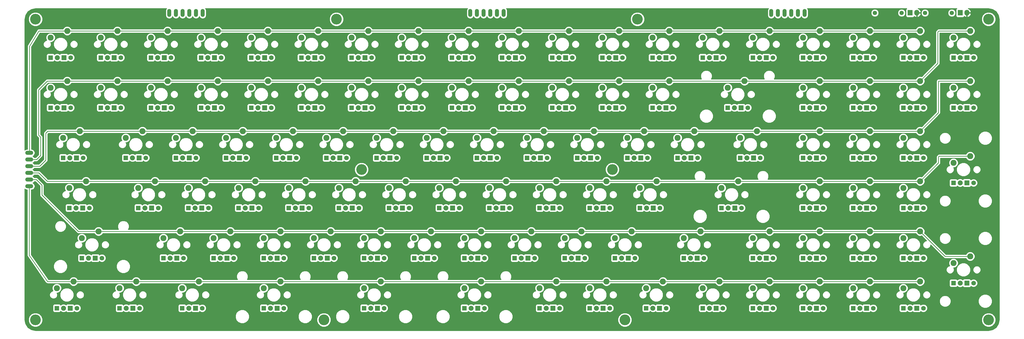
<source format=gbl>
G04 #@! TF.FileFunction,Copper,L2,Bot,Signal*
%FSLAX46Y46*%
G04 Gerber Fmt 4.6, Leading zero omitted, Abs format (unit mm)*
G04 Created by KiCad (PCBNEW 4.0.4-stable) date Thursday, 27 October 2016 'PMt' 02:14:21 PM*
%MOMM*%
%LPD*%
G01*
G04 APERTURE LIST*
%ADD10C,0.100000*%
%ADD11C,1.651000*%
%ADD12C,4.064000*%
%ADD13O,1.506220X3.014980*%
%ADD14O,3.014980X1.506220*%
%ADD15C,2.286000*%
%ADD16C,1.905000*%
%ADD17R,1.905000X1.905000*%
%ADD18R,1.778000X1.778000*%
%ADD19C,1.778000*%
%ADD20O,1.905000X2.159000*%
%ADD21R,1.905000X2.159000*%
%ADD22C,0.250000*%
%ADD23C,0.254000*%
G04 APERTURE END LIST*
D10*
D11*
X357505000Y-69056250D03*
X347345000Y-69056250D03*
X376555000Y-69056250D03*
X366395000Y-69056250D03*
D12*
X142875000Y-71437500D03*
X257175000Y-71437500D03*
X28575000Y-71437500D03*
X28575000Y-185737500D03*
X138112500Y-185737500D03*
X252412500Y-185737500D03*
X390525000Y-185737500D03*
X390525000Y-71437500D03*
X152400000Y-128587500D03*
X247650000Y-128587500D03*
D13*
X79375000Y-69056250D03*
X81915000Y-69056250D03*
X84455000Y-69056250D03*
X86995000Y-69056250D03*
X89535000Y-69056250D03*
X92075000Y-69056250D03*
X193675000Y-69056250D03*
X196215000Y-69056250D03*
X198755000Y-69056250D03*
X201295000Y-69056250D03*
X203835000Y-69056250D03*
X206375000Y-69056250D03*
X307975000Y-69056250D03*
X310515000Y-69056250D03*
X313055000Y-69056250D03*
X315595000Y-69056250D03*
X318135000Y-69056250D03*
X320675000Y-69056250D03*
D14*
X26193750Y-134937500D03*
X26193750Y-132397500D03*
X26193750Y-129857500D03*
X26193750Y-127317500D03*
X26193750Y-124777500D03*
X26193750Y-122237500D03*
D15*
X116840000Y-75882500D03*
X110490000Y-78422500D03*
D16*
X113030000Y-86042500D03*
D17*
X115570000Y-86042500D03*
D18*
X110490000Y-86042500D03*
D19*
X118110000Y-86042500D03*
D15*
X97790000Y-75882500D03*
X91440000Y-78422500D03*
D16*
X93980000Y-86042500D03*
D17*
X96520000Y-86042500D03*
D18*
X91440000Y-86042500D03*
D19*
X99060000Y-86042500D03*
D15*
X78740000Y-75882500D03*
X72390000Y-78422500D03*
D16*
X74930000Y-86042500D03*
D17*
X77470000Y-86042500D03*
D18*
X72390000Y-86042500D03*
D19*
X80010000Y-86042500D03*
D15*
X59690000Y-75882500D03*
X53340000Y-78422500D03*
D16*
X55880000Y-86042500D03*
D17*
X58420000Y-86042500D03*
D18*
X53340000Y-86042500D03*
D19*
X60960000Y-86042500D03*
D15*
X269240000Y-75882500D03*
X262890000Y-78422500D03*
D16*
X265430000Y-86042500D03*
D17*
X267970000Y-86042500D03*
D18*
X262890000Y-86042500D03*
D19*
X270510000Y-86042500D03*
D15*
X40640000Y-75882500D03*
X34290000Y-78422500D03*
D16*
X36830000Y-86042500D03*
D17*
X39370000Y-86042500D03*
D18*
X34290000Y-86042500D03*
D19*
X41910000Y-86042500D03*
D15*
X383540000Y-94932500D03*
X377190000Y-97472500D03*
D16*
X379730000Y-105092500D03*
D17*
X382270000Y-105092500D03*
D18*
X377190000Y-105092500D03*
D19*
X384810000Y-105092500D03*
D15*
X383540000Y-75882500D03*
X377190000Y-78422500D03*
D16*
X379730000Y-86042500D03*
D17*
X382270000Y-86042500D03*
D18*
X377190000Y-86042500D03*
D19*
X384810000Y-86042500D03*
D15*
X364490000Y-75882500D03*
X358140000Y-78422500D03*
D16*
X360680000Y-86042500D03*
D17*
X363220000Y-86042500D03*
D18*
X358140000Y-86042500D03*
D19*
X365760000Y-86042500D03*
D15*
X364490000Y-171132500D03*
X358140000Y-173672500D03*
D16*
X360680000Y-181292500D03*
D17*
X363220000Y-181292500D03*
D18*
X358140000Y-181292500D03*
D19*
X365760000Y-181292500D03*
D15*
X364490000Y-152082500D03*
X358140000Y-154622500D03*
D16*
X360680000Y-162242500D03*
D17*
X363220000Y-162242500D03*
D18*
X358140000Y-162242500D03*
D19*
X365760000Y-162242500D03*
D15*
X364490000Y-133032500D03*
X358140000Y-135572500D03*
D16*
X360680000Y-143192500D03*
D17*
X363220000Y-143192500D03*
D18*
X358140000Y-143192500D03*
D19*
X365760000Y-143192500D03*
D15*
X364490000Y-113982500D03*
X358140000Y-116522500D03*
D16*
X360680000Y-124142500D03*
D17*
X363220000Y-124142500D03*
D18*
X358140000Y-124142500D03*
D19*
X365760000Y-124142500D03*
D15*
X364490000Y-94932500D03*
X358140000Y-97472500D03*
D16*
X360680000Y-105092500D03*
D17*
X363220000Y-105092500D03*
D18*
X358140000Y-105092500D03*
D19*
X365760000Y-105092500D03*
D15*
X345440000Y-75882500D03*
X339090000Y-78422500D03*
D16*
X341630000Y-86042500D03*
D17*
X344170000Y-86042500D03*
D18*
X339090000Y-86042500D03*
D19*
X346710000Y-86042500D03*
D15*
X345440000Y-171132500D03*
X339090000Y-173672500D03*
D16*
X341630000Y-181292500D03*
D17*
X344170000Y-181292500D03*
D18*
X339090000Y-181292500D03*
D19*
X346710000Y-181292500D03*
D15*
X345440000Y-152082500D03*
X339090000Y-154622500D03*
D16*
X341630000Y-162242500D03*
D17*
X344170000Y-162242500D03*
D18*
X339090000Y-162242500D03*
D19*
X346710000Y-162242500D03*
D15*
X345440000Y-133032500D03*
X339090000Y-135572500D03*
D16*
X341630000Y-143192500D03*
D17*
X344170000Y-143192500D03*
D18*
X339090000Y-143192500D03*
D19*
X346710000Y-143192500D03*
D15*
X345440000Y-113982500D03*
X339090000Y-116522500D03*
D16*
X341630000Y-124142500D03*
D17*
X344170000Y-124142500D03*
D18*
X339090000Y-124142500D03*
D19*
X346710000Y-124142500D03*
D15*
X345440000Y-94932500D03*
X339090000Y-97472500D03*
D16*
X341630000Y-105092500D03*
D17*
X344170000Y-105092500D03*
D18*
X339090000Y-105092500D03*
D19*
X346710000Y-105092500D03*
D15*
X326390000Y-75882500D03*
X320040000Y-78422500D03*
D16*
X322580000Y-86042500D03*
D17*
X325120000Y-86042500D03*
D18*
X320040000Y-86042500D03*
D19*
X327660000Y-86042500D03*
D15*
X326390000Y-171132500D03*
X320040000Y-173672500D03*
D16*
X322580000Y-181292500D03*
D17*
X325120000Y-181292500D03*
D18*
X320040000Y-181292500D03*
D19*
X327660000Y-181292500D03*
D15*
X326390000Y-152082500D03*
X320040000Y-154622500D03*
D16*
X322580000Y-162242500D03*
D17*
X325120000Y-162242500D03*
D18*
X320040000Y-162242500D03*
D19*
X327660000Y-162242500D03*
D15*
X326390000Y-133032500D03*
X320040000Y-135572500D03*
D16*
X322580000Y-143192500D03*
D17*
X325120000Y-143192500D03*
D18*
X320040000Y-143192500D03*
D19*
X327660000Y-143192500D03*
D15*
X326390000Y-113982500D03*
X320040000Y-116522500D03*
D16*
X322580000Y-124142500D03*
D17*
X325120000Y-124142500D03*
D18*
X320040000Y-124142500D03*
D19*
X327660000Y-124142500D03*
D15*
X326390000Y-94932500D03*
X320040000Y-97472500D03*
D16*
X322580000Y-105092500D03*
D17*
X325120000Y-105092500D03*
D18*
X320040000Y-105092500D03*
D19*
X327660000Y-105092500D03*
D15*
X307340000Y-75882500D03*
X300990000Y-78422500D03*
D16*
X303530000Y-86042500D03*
D17*
X306070000Y-86042500D03*
D18*
X300990000Y-86042500D03*
D19*
X308610000Y-86042500D03*
D15*
X307340000Y-171132500D03*
X300990000Y-173672500D03*
D16*
X303530000Y-181292500D03*
D17*
X306070000Y-181292500D03*
D18*
X300990000Y-181292500D03*
D19*
X308610000Y-181292500D03*
D15*
X307340000Y-152082500D03*
X300990000Y-154622500D03*
D16*
X303530000Y-162242500D03*
D17*
X306070000Y-162242500D03*
D18*
X300990000Y-162242500D03*
D19*
X308610000Y-162242500D03*
D15*
X288290000Y-75882500D03*
X281940000Y-78422500D03*
D16*
X284480000Y-86042500D03*
D17*
X287020000Y-86042500D03*
D18*
X281940000Y-86042500D03*
D19*
X289560000Y-86042500D03*
D15*
X288290000Y-171132500D03*
X281940000Y-173672500D03*
D16*
X284480000Y-181292500D03*
D17*
X287020000Y-181292500D03*
D18*
X281940000Y-181292500D03*
D19*
X289560000Y-181292500D03*
D15*
X278765000Y-113982500D03*
X272415000Y-116522500D03*
D16*
X274955000Y-124142500D03*
D17*
X277495000Y-124142500D03*
D18*
X272415000Y-124142500D03*
D19*
X280035000Y-124142500D03*
D15*
X269240000Y-94932500D03*
X262890000Y-97472500D03*
D16*
X265430000Y-105092500D03*
D17*
X267970000Y-105092500D03*
D18*
X262890000Y-105092500D03*
D19*
X270510000Y-105092500D03*
D15*
X264477500Y-133032500D03*
X258127500Y-135572500D03*
D16*
X260667500Y-143192500D03*
D17*
X263207500Y-143192500D03*
D18*
X258127500Y-143192500D03*
D19*
X265747500Y-143192500D03*
D15*
X259715000Y-113982500D03*
X253365000Y-116522500D03*
D16*
X255905000Y-124142500D03*
D17*
X258445000Y-124142500D03*
D18*
X253365000Y-124142500D03*
D19*
X260985000Y-124142500D03*
D15*
X250190000Y-94932500D03*
X243840000Y-97472500D03*
D16*
X246380000Y-105092500D03*
D17*
X248920000Y-105092500D03*
D18*
X243840000Y-105092500D03*
D19*
X251460000Y-105092500D03*
D15*
X250190000Y-75882500D03*
X243840000Y-78422500D03*
D16*
X246380000Y-86042500D03*
D17*
X248920000Y-86042500D03*
D18*
X243840000Y-86042500D03*
D19*
X251460000Y-86042500D03*
D15*
X245427500Y-171132500D03*
X239077500Y-173672500D03*
D16*
X241617500Y-181292500D03*
D17*
X244157500Y-181292500D03*
D18*
X239077500Y-181292500D03*
D19*
X246697500Y-181292500D03*
D15*
X254952500Y-152082500D03*
X248602500Y-154622500D03*
D16*
X251142500Y-162242500D03*
D17*
X253682500Y-162242500D03*
D18*
X248602500Y-162242500D03*
D19*
X256222500Y-162242500D03*
D15*
X245427500Y-133032500D03*
X239077500Y-135572500D03*
D16*
X241617500Y-143192500D03*
D17*
X244157500Y-143192500D03*
D18*
X239077500Y-143192500D03*
D19*
X246697500Y-143192500D03*
D15*
X240665000Y-113982500D03*
X234315000Y-116522500D03*
D16*
X236855000Y-124142500D03*
D17*
X239395000Y-124142500D03*
D18*
X234315000Y-124142500D03*
D19*
X241935000Y-124142500D03*
D15*
X231140000Y-94932500D03*
X224790000Y-97472500D03*
D16*
X227330000Y-105092500D03*
D17*
X229870000Y-105092500D03*
D18*
X224790000Y-105092500D03*
D19*
X232410000Y-105092500D03*
D15*
X231140000Y-75882500D03*
X224790000Y-78422500D03*
D16*
X227330000Y-86042500D03*
D17*
X229870000Y-86042500D03*
D18*
X224790000Y-86042500D03*
D19*
X232410000Y-86042500D03*
D15*
X226377500Y-171132500D03*
X220027500Y-173672500D03*
D16*
X222567500Y-181292500D03*
D17*
X225107500Y-181292500D03*
D18*
X220027500Y-181292500D03*
D19*
X227647500Y-181292500D03*
D15*
X235902500Y-152082500D03*
X229552500Y-154622500D03*
D16*
X232092500Y-162242500D03*
D17*
X234632500Y-162242500D03*
D18*
X229552500Y-162242500D03*
D19*
X237172500Y-162242500D03*
D15*
X226377500Y-133032500D03*
X220027500Y-135572500D03*
D16*
X222567500Y-143192500D03*
D17*
X225107500Y-143192500D03*
D18*
X220027500Y-143192500D03*
D19*
X227647500Y-143192500D03*
D15*
X221615000Y-113982500D03*
X215265000Y-116522500D03*
D16*
X217805000Y-124142500D03*
D17*
X220345000Y-124142500D03*
D18*
X215265000Y-124142500D03*
D19*
X222885000Y-124142500D03*
D15*
X212090000Y-94932500D03*
X205740000Y-97472500D03*
D16*
X208280000Y-105092500D03*
D17*
X210820000Y-105092500D03*
D18*
X205740000Y-105092500D03*
D19*
X213360000Y-105092500D03*
D15*
X212090000Y-75882500D03*
X205740000Y-78422500D03*
D16*
X208280000Y-86042500D03*
D17*
X210820000Y-86042500D03*
D18*
X205740000Y-86042500D03*
D19*
X213360000Y-86042500D03*
D15*
X216852500Y-152082500D03*
X210502500Y-154622500D03*
D16*
X213042500Y-162242500D03*
D17*
X215582500Y-162242500D03*
D18*
X210502500Y-162242500D03*
D19*
X218122500Y-162242500D03*
D15*
X207327500Y-133032500D03*
X200977500Y-135572500D03*
D16*
X203517500Y-143192500D03*
D17*
X206057500Y-143192500D03*
D18*
X200977500Y-143192500D03*
D19*
X208597500Y-143192500D03*
D15*
X202565000Y-113982500D03*
X196215000Y-116522500D03*
D16*
X198755000Y-124142500D03*
D17*
X201295000Y-124142500D03*
D18*
X196215000Y-124142500D03*
D19*
X203835000Y-124142500D03*
D15*
X193040000Y-94932500D03*
X186690000Y-97472500D03*
D16*
X189230000Y-105092500D03*
D17*
X191770000Y-105092500D03*
D18*
X186690000Y-105092500D03*
D19*
X194310000Y-105092500D03*
D15*
X193040000Y-75882500D03*
X186690000Y-78422500D03*
D16*
X189230000Y-86042500D03*
D17*
X191770000Y-86042500D03*
D18*
X186690000Y-86042500D03*
D19*
X194310000Y-86042500D03*
D15*
X197802500Y-152082500D03*
X191452500Y-154622500D03*
D16*
X193992500Y-162242500D03*
D17*
X196532500Y-162242500D03*
D18*
X191452500Y-162242500D03*
D19*
X199072500Y-162242500D03*
D15*
X188277500Y-133032500D03*
X181927500Y-135572500D03*
D16*
X184467500Y-143192500D03*
D17*
X187007500Y-143192500D03*
D18*
X181927500Y-143192500D03*
D19*
X189547500Y-143192500D03*
D15*
X183515000Y-113982500D03*
X177165000Y-116522500D03*
D16*
X179705000Y-124142500D03*
D17*
X182245000Y-124142500D03*
D18*
X177165000Y-124142500D03*
D19*
X184785000Y-124142500D03*
D15*
X173990000Y-94932500D03*
X167640000Y-97472500D03*
D16*
X170180000Y-105092500D03*
D17*
X172720000Y-105092500D03*
D18*
X167640000Y-105092500D03*
D19*
X175260000Y-105092500D03*
D15*
X173990000Y-75882500D03*
X167640000Y-78422500D03*
D16*
X170180000Y-86042500D03*
D17*
X172720000Y-86042500D03*
D18*
X167640000Y-86042500D03*
D19*
X175260000Y-86042500D03*
D15*
X178752500Y-152082500D03*
X172402500Y-154622500D03*
D16*
X174942500Y-162242500D03*
D17*
X177482500Y-162242500D03*
D18*
X172402500Y-162242500D03*
D19*
X180022500Y-162242500D03*
D15*
X169227500Y-133032500D03*
X162877500Y-135572500D03*
D16*
X165417500Y-143192500D03*
D17*
X167957500Y-143192500D03*
D18*
X162877500Y-143192500D03*
D19*
X170497500Y-143192500D03*
D15*
X164465000Y-113982500D03*
X158115000Y-116522500D03*
D16*
X160655000Y-124142500D03*
D17*
X163195000Y-124142500D03*
D18*
X158115000Y-124142500D03*
D19*
X165735000Y-124142500D03*
D15*
X154940000Y-94932500D03*
X148590000Y-97472500D03*
D16*
X151130000Y-105092500D03*
D17*
X153670000Y-105092500D03*
D18*
X148590000Y-105092500D03*
D19*
X156210000Y-105092500D03*
D15*
X154940000Y-75882500D03*
X148590000Y-78422500D03*
D16*
X151130000Y-86042500D03*
D17*
X153670000Y-86042500D03*
D18*
X148590000Y-86042500D03*
D19*
X156210000Y-86042500D03*
D15*
X159702500Y-152082500D03*
X153352500Y-154622500D03*
D16*
X155892500Y-162242500D03*
D17*
X158432500Y-162242500D03*
D18*
X153352500Y-162242500D03*
D19*
X160972500Y-162242500D03*
D15*
X150177500Y-133032500D03*
X143827500Y-135572500D03*
D16*
X146367500Y-143192500D03*
D17*
X148907500Y-143192500D03*
D18*
X143827500Y-143192500D03*
D19*
X151447500Y-143192500D03*
D15*
X145415000Y-113982500D03*
X139065000Y-116522500D03*
D16*
X141605000Y-124142500D03*
D17*
X144145000Y-124142500D03*
D18*
X139065000Y-124142500D03*
D19*
X146685000Y-124142500D03*
D15*
X135890000Y-94932500D03*
X129540000Y-97472500D03*
D16*
X132080000Y-105092500D03*
D17*
X134620000Y-105092500D03*
D18*
X129540000Y-105092500D03*
D19*
X137160000Y-105092500D03*
D15*
X135890000Y-75882500D03*
X129540000Y-78422500D03*
D16*
X132080000Y-86042500D03*
D17*
X134620000Y-86042500D03*
D18*
X129540000Y-86042500D03*
D19*
X137160000Y-86042500D03*
D15*
X140652500Y-152082500D03*
X134302500Y-154622500D03*
D16*
X136842500Y-162242500D03*
D17*
X139382500Y-162242500D03*
D18*
X134302500Y-162242500D03*
D19*
X141922500Y-162242500D03*
D15*
X131127500Y-133032500D03*
X124777500Y-135572500D03*
D16*
X127317500Y-143192500D03*
D17*
X129857500Y-143192500D03*
D18*
X124777500Y-143192500D03*
D19*
X132397500Y-143192500D03*
D15*
X126365000Y-113982500D03*
X120015000Y-116522500D03*
D16*
X122555000Y-124142500D03*
D17*
X125095000Y-124142500D03*
D18*
X120015000Y-124142500D03*
D19*
X127635000Y-124142500D03*
D15*
X116840000Y-94932500D03*
X110490000Y-97472500D03*
D16*
X113030000Y-105092500D03*
D17*
X115570000Y-105092500D03*
D18*
X110490000Y-105092500D03*
D19*
X118110000Y-105092500D03*
D15*
X121602500Y-152082500D03*
X115252500Y-154622500D03*
D16*
X117792500Y-162242500D03*
D17*
X120332500Y-162242500D03*
D18*
X115252500Y-162242500D03*
D19*
X122872500Y-162242500D03*
D15*
X112077500Y-133032500D03*
X105727500Y-135572500D03*
D16*
X108267500Y-143192500D03*
D17*
X110807500Y-143192500D03*
D18*
X105727500Y-143192500D03*
D19*
X113347500Y-143192500D03*
D15*
X107315000Y-113982500D03*
X100965000Y-116522500D03*
D16*
X103505000Y-124142500D03*
D17*
X106045000Y-124142500D03*
D18*
X100965000Y-124142500D03*
D19*
X108585000Y-124142500D03*
D15*
X97790000Y-94932500D03*
X91440000Y-97472500D03*
D16*
X93980000Y-105092500D03*
D17*
X96520000Y-105092500D03*
D18*
X91440000Y-105092500D03*
D19*
X99060000Y-105092500D03*
D15*
X102552500Y-152082500D03*
X96202500Y-154622500D03*
D16*
X98742500Y-162242500D03*
D17*
X101282500Y-162242500D03*
D18*
X96202500Y-162242500D03*
D19*
X103822500Y-162242500D03*
D15*
X93027500Y-133032500D03*
X86677500Y-135572500D03*
D16*
X89217500Y-143192500D03*
D17*
X91757500Y-143192500D03*
D18*
X86677500Y-143192500D03*
D19*
X94297500Y-143192500D03*
D15*
X88265000Y-113982500D03*
X81915000Y-116522500D03*
D16*
X84455000Y-124142500D03*
D17*
X86995000Y-124142500D03*
D18*
X81915000Y-124142500D03*
D19*
X89535000Y-124142500D03*
D15*
X78740000Y-94932500D03*
X72390000Y-97472500D03*
D16*
X74930000Y-105092500D03*
D17*
X77470000Y-105092500D03*
D18*
X72390000Y-105092500D03*
D19*
X80010000Y-105092500D03*
D15*
X83502500Y-152082500D03*
X77152500Y-154622500D03*
D16*
X79692500Y-162242500D03*
D17*
X82232500Y-162242500D03*
D18*
X77152500Y-162242500D03*
D19*
X84772500Y-162242500D03*
D15*
X73977500Y-133032500D03*
X67627500Y-135572500D03*
D16*
X70167500Y-143192500D03*
D17*
X72707500Y-143192500D03*
D18*
X67627500Y-143192500D03*
D19*
X75247500Y-143192500D03*
D15*
X69215000Y-113982500D03*
X62865000Y-116522500D03*
D16*
X65405000Y-124142500D03*
D17*
X67945000Y-124142500D03*
D18*
X62865000Y-124142500D03*
D19*
X70485000Y-124142500D03*
D15*
X59690000Y-94932500D03*
X53340000Y-97472500D03*
D16*
X55880000Y-105092500D03*
D17*
X58420000Y-105092500D03*
D18*
X53340000Y-105092500D03*
D19*
X60960000Y-105092500D03*
D15*
X40640000Y-94932500D03*
X34290000Y-97472500D03*
D16*
X36830000Y-105092500D03*
D17*
X39370000Y-105092500D03*
D18*
X34290000Y-105092500D03*
D19*
X41910000Y-105092500D03*
D15*
X302577500Y-113982500D03*
X296227500Y-116522500D03*
D16*
X298767500Y-124142500D03*
D17*
X301307500Y-124142500D03*
D18*
X296227500Y-124142500D03*
D19*
X303847500Y-124142500D03*
D15*
X45402500Y-113982500D03*
X39052500Y-116522500D03*
D16*
X41592500Y-124142500D03*
D17*
X44132500Y-124142500D03*
D18*
X39052500Y-124142500D03*
D19*
X46672500Y-124142500D03*
D15*
X281146250Y-152082500D03*
X274796250Y-154622500D03*
D16*
X277336250Y-162242500D03*
D17*
X279876250Y-162242500D03*
D18*
X274796250Y-162242500D03*
D19*
X282416250Y-162242500D03*
D15*
X47783750Y-133032500D03*
X41433750Y-135572500D03*
D16*
X43973750Y-143192500D03*
D17*
X46513750Y-143192500D03*
D18*
X41433750Y-143192500D03*
D19*
X49053750Y-143192500D03*
D15*
X295433750Y-133032500D03*
X289083750Y-135572500D03*
D16*
X291623750Y-143192500D03*
D17*
X294163750Y-143192500D03*
D18*
X289083750Y-143192500D03*
D19*
X296703750Y-143192500D03*
D15*
X52546250Y-152082500D03*
X46196250Y-154622500D03*
D16*
X48736250Y-162242500D03*
D17*
X51276250Y-162242500D03*
D18*
X46196250Y-162242500D03*
D19*
X53816250Y-162242500D03*
D15*
X266858750Y-171132500D03*
X260508750Y-173672500D03*
D16*
X263048750Y-181292500D03*
D17*
X265588750Y-181292500D03*
D18*
X260508750Y-181292500D03*
D19*
X268128750Y-181292500D03*
D15*
X43021250Y-171132500D03*
X36671250Y-173672500D03*
D16*
X39211250Y-181292500D03*
D17*
X41751250Y-181292500D03*
D18*
X36671250Y-181292500D03*
D19*
X44291250Y-181292500D03*
D15*
X90646250Y-171132500D03*
X84296250Y-173672500D03*
D16*
X86836250Y-181292500D03*
D17*
X89376250Y-181292500D03*
D18*
X84296250Y-181292500D03*
D19*
X91916250Y-181292500D03*
D15*
X66833750Y-171132500D03*
X60483750Y-173672500D03*
D16*
X63023750Y-181292500D03*
D17*
X65563750Y-181292500D03*
D18*
X60483750Y-181292500D03*
D19*
X68103750Y-181292500D03*
D15*
X297815000Y-94932500D03*
X291465000Y-97472500D03*
D16*
X294005000Y-105092500D03*
D17*
X296545000Y-105092500D03*
D18*
X291465000Y-105092500D03*
D19*
X299085000Y-105092500D03*
D15*
X197802500Y-171132500D03*
X191452500Y-173672500D03*
D16*
X193992500Y-181292500D03*
D17*
X196532500Y-181292500D03*
D18*
X191452500Y-181292500D03*
D19*
X199072500Y-181292500D03*
D15*
X159702500Y-171132500D03*
X153352500Y-173672500D03*
D16*
X155892500Y-181292500D03*
D17*
X158432500Y-181292500D03*
D18*
X153352500Y-181292500D03*
D19*
X160972500Y-181292500D03*
D15*
X121602500Y-171132500D03*
X115252500Y-173672500D03*
D16*
X117792500Y-181292500D03*
D17*
X120332500Y-181292500D03*
D18*
X115252500Y-181292500D03*
D19*
X122872500Y-181292500D03*
D15*
X383540000Y-161607500D03*
X377190000Y-164147500D03*
D16*
X379730000Y-171767500D03*
D17*
X382270000Y-171767500D03*
D18*
X377190000Y-171767500D03*
D19*
X384810000Y-171767500D03*
D15*
X383540000Y-123507500D03*
X377190000Y-126047500D03*
D16*
X379730000Y-133667500D03*
D17*
X382270000Y-133667500D03*
D18*
X377190000Y-133667500D03*
D19*
X384810000Y-133667500D03*
D20*
X363270000Y-69000000D03*
D21*
X360730000Y-69000000D03*
D20*
X382270000Y-69000000D03*
D21*
X379730000Y-69000000D03*
D22*
X43021250Y-171132500D02*
X33132500Y-171132500D01*
X26193750Y-161187500D02*
X26193750Y-134937500D01*
X33132500Y-171132500D02*
X26193750Y-161187500D01*
X364490000Y-171132500D02*
X345440000Y-171132500D01*
X345440000Y-171132500D02*
X326390000Y-171132500D01*
X326390000Y-171132500D02*
X307340000Y-171132500D01*
X307340000Y-171132500D02*
X288290000Y-171132500D01*
X288290000Y-171132500D02*
X266858750Y-171132500D01*
X266858750Y-171132500D02*
X245427500Y-171132500D01*
X245427500Y-171132500D02*
X226377500Y-171132500D01*
X226377500Y-171132500D02*
X197802500Y-171132500D01*
X197802500Y-171132500D02*
X159702500Y-171132500D01*
X159702500Y-171132500D02*
X121602500Y-171132500D01*
X121602500Y-171132500D02*
X90646250Y-171132500D01*
X90646250Y-171132500D02*
X66833750Y-171132500D01*
X66833750Y-171132500D02*
X43021250Y-171132500D01*
X52546250Y-152082500D02*
X44832500Y-152082500D01*
X28897500Y-132397500D02*
X26193750Y-132397500D01*
X31000000Y-134500000D02*
X28897500Y-132397500D01*
X31000000Y-138250000D02*
X31000000Y-134500000D01*
X44832500Y-152082500D02*
X31000000Y-138250000D01*
X26296250Y-132500000D02*
X26193750Y-132397500D01*
X364490000Y-152082500D02*
X345440000Y-152082500D01*
X83502500Y-152082500D02*
X52546250Y-152082500D01*
X102552500Y-152082500D02*
X83502500Y-152082500D01*
X121602500Y-152082500D02*
X102552500Y-152082500D01*
X140652500Y-152082500D02*
X121602500Y-152082500D01*
X159702500Y-152082500D02*
X140652500Y-152082500D01*
X178752500Y-152082500D02*
X159702500Y-152082500D01*
X197802500Y-152082500D02*
X178752500Y-152082500D01*
X216852500Y-152082500D02*
X197802500Y-152082500D01*
X235902500Y-152082500D02*
X216852500Y-152082500D01*
X254952500Y-152082500D02*
X235902500Y-152082500D01*
X281146250Y-152082500D02*
X254952500Y-152082500D01*
X307340000Y-152082500D02*
X281146250Y-152082500D01*
X326390000Y-152082500D02*
X307340000Y-152082500D01*
X364490000Y-152082500D02*
X326390000Y-152082500D01*
X374015000Y-161607500D02*
X364490000Y-152082500D01*
X383540000Y-161607500D02*
X374015000Y-161607500D01*
X47783750Y-133032500D02*
X33032500Y-133032500D01*
X29857500Y-129857500D02*
X26193750Y-129857500D01*
X33032500Y-133032500D02*
X29857500Y-129857500D01*
X364490000Y-133032500D02*
X345440000Y-133032500D01*
X383540000Y-123507500D02*
X371757500Y-123507500D01*
X371500000Y-126022500D02*
X364490000Y-133032500D01*
X371500000Y-123765000D02*
X371500000Y-126022500D01*
X371757500Y-123507500D02*
X371500000Y-123765000D01*
X364490000Y-133032500D02*
X326390000Y-133032500D01*
X326390000Y-133032500D02*
X295433750Y-133032500D01*
X295433750Y-133032500D02*
X264477500Y-133032500D01*
X264477500Y-133032500D02*
X245427500Y-133032500D01*
X245427500Y-133032500D02*
X226377500Y-133032500D01*
X226377500Y-133032500D02*
X207327500Y-133032500D01*
X207327500Y-133032500D02*
X188277500Y-133032500D01*
X188277500Y-133032500D02*
X169227500Y-133032500D01*
X169227500Y-133032500D02*
X150177500Y-133032500D01*
X150177500Y-133032500D02*
X131127500Y-133032500D01*
X131127500Y-133032500D02*
X112077500Y-133032500D01*
X112077500Y-133032500D02*
X93027500Y-133032500D01*
X93027500Y-133032500D02*
X73977500Y-133032500D01*
X73977500Y-133032500D02*
X47783750Y-133032500D01*
X45402500Y-113982500D02*
X33267500Y-113982500D01*
X30182500Y-127317500D02*
X26193750Y-127317500D01*
X32500000Y-125000000D02*
X30182500Y-127317500D01*
X32500000Y-114750000D02*
X32500000Y-125000000D01*
X33267500Y-113982500D02*
X32500000Y-114750000D01*
X45402500Y-113982500D02*
X69215000Y-113982500D01*
X69215000Y-113982500D02*
X88265000Y-113982500D01*
X88265000Y-113982500D02*
X107315000Y-113982500D01*
X107315000Y-113982500D02*
X126365000Y-113982500D01*
X126365000Y-113982500D02*
X145415000Y-113982500D01*
X145415000Y-113982500D02*
X164465000Y-113982500D01*
X164465000Y-113982500D02*
X183515000Y-113982500D01*
X183515000Y-113982500D02*
X202565000Y-113982500D01*
X202565000Y-113982500D02*
X221615000Y-113982500D01*
X221615000Y-113982500D02*
X240665000Y-113982500D01*
X240665000Y-113982500D02*
X259715000Y-113982500D01*
X259715000Y-113982500D02*
X278765000Y-113982500D01*
X278765000Y-113982500D02*
X302577500Y-113982500D01*
X302577500Y-113982500D02*
X326390000Y-113982500D01*
X326390000Y-113982500D02*
X345440000Y-113982500D01*
X345440000Y-113982500D02*
X364490000Y-113982500D01*
X364490000Y-113982500D02*
X371472500Y-107000000D01*
X371472500Y-107000000D02*
X371472500Y-95027500D01*
X371472500Y-95027500D02*
X371567500Y-94932500D01*
X371567500Y-94932500D02*
X383540000Y-94932500D01*
X326390000Y-94932500D02*
X345440000Y-94932500D01*
X26221250Y-124750000D02*
X29000000Y-124750000D01*
X33067500Y-94932500D02*
X29750000Y-98250000D01*
X29750000Y-98250000D02*
X29750000Y-115500000D01*
X29750000Y-115500000D02*
X30500000Y-116250000D01*
X30500000Y-116250000D02*
X30500000Y-123250000D01*
X30500000Y-123250000D02*
X29000000Y-124750000D01*
X33067500Y-94932500D02*
X40640000Y-94932500D01*
X26221250Y-124750000D02*
X26193750Y-124777500D01*
X383540000Y-75882500D02*
X371632500Y-75882500D01*
X371250000Y-88172500D02*
X364490000Y-94932500D01*
X371250000Y-76265000D02*
X371250000Y-88172500D01*
X371632500Y-75882500D02*
X371250000Y-76265000D01*
X364490000Y-94932500D02*
X326390000Y-94932500D01*
X326390000Y-94932500D02*
X297815000Y-94932500D01*
X297815000Y-94932500D02*
X269240000Y-94932500D01*
X269240000Y-94932500D02*
X250190000Y-94932500D01*
X250190000Y-94932500D02*
X231140000Y-94932500D01*
X231140000Y-94932500D02*
X212090000Y-94932500D01*
X212090000Y-94932500D02*
X193040000Y-94932500D01*
X193040000Y-94932500D02*
X173990000Y-94932500D01*
X173990000Y-94932500D02*
X154940000Y-94932500D01*
X154940000Y-94932500D02*
X135890000Y-94932500D01*
X135890000Y-94932500D02*
X116840000Y-94932500D01*
X116840000Y-94932500D02*
X97790000Y-94932500D01*
X97790000Y-94932500D02*
X78740000Y-94932500D01*
X78740000Y-94932500D02*
X59690000Y-94932500D01*
X59690000Y-94932500D02*
X40640000Y-94932500D01*
X40640000Y-75882500D02*
X29867500Y-75882500D01*
X26250000Y-81750000D02*
X26250000Y-122250000D01*
X29867500Y-75882500D02*
X26250000Y-81750000D01*
X135890000Y-75882500D02*
X154940000Y-75882500D01*
X154940000Y-75882500D02*
X173990000Y-75882500D01*
X173990000Y-75882500D02*
X193040000Y-75882500D01*
X193040000Y-75882500D02*
X212090000Y-75882500D01*
X212090000Y-75882500D02*
X231140000Y-75882500D01*
X231140000Y-75882500D02*
X250190000Y-75882500D01*
X250190000Y-75882500D02*
X269240000Y-75882500D01*
X269240000Y-75882500D02*
X288290000Y-75882500D01*
X288290000Y-75882500D02*
X307340000Y-75882500D01*
X307340000Y-75882500D02*
X326390000Y-75882500D01*
X326390000Y-75882500D02*
X345440000Y-75882500D01*
X345440000Y-75882500D02*
X364490000Y-75882500D01*
X116840000Y-75882500D02*
X97790000Y-75882500D01*
X97790000Y-75882500D02*
X78740000Y-75882500D01*
X78740000Y-75882500D02*
X59690000Y-75882500D01*
X59690000Y-75882500D02*
X40640000Y-75882500D01*
X364490000Y-75882500D02*
X212090000Y-75882500D01*
X212090000Y-75882500D02*
X40640000Y-75882500D01*
X40640000Y-75882500D02*
X40507500Y-75750000D01*
D23*
G36*
X78092554Y-67728689D02*
X77986890Y-68259896D01*
X77986890Y-69852604D01*
X78092554Y-70383811D01*
X78393458Y-70834146D01*
X78843793Y-71135050D01*
X79375000Y-71240714D01*
X79906207Y-71135050D01*
X80356542Y-70834146D01*
X80645000Y-70402438D01*
X80933458Y-70834146D01*
X81383793Y-71135050D01*
X81915000Y-71240714D01*
X82446207Y-71135050D01*
X82896542Y-70834146D01*
X83185000Y-70402438D01*
X83473458Y-70834146D01*
X83923793Y-71135050D01*
X84455000Y-71240714D01*
X84986207Y-71135050D01*
X85436542Y-70834146D01*
X85725000Y-70402438D01*
X86013458Y-70834146D01*
X86463793Y-71135050D01*
X86995000Y-71240714D01*
X87526207Y-71135050D01*
X87976542Y-70834146D01*
X88265000Y-70402438D01*
X88553458Y-70834146D01*
X89003793Y-71135050D01*
X89535000Y-71240714D01*
X90066207Y-71135050D01*
X90516542Y-70834146D01*
X90805000Y-70402438D01*
X91093458Y-70834146D01*
X91543793Y-71135050D01*
X92075000Y-71240714D01*
X92606207Y-71135050D01*
X93056542Y-70834146D01*
X93357446Y-70383811D01*
X93463110Y-69852604D01*
X93463110Y-68259896D01*
X93357446Y-67728689D01*
X93111096Y-67360000D01*
X192638904Y-67360000D01*
X192392554Y-67728689D01*
X192286890Y-68259896D01*
X192286890Y-69852604D01*
X192392554Y-70383811D01*
X192693458Y-70834146D01*
X193143793Y-71135050D01*
X193675000Y-71240714D01*
X194206207Y-71135050D01*
X194656542Y-70834146D01*
X194945000Y-70402438D01*
X195233458Y-70834146D01*
X195683793Y-71135050D01*
X196215000Y-71240714D01*
X196746207Y-71135050D01*
X197196542Y-70834146D01*
X197485000Y-70402438D01*
X197773458Y-70834146D01*
X198223793Y-71135050D01*
X198755000Y-71240714D01*
X199286207Y-71135050D01*
X199736542Y-70834146D01*
X200025000Y-70402438D01*
X200313458Y-70834146D01*
X200763793Y-71135050D01*
X201295000Y-71240714D01*
X201826207Y-71135050D01*
X202276542Y-70834146D01*
X202565000Y-70402438D01*
X202853458Y-70834146D01*
X203303793Y-71135050D01*
X203835000Y-71240714D01*
X204366207Y-71135050D01*
X204816542Y-70834146D01*
X205105000Y-70402438D01*
X205393458Y-70834146D01*
X205843793Y-71135050D01*
X206375000Y-71240714D01*
X206906207Y-71135050D01*
X207356542Y-70834146D01*
X207657446Y-70383811D01*
X207763110Y-69852604D01*
X207763110Y-68259896D01*
X207657446Y-67728689D01*
X207411096Y-67360000D01*
X306938904Y-67360000D01*
X306692554Y-67728689D01*
X306586890Y-68259896D01*
X306586890Y-69852604D01*
X306692554Y-70383811D01*
X306993458Y-70834146D01*
X307443793Y-71135050D01*
X307975000Y-71240714D01*
X308506207Y-71135050D01*
X308956542Y-70834146D01*
X309245000Y-70402438D01*
X309533458Y-70834146D01*
X309983793Y-71135050D01*
X310515000Y-71240714D01*
X311046207Y-71135050D01*
X311496542Y-70834146D01*
X311785000Y-70402438D01*
X312073458Y-70834146D01*
X312523793Y-71135050D01*
X313055000Y-71240714D01*
X313586207Y-71135050D01*
X314036542Y-70834146D01*
X314325000Y-70402438D01*
X314613458Y-70834146D01*
X315063793Y-71135050D01*
X315595000Y-71240714D01*
X316126207Y-71135050D01*
X316576542Y-70834146D01*
X316865000Y-70402438D01*
X317153458Y-70834146D01*
X317603793Y-71135050D01*
X318135000Y-71240714D01*
X318666207Y-71135050D01*
X319116542Y-70834146D01*
X319405000Y-70402438D01*
X319693458Y-70834146D01*
X320143793Y-71135050D01*
X320675000Y-71240714D01*
X321206207Y-71135050D01*
X321656542Y-70834146D01*
X321957446Y-70383811D01*
X322063110Y-69852604D01*
X322063110Y-69345487D01*
X345884247Y-69345487D01*
X346106126Y-69882476D01*
X346516613Y-70293680D01*
X347053214Y-70516496D01*
X347634237Y-70517003D01*
X348171226Y-70295124D01*
X348582430Y-69884637D01*
X348805246Y-69348036D01*
X348805248Y-69345487D01*
X356044247Y-69345487D01*
X356266126Y-69882476D01*
X356676613Y-70293680D01*
X357213214Y-70516496D01*
X357794237Y-70517003D01*
X358331226Y-70295124D01*
X358742430Y-69884637D01*
X358965246Y-69348036D01*
X358965753Y-68767013D01*
X358743874Y-68230024D01*
X358333387Y-67818820D01*
X357796786Y-67596004D01*
X357215763Y-67595497D01*
X356678774Y-67817376D01*
X356267570Y-68227863D01*
X356044754Y-68764464D01*
X356044247Y-69345487D01*
X348805248Y-69345487D01*
X348805753Y-68767013D01*
X348583874Y-68230024D01*
X348173387Y-67818820D01*
X347636786Y-67596004D01*
X347055763Y-67595497D01*
X346518774Y-67817376D01*
X346107570Y-68227863D01*
X345884754Y-68764464D01*
X345884247Y-69345487D01*
X322063110Y-69345487D01*
X322063110Y-68259896D01*
X321957446Y-67728689D01*
X321711096Y-67360000D01*
X359475884Y-67360000D01*
X359326059Y-67456410D01*
X359181069Y-67668610D01*
X359130060Y-67920500D01*
X359130060Y-70079500D01*
X359174338Y-70314817D01*
X359313410Y-70530941D01*
X359525610Y-70675931D01*
X359777500Y-70726940D01*
X361682500Y-70726940D01*
X361917817Y-70682662D01*
X362133941Y-70543590D01*
X362272164Y-70341294D01*
X362336891Y-70411315D01*
X362897020Y-70670063D01*
X363143000Y-70550094D01*
X363143000Y-69127000D01*
X363397000Y-69127000D01*
X363397000Y-70550094D01*
X363642980Y-70670063D01*
X364203109Y-70411315D01*
X364623566Y-69956467D01*
X364837955Y-69375340D01*
X364821222Y-69345487D01*
X364934247Y-69345487D01*
X365156126Y-69882476D01*
X365566613Y-70293680D01*
X366103214Y-70516496D01*
X366684237Y-70517003D01*
X367221226Y-70295124D01*
X367632430Y-69884637D01*
X367855246Y-69348036D01*
X367855248Y-69345487D01*
X375094247Y-69345487D01*
X375316126Y-69882476D01*
X375726613Y-70293680D01*
X376263214Y-70516496D01*
X376844237Y-70517003D01*
X377381226Y-70295124D01*
X377792430Y-69884637D01*
X378015246Y-69348036D01*
X378015753Y-68767013D01*
X377793874Y-68230024D01*
X377383387Y-67818820D01*
X376846786Y-67596004D01*
X376265763Y-67595497D01*
X375728774Y-67817376D01*
X375317570Y-68227863D01*
X375094754Y-68764464D01*
X375094247Y-69345487D01*
X367855248Y-69345487D01*
X367855753Y-68767013D01*
X367633874Y-68230024D01*
X367223387Y-67818820D01*
X366686786Y-67596004D01*
X366105763Y-67595497D01*
X365568774Y-67817376D01*
X365157570Y-68227863D01*
X364934754Y-68764464D01*
X364934247Y-69345487D01*
X364821222Y-69345487D01*
X364698750Y-69127000D01*
X363397000Y-69127000D01*
X363143000Y-69127000D01*
X363123000Y-69127000D01*
X363123000Y-68873000D01*
X363143000Y-68873000D01*
X363143000Y-68853000D01*
X363397000Y-68853000D01*
X363397000Y-68873000D01*
X364698750Y-68873000D01*
X364837955Y-68624660D01*
X364623566Y-68043533D01*
X364203109Y-67588685D01*
X363708059Y-67360000D01*
X378475884Y-67360000D01*
X378326059Y-67456410D01*
X378181069Y-67668610D01*
X378130060Y-67920500D01*
X378130060Y-70079500D01*
X378174338Y-70314817D01*
X378313410Y-70530941D01*
X378525610Y-70675931D01*
X378777500Y-70726940D01*
X380682500Y-70726940D01*
X380917817Y-70682662D01*
X381133941Y-70543590D01*
X381272164Y-70341294D01*
X381336891Y-70411315D01*
X381897020Y-70670063D01*
X382143000Y-70550094D01*
X382143000Y-69127000D01*
X382397000Y-69127000D01*
X382397000Y-70550094D01*
X382642980Y-70670063D01*
X383203109Y-70411315D01*
X383623566Y-69956467D01*
X383837955Y-69375340D01*
X383698750Y-69127000D01*
X382397000Y-69127000D01*
X382143000Y-69127000D01*
X382123000Y-69127000D01*
X382123000Y-68873000D01*
X382143000Y-68873000D01*
X382143000Y-68853000D01*
X382397000Y-68853000D01*
X382397000Y-68873000D01*
X383698750Y-68873000D01*
X383837955Y-68624660D01*
X383623566Y-68043533D01*
X383203109Y-67588685D01*
X382708059Y-67360000D01*
X390457533Y-67360000D01*
X392080255Y-67682780D01*
X393398738Y-68563762D01*
X394279720Y-69882245D01*
X394602500Y-71504967D01*
X394602500Y-185670033D01*
X394279720Y-187292755D01*
X393398738Y-188611238D01*
X392080255Y-189492220D01*
X390457533Y-189815000D01*
X28642467Y-189815000D01*
X27019745Y-189492220D01*
X25701262Y-188611238D01*
X24820280Y-187292755D01*
X24615981Y-186265672D01*
X25907538Y-186265672D01*
X26312709Y-187246261D01*
X27062293Y-187997155D01*
X28042173Y-188404036D01*
X29103172Y-188404962D01*
X30083761Y-187999791D01*
X30834655Y-187250207D01*
X31241536Y-186270327D01*
X31242462Y-185209328D01*
X31151064Y-184988126D01*
X104495145Y-184988126D01*
X104894528Y-185954707D01*
X105633404Y-186694873D01*
X106599285Y-187095942D01*
X107645126Y-187096855D01*
X108611707Y-186697472D01*
X109351873Y-185958596D01*
X109752942Y-184992715D01*
X109752946Y-184988126D01*
X128371145Y-184988126D01*
X128770528Y-185954707D01*
X129509404Y-186694873D01*
X130475285Y-187095942D01*
X131521126Y-187096855D01*
X132487707Y-186697472D01*
X132920260Y-186265672D01*
X135445038Y-186265672D01*
X135850209Y-187246261D01*
X136599793Y-187997155D01*
X137579673Y-188404036D01*
X138640672Y-188404962D01*
X139621261Y-187999791D01*
X140372155Y-187250207D01*
X140779036Y-186270327D01*
X140779962Y-185209328D01*
X140688564Y-184988126D01*
X142595145Y-184988126D01*
X142994528Y-185954707D01*
X143733404Y-186694873D01*
X144699285Y-187095942D01*
X145745126Y-187096855D01*
X146711707Y-186697472D01*
X147451873Y-185958596D01*
X147852942Y-184992715D01*
X147852946Y-184988126D01*
X166471145Y-184988126D01*
X166870528Y-185954707D01*
X167609404Y-186694873D01*
X168575285Y-187095942D01*
X169621126Y-187096855D01*
X170587707Y-186697472D01*
X171327873Y-185958596D01*
X171728942Y-184992715D01*
X171728946Y-184988126D01*
X180695145Y-184988126D01*
X181094528Y-185954707D01*
X181833404Y-186694873D01*
X182799285Y-187095942D01*
X183845126Y-187096855D01*
X184811707Y-186697472D01*
X185551873Y-185958596D01*
X185952942Y-184992715D01*
X185952946Y-184988126D01*
X204571145Y-184988126D01*
X204970528Y-185954707D01*
X205709404Y-186694873D01*
X206675285Y-187095942D01*
X207721126Y-187096855D01*
X208687707Y-186697472D01*
X209120260Y-186265672D01*
X249745038Y-186265672D01*
X250150209Y-187246261D01*
X250899793Y-187997155D01*
X251879673Y-188404036D01*
X252940672Y-188404962D01*
X253921261Y-187999791D01*
X254672155Y-187250207D01*
X255079036Y-186270327D01*
X255079040Y-186265672D01*
X387857538Y-186265672D01*
X388262709Y-187246261D01*
X389012293Y-187997155D01*
X389992173Y-188404036D01*
X391053172Y-188404962D01*
X392033761Y-187999791D01*
X392784655Y-187250207D01*
X393191536Y-186270327D01*
X393192462Y-185209328D01*
X392787291Y-184228739D01*
X392037707Y-183477845D01*
X391057827Y-183070964D01*
X389996828Y-183070038D01*
X389016239Y-183475209D01*
X388265345Y-184224793D01*
X387858464Y-185204673D01*
X387857538Y-186265672D01*
X255079040Y-186265672D01*
X255079962Y-185209328D01*
X254674791Y-184228739D01*
X253925207Y-183477845D01*
X252945327Y-183070964D01*
X251884328Y-183070038D01*
X250903739Y-183475209D01*
X250152845Y-184224793D01*
X249745964Y-185204673D01*
X249745038Y-186265672D01*
X209120260Y-186265672D01*
X209427873Y-185958596D01*
X209828942Y-184992715D01*
X209829855Y-183946874D01*
X209430472Y-182980293D01*
X208691596Y-182240127D01*
X207725715Y-181839058D01*
X206679874Y-181838145D01*
X205713293Y-182237528D01*
X204973127Y-182976404D01*
X204572058Y-183942285D01*
X204571145Y-184988126D01*
X185952946Y-184988126D01*
X185953855Y-183946874D01*
X185554472Y-182980293D01*
X184815596Y-182240127D01*
X183849715Y-181839058D01*
X182803874Y-181838145D01*
X181837293Y-182237528D01*
X181097127Y-182976404D01*
X180696058Y-183942285D01*
X180695145Y-184988126D01*
X171728946Y-184988126D01*
X171729855Y-183946874D01*
X171330472Y-182980293D01*
X170591596Y-182240127D01*
X169625715Y-181839058D01*
X168579874Y-181838145D01*
X167613293Y-182237528D01*
X166873127Y-182976404D01*
X166472058Y-183942285D01*
X166471145Y-184988126D01*
X147852946Y-184988126D01*
X147853855Y-183946874D01*
X147454472Y-182980293D01*
X146715596Y-182240127D01*
X145749715Y-181839058D01*
X144703874Y-181838145D01*
X143737293Y-182237528D01*
X142997127Y-182976404D01*
X142596058Y-183942285D01*
X142595145Y-184988126D01*
X140688564Y-184988126D01*
X140374791Y-184228739D01*
X139625207Y-183477845D01*
X138645327Y-183070964D01*
X137584328Y-183070038D01*
X136603739Y-183475209D01*
X135852845Y-184224793D01*
X135445964Y-185204673D01*
X135445038Y-186265672D01*
X132920260Y-186265672D01*
X133227873Y-185958596D01*
X133628942Y-184992715D01*
X133629855Y-183946874D01*
X133230472Y-182980293D01*
X132491596Y-182240127D01*
X131525715Y-181839058D01*
X130479874Y-181838145D01*
X129513293Y-182237528D01*
X128773127Y-182976404D01*
X128372058Y-183942285D01*
X128371145Y-184988126D01*
X109752946Y-184988126D01*
X109753855Y-183946874D01*
X109354472Y-182980293D01*
X108615596Y-182240127D01*
X107649715Y-181839058D01*
X106603874Y-181838145D01*
X105637293Y-182237528D01*
X104897127Y-182976404D01*
X104496058Y-183942285D01*
X104495145Y-184988126D01*
X31151064Y-184988126D01*
X30837291Y-184228739D01*
X30087707Y-183477845D01*
X29107827Y-183070964D01*
X28046828Y-183070038D01*
X27066239Y-183475209D01*
X26315345Y-184224793D01*
X25908464Y-185204673D01*
X25907538Y-186265672D01*
X24615981Y-186265672D01*
X24497500Y-185670033D01*
X24497500Y-180403500D01*
X35134810Y-180403500D01*
X35134810Y-182181500D01*
X35179088Y-182416817D01*
X35318160Y-182632941D01*
X35530360Y-182777931D01*
X35782250Y-182828940D01*
X37560250Y-182828940D01*
X37795567Y-182784662D01*
X38011691Y-182645590D01*
X38136511Y-182462910D01*
X38310829Y-182637532D01*
X38894091Y-182879724D01*
X39525638Y-182880275D01*
X40109322Y-182639102D01*
X40224060Y-182524564D01*
X40334660Y-182696441D01*
X40546860Y-182841431D01*
X40798750Y-182892440D01*
X42703750Y-182892440D01*
X42939067Y-182848162D01*
X43155191Y-182709090D01*
X43300181Y-182496890D01*
X43306923Y-182463598D01*
X43426846Y-182583731D01*
X43986778Y-182816235D01*
X44593062Y-182816764D01*
X45153399Y-182585238D01*
X45582481Y-182156904D01*
X45814985Y-181596972D01*
X45815514Y-180990688D01*
X45583988Y-180430351D01*
X45557184Y-180403500D01*
X58947310Y-180403500D01*
X58947310Y-182181500D01*
X58991588Y-182416817D01*
X59130660Y-182632941D01*
X59342860Y-182777931D01*
X59594750Y-182828940D01*
X61372750Y-182828940D01*
X61608067Y-182784662D01*
X61824191Y-182645590D01*
X61949011Y-182462910D01*
X62123329Y-182637532D01*
X62706591Y-182879724D01*
X63338138Y-182880275D01*
X63921822Y-182639102D01*
X64036560Y-182524564D01*
X64147160Y-182696441D01*
X64359360Y-182841431D01*
X64611250Y-182892440D01*
X66516250Y-182892440D01*
X66751567Y-182848162D01*
X66967691Y-182709090D01*
X67112681Y-182496890D01*
X67119423Y-182463598D01*
X67239346Y-182583731D01*
X67799278Y-182816235D01*
X68405562Y-182816764D01*
X68965899Y-182585238D01*
X69394981Y-182156904D01*
X69627485Y-181596972D01*
X69628014Y-180990688D01*
X69396488Y-180430351D01*
X69369684Y-180403500D01*
X82759810Y-180403500D01*
X82759810Y-182181500D01*
X82804088Y-182416817D01*
X82943160Y-182632941D01*
X83155360Y-182777931D01*
X83407250Y-182828940D01*
X85185250Y-182828940D01*
X85420567Y-182784662D01*
X85636691Y-182645590D01*
X85761511Y-182462910D01*
X85935829Y-182637532D01*
X86519091Y-182879724D01*
X87150638Y-182880275D01*
X87734322Y-182639102D01*
X87849060Y-182524564D01*
X87959660Y-182696441D01*
X88171860Y-182841431D01*
X88423750Y-182892440D01*
X90328750Y-182892440D01*
X90564067Y-182848162D01*
X90780191Y-182709090D01*
X90925181Y-182496890D01*
X90931923Y-182463598D01*
X91051846Y-182583731D01*
X91611778Y-182816235D01*
X92218062Y-182816764D01*
X92778399Y-182585238D01*
X93207481Y-182156904D01*
X93439985Y-181596972D01*
X93440514Y-180990688D01*
X93208988Y-180430351D01*
X93182184Y-180403500D01*
X113716060Y-180403500D01*
X113716060Y-182181500D01*
X113760338Y-182416817D01*
X113899410Y-182632941D01*
X114111610Y-182777931D01*
X114363500Y-182828940D01*
X116141500Y-182828940D01*
X116376817Y-182784662D01*
X116592941Y-182645590D01*
X116717761Y-182462910D01*
X116892079Y-182637532D01*
X117475341Y-182879724D01*
X118106888Y-182880275D01*
X118690572Y-182639102D01*
X118805310Y-182524564D01*
X118915910Y-182696441D01*
X119128110Y-182841431D01*
X119380000Y-182892440D01*
X121285000Y-182892440D01*
X121520317Y-182848162D01*
X121736441Y-182709090D01*
X121881431Y-182496890D01*
X121888173Y-182463598D01*
X122008096Y-182583731D01*
X122568028Y-182816235D01*
X123174312Y-182816764D01*
X123734649Y-182585238D01*
X124163731Y-182156904D01*
X124396235Y-181596972D01*
X124396764Y-180990688D01*
X124165238Y-180430351D01*
X124138434Y-180403500D01*
X151816060Y-180403500D01*
X151816060Y-182181500D01*
X151860338Y-182416817D01*
X151999410Y-182632941D01*
X152211610Y-182777931D01*
X152463500Y-182828940D01*
X154241500Y-182828940D01*
X154476817Y-182784662D01*
X154692941Y-182645590D01*
X154817761Y-182462910D01*
X154992079Y-182637532D01*
X155575341Y-182879724D01*
X156206888Y-182880275D01*
X156790572Y-182639102D01*
X156905310Y-182524564D01*
X157015910Y-182696441D01*
X157228110Y-182841431D01*
X157480000Y-182892440D01*
X159385000Y-182892440D01*
X159620317Y-182848162D01*
X159836441Y-182709090D01*
X159981431Y-182496890D01*
X159988173Y-182463598D01*
X160108096Y-182583731D01*
X160668028Y-182816235D01*
X161274312Y-182816764D01*
X161834649Y-182585238D01*
X162263731Y-182156904D01*
X162496235Y-181596972D01*
X162496764Y-180990688D01*
X162265238Y-180430351D01*
X162238434Y-180403500D01*
X189916060Y-180403500D01*
X189916060Y-182181500D01*
X189960338Y-182416817D01*
X190099410Y-182632941D01*
X190311610Y-182777931D01*
X190563500Y-182828940D01*
X192341500Y-182828940D01*
X192576817Y-182784662D01*
X192792941Y-182645590D01*
X192917761Y-182462910D01*
X193092079Y-182637532D01*
X193675341Y-182879724D01*
X194306888Y-182880275D01*
X194890572Y-182639102D01*
X195005310Y-182524564D01*
X195115910Y-182696441D01*
X195328110Y-182841431D01*
X195580000Y-182892440D01*
X197485000Y-182892440D01*
X197720317Y-182848162D01*
X197936441Y-182709090D01*
X198081431Y-182496890D01*
X198088173Y-182463598D01*
X198208096Y-182583731D01*
X198768028Y-182816235D01*
X199374312Y-182816764D01*
X199934649Y-182585238D01*
X200363731Y-182156904D01*
X200596235Y-181596972D01*
X200596764Y-180990688D01*
X200365238Y-180430351D01*
X200338434Y-180403500D01*
X218491060Y-180403500D01*
X218491060Y-182181500D01*
X218535338Y-182416817D01*
X218674410Y-182632941D01*
X218886610Y-182777931D01*
X219138500Y-182828940D01*
X220916500Y-182828940D01*
X221151817Y-182784662D01*
X221367941Y-182645590D01*
X221492761Y-182462910D01*
X221667079Y-182637532D01*
X222250341Y-182879724D01*
X222881888Y-182880275D01*
X223465572Y-182639102D01*
X223580310Y-182524564D01*
X223690910Y-182696441D01*
X223903110Y-182841431D01*
X224155000Y-182892440D01*
X226060000Y-182892440D01*
X226295317Y-182848162D01*
X226511441Y-182709090D01*
X226656431Y-182496890D01*
X226663173Y-182463598D01*
X226783096Y-182583731D01*
X227343028Y-182816235D01*
X227949312Y-182816764D01*
X228509649Y-182585238D01*
X228938731Y-182156904D01*
X229171235Y-181596972D01*
X229171764Y-180990688D01*
X228940238Y-180430351D01*
X228913434Y-180403500D01*
X237541060Y-180403500D01*
X237541060Y-182181500D01*
X237585338Y-182416817D01*
X237724410Y-182632941D01*
X237936610Y-182777931D01*
X238188500Y-182828940D01*
X239966500Y-182828940D01*
X240201817Y-182784662D01*
X240417941Y-182645590D01*
X240542761Y-182462910D01*
X240717079Y-182637532D01*
X241300341Y-182879724D01*
X241931888Y-182880275D01*
X242515572Y-182639102D01*
X242630310Y-182524564D01*
X242740910Y-182696441D01*
X242953110Y-182841431D01*
X243205000Y-182892440D01*
X245110000Y-182892440D01*
X245345317Y-182848162D01*
X245561441Y-182709090D01*
X245706431Y-182496890D01*
X245713173Y-182463598D01*
X245833096Y-182583731D01*
X246393028Y-182816235D01*
X246999312Y-182816764D01*
X247559649Y-182585238D01*
X247988731Y-182156904D01*
X248221235Y-181596972D01*
X248221764Y-180990688D01*
X247990238Y-180430351D01*
X247963434Y-180403500D01*
X258972310Y-180403500D01*
X258972310Y-182181500D01*
X259016588Y-182416817D01*
X259155660Y-182632941D01*
X259367860Y-182777931D01*
X259619750Y-182828940D01*
X261397750Y-182828940D01*
X261633067Y-182784662D01*
X261849191Y-182645590D01*
X261974011Y-182462910D01*
X262148329Y-182637532D01*
X262731591Y-182879724D01*
X263363138Y-182880275D01*
X263946822Y-182639102D01*
X264061560Y-182524564D01*
X264172160Y-182696441D01*
X264384360Y-182841431D01*
X264636250Y-182892440D01*
X266541250Y-182892440D01*
X266776567Y-182848162D01*
X266992691Y-182709090D01*
X267137681Y-182496890D01*
X267144423Y-182463598D01*
X267264346Y-182583731D01*
X267824278Y-182816235D01*
X268430562Y-182816764D01*
X268990899Y-182585238D01*
X269419981Y-182156904D01*
X269652485Y-181596972D01*
X269653014Y-180990688D01*
X269421488Y-180430351D01*
X269394684Y-180403500D01*
X280403560Y-180403500D01*
X280403560Y-182181500D01*
X280447838Y-182416817D01*
X280586910Y-182632941D01*
X280799110Y-182777931D01*
X281051000Y-182828940D01*
X282829000Y-182828940D01*
X283064317Y-182784662D01*
X283280441Y-182645590D01*
X283405261Y-182462910D01*
X283579579Y-182637532D01*
X284162841Y-182879724D01*
X284794388Y-182880275D01*
X285378072Y-182639102D01*
X285492810Y-182524564D01*
X285603410Y-182696441D01*
X285815610Y-182841431D01*
X286067500Y-182892440D01*
X287972500Y-182892440D01*
X288207817Y-182848162D01*
X288423941Y-182709090D01*
X288568931Y-182496890D01*
X288575673Y-182463598D01*
X288695596Y-182583731D01*
X289255528Y-182816235D01*
X289861812Y-182816764D01*
X290422149Y-182585238D01*
X290851231Y-182156904D01*
X291083735Y-181596972D01*
X291084264Y-180990688D01*
X290852738Y-180430351D01*
X290825934Y-180403500D01*
X299453560Y-180403500D01*
X299453560Y-182181500D01*
X299497838Y-182416817D01*
X299636910Y-182632941D01*
X299849110Y-182777931D01*
X300101000Y-182828940D01*
X301879000Y-182828940D01*
X302114317Y-182784662D01*
X302330441Y-182645590D01*
X302455261Y-182462910D01*
X302629579Y-182637532D01*
X303212841Y-182879724D01*
X303844388Y-182880275D01*
X304428072Y-182639102D01*
X304542810Y-182524564D01*
X304653410Y-182696441D01*
X304865610Y-182841431D01*
X305117500Y-182892440D01*
X307022500Y-182892440D01*
X307257817Y-182848162D01*
X307473941Y-182709090D01*
X307618931Y-182496890D01*
X307625673Y-182463598D01*
X307745596Y-182583731D01*
X308305528Y-182816235D01*
X308911812Y-182816764D01*
X309472149Y-182585238D01*
X309901231Y-182156904D01*
X310133735Y-181596972D01*
X310134264Y-180990688D01*
X309902738Y-180430351D01*
X309875934Y-180403500D01*
X318503560Y-180403500D01*
X318503560Y-182181500D01*
X318547838Y-182416817D01*
X318686910Y-182632941D01*
X318899110Y-182777931D01*
X319151000Y-182828940D01*
X320929000Y-182828940D01*
X321164317Y-182784662D01*
X321380441Y-182645590D01*
X321505261Y-182462910D01*
X321679579Y-182637532D01*
X322262841Y-182879724D01*
X322894388Y-182880275D01*
X323478072Y-182639102D01*
X323592810Y-182524564D01*
X323703410Y-182696441D01*
X323915610Y-182841431D01*
X324167500Y-182892440D01*
X326072500Y-182892440D01*
X326307817Y-182848162D01*
X326523941Y-182709090D01*
X326668931Y-182496890D01*
X326675673Y-182463598D01*
X326795596Y-182583731D01*
X327355528Y-182816235D01*
X327961812Y-182816764D01*
X328522149Y-182585238D01*
X328951231Y-182156904D01*
X329183735Y-181596972D01*
X329184264Y-180990688D01*
X328952738Y-180430351D01*
X328925934Y-180403500D01*
X337553560Y-180403500D01*
X337553560Y-182181500D01*
X337597838Y-182416817D01*
X337736910Y-182632941D01*
X337949110Y-182777931D01*
X338201000Y-182828940D01*
X339979000Y-182828940D01*
X340214317Y-182784662D01*
X340430441Y-182645590D01*
X340555261Y-182462910D01*
X340729579Y-182637532D01*
X341312841Y-182879724D01*
X341944388Y-182880275D01*
X342528072Y-182639102D01*
X342642810Y-182524564D01*
X342753410Y-182696441D01*
X342965610Y-182841431D01*
X343217500Y-182892440D01*
X345122500Y-182892440D01*
X345357817Y-182848162D01*
X345573941Y-182709090D01*
X345718931Y-182496890D01*
X345725673Y-182463598D01*
X345845596Y-182583731D01*
X346405528Y-182816235D01*
X347011812Y-182816764D01*
X347572149Y-182585238D01*
X348001231Y-182156904D01*
X348233735Y-181596972D01*
X348234264Y-180990688D01*
X348002738Y-180430351D01*
X347975934Y-180403500D01*
X356603560Y-180403500D01*
X356603560Y-182181500D01*
X356647838Y-182416817D01*
X356786910Y-182632941D01*
X356999110Y-182777931D01*
X357251000Y-182828940D01*
X359029000Y-182828940D01*
X359264317Y-182784662D01*
X359480441Y-182645590D01*
X359605261Y-182462910D01*
X359779579Y-182637532D01*
X360362841Y-182879724D01*
X360994388Y-182880275D01*
X361578072Y-182639102D01*
X361692810Y-182524564D01*
X361803410Y-182696441D01*
X362015610Y-182841431D01*
X362267500Y-182892440D01*
X364172500Y-182892440D01*
X364407817Y-182848162D01*
X364623941Y-182709090D01*
X364768931Y-182496890D01*
X364775673Y-182463598D01*
X364895596Y-182583731D01*
X365455528Y-182816235D01*
X366061812Y-182816764D01*
X366622149Y-182585238D01*
X367051231Y-182156904D01*
X367283735Y-181596972D01*
X367284264Y-180990688D01*
X367052738Y-180430351D01*
X366624404Y-180001269D01*
X366064472Y-179768765D01*
X365458188Y-179768236D01*
X364897851Y-179999762D01*
X364778364Y-180119041D01*
X364775662Y-180104683D01*
X364636590Y-179888559D01*
X364424390Y-179743569D01*
X364172500Y-179692560D01*
X362267500Y-179692560D01*
X362032183Y-179736838D01*
X361816059Y-179875910D01*
X361691284Y-180058524D01*
X361580421Y-179947468D01*
X360997159Y-179705276D01*
X360365612Y-179704725D01*
X359781928Y-179945898D01*
X359603647Y-180123869D01*
X359493090Y-179952059D01*
X359280890Y-179807069D01*
X359029000Y-179756060D01*
X357251000Y-179756060D01*
X357015683Y-179800338D01*
X356799559Y-179939410D01*
X356654569Y-180151610D01*
X356603560Y-180403500D01*
X347975934Y-180403500D01*
X347574404Y-180001269D01*
X347014472Y-179768765D01*
X346408188Y-179768236D01*
X345847851Y-179999762D01*
X345728364Y-180119041D01*
X345725662Y-180104683D01*
X345586590Y-179888559D01*
X345374390Y-179743569D01*
X345122500Y-179692560D01*
X343217500Y-179692560D01*
X342982183Y-179736838D01*
X342766059Y-179875910D01*
X342641284Y-180058524D01*
X342530421Y-179947468D01*
X341947159Y-179705276D01*
X341315612Y-179704725D01*
X340731928Y-179945898D01*
X340553647Y-180123869D01*
X340443090Y-179952059D01*
X340230890Y-179807069D01*
X339979000Y-179756060D01*
X338201000Y-179756060D01*
X337965683Y-179800338D01*
X337749559Y-179939410D01*
X337604569Y-180151610D01*
X337553560Y-180403500D01*
X328925934Y-180403500D01*
X328524404Y-180001269D01*
X327964472Y-179768765D01*
X327358188Y-179768236D01*
X326797851Y-179999762D01*
X326678364Y-180119041D01*
X326675662Y-180104683D01*
X326536590Y-179888559D01*
X326324390Y-179743569D01*
X326072500Y-179692560D01*
X324167500Y-179692560D01*
X323932183Y-179736838D01*
X323716059Y-179875910D01*
X323591284Y-180058524D01*
X323480421Y-179947468D01*
X322897159Y-179705276D01*
X322265612Y-179704725D01*
X321681928Y-179945898D01*
X321503647Y-180123869D01*
X321393090Y-179952059D01*
X321180890Y-179807069D01*
X320929000Y-179756060D01*
X319151000Y-179756060D01*
X318915683Y-179800338D01*
X318699559Y-179939410D01*
X318554569Y-180151610D01*
X318503560Y-180403500D01*
X309875934Y-180403500D01*
X309474404Y-180001269D01*
X308914472Y-179768765D01*
X308308188Y-179768236D01*
X307747851Y-179999762D01*
X307628364Y-180119041D01*
X307625662Y-180104683D01*
X307486590Y-179888559D01*
X307274390Y-179743569D01*
X307022500Y-179692560D01*
X305117500Y-179692560D01*
X304882183Y-179736838D01*
X304666059Y-179875910D01*
X304541284Y-180058524D01*
X304430421Y-179947468D01*
X303847159Y-179705276D01*
X303215612Y-179704725D01*
X302631928Y-179945898D01*
X302453647Y-180123869D01*
X302343090Y-179952059D01*
X302130890Y-179807069D01*
X301879000Y-179756060D01*
X300101000Y-179756060D01*
X299865683Y-179800338D01*
X299649559Y-179939410D01*
X299504569Y-180151610D01*
X299453560Y-180403500D01*
X290825934Y-180403500D01*
X290424404Y-180001269D01*
X289864472Y-179768765D01*
X289258188Y-179768236D01*
X288697851Y-179999762D01*
X288578364Y-180119041D01*
X288575662Y-180104683D01*
X288436590Y-179888559D01*
X288224390Y-179743569D01*
X287972500Y-179692560D01*
X286067500Y-179692560D01*
X285832183Y-179736838D01*
X285616059Y-179875910D01*
X285491284Y-180058524D01*
X285380421Y-179947468D01*
X284797159Y-179705276D01*
X284165612Y-179704725D01*
X283581928Y-179945898D01*
X283403647Y-180123869D01*
X283293090Y-179952059D01*
X283080890Y-179807069D01*
X282829000Y-179756060D01*
X281051000Y-179756060D01*
X280815683Y-179800338D01*
X280599559Y-179939410D01*
X280454569Y-180151610D01*
X280403560Y-180403500D01*
X269394684Y-180403500D01*
X268993154Y-180001269D01*
X268433222Y-179768765D01*
X267826938Y-179768236D01*
X267266601Y-179999762D01*
X267147114Y-180119041D01*
X267144412Y-180104683D01*
X267005340Y-179888559D01*
X266793140Y-179743569D01*
X266541250Y-179692560D01*
X264636250Y-179692560D01*
X264400933Y-179736838D01*
X264184809Y-179875910D01*
X264060034Y-180058524D01*
X263949171Y-179947468D01*
X263365909Y-179705276D01*
X262734362Y-179704725D01*
X262150678Y-179945898D01*
X261972397Y-180123869D01*
X261861840Y-179952059D01*
X261649640Y-179807069D01*
X261397750Y-179756060D01*
X259619750Y-179756060D01*
X259384433Y-179800338D01*
X259168309Y-179939410D01*
X259023319Y-180151610D01*
X258972310Y-180403500D01*
X247963434Y-180403500D01*
X247561904Y-180001269D01*
X247001972Y-179768765D01*
X246395688Y-179768236D01*
X245835351Y-179999762D01*
X245715864Y-180119041D01*
X245713162Y-180104683D01*
X245574090Y-179888559D01*
X245361890Y-179743569D01*
X245110000Y-179692560D01*
X243205000Y-179692560D01*
X242969683Y-179736838D01*
X242753559Y-179875910D01*
X242628784Y-180058524D01*
X242517921Y-179947468D01*
X241934659Y-179705276D01*
X241303112Y-179704725D01*
X240719428Y-179945898D01*
X240541147Y-180123869D01*
X240430590Y-179952059D01*
X240218390Y-179807069D01*
X239966500Y-179756060D01*
X238188500Y-179756060D01*
X237953183Y-179800338D01*
X237737059Y-179939410D01*
X237592069Y-180151610D01*
X237541060Y-180403500D01*
X228913434Y-180403500D01*
X228511904Y-180001269D01*
X227951972Y-179768765D01*
X227345688Y-179768236D01*
X226785351Y-179999762D01*
X226665864Y-180119041D01*
X226663162Y-180104683D01*
X226524090Y-179888559D01*
X226311890Y-179743569D01*
X226060000Y-179692560D01*
X224155000Y-179692560D01*
X223919683Y-179736838D01*
X223703559Y-179875910D01*
X223578784Y-180058524D01*
X223467921Y-179947468D01*
X222884659Y-179705276D01*
X222253112Y-179704725D01*
X221669428Y-179945898D01*
X221491147Y-180123869D01*
X221380590Y-179952059D01*
X221168390Y-179807069D01*
X220916500Y-179756060D01*
X219138500Y-179756060D01*
X218903183Y-179800338D01*
X218687059Y-179939410D01*
X218542069Y-180151610D01*
X218491060Y-180403500D01*
X200338434Y-180403500D01*
X199936904Y-180001269D01*
X199376972Y-179768765D01*
X198770688Y-179768236D01*
X198210351Y-179999762D01*
X198090864Y-180119041D01*
X198088162Y-180104683D01*
X197949090Y-179888559D01*
X197736890Y-179743569D01*
X197485000Y-179692560D01*
X195580000Y-179692560D01*
X195344683Y-179736838D01*
X195128559Y-179875910D01*
X195003784Y-180058524D01*
X194892921Y-179947468D01*
X194309659Y-179705276D01*
X193678112Y-179704725D01*
X193094428Y-179945898D01*
X192916147Y-180123869D01*
X192805590Y-179952059D01*
X192593390Y-179807069D01*
X192341500Y-179756060D01*
X190563500Y-179756060D01*
X190328183Y-179800338D01*
X190112059Y-179939410D01*
X189967069Y-180151610D01*
X189916060Y-180403500D01*
X162238434Y-180403500D01*
X161836904Y-180001269D01*
X161276972Y-179768765D01*
X160670688Y-179768236D01*
X160110351Y-179999762D01*
X159990864Y-180119041D01*
X159988162Y-180104683D01*
X159849090Y-179888559D01*
X159636890Y-179743569D01*
X159385000Y-179692560D01*
X157480000Y-179692560D01*
X157244683Y-179736838D01*
X157028559Y-179875910D01*
X156903784Y-180058524D01*
X156792921Y-179947468D01*
X156209659Y-179705276D01*
X155578112Y-179704725D01*
X154994428Y-179945898D01*
X154816147Y-180123869D01*
X154705590Y-179952059D01*
X154493390Y-179807069D01*
X154241500Y-179756060D01*
X152463500Y-179756060D01*
X152228183Y-179800338D01*
X152012059Y-179939410D01*
X151867069Y-180151610D01*
X151816060Y-180403500D01*
X124138434Y-180403500D01*
X123736904Y-180001269D01*
X123176972Y-179768765D01*
X122570688Y-179768236D01*
X122010351Y-179999762D01*
X121890864Y-180119041D01*
X121888162Y-180104683D01*
X121749090Y-179888559D01*
X121536890Y-179743569D01*
X121285000Y-179692560D01*
X119380000Y-179692560D01*
X119144683Y-179736838D01*
X118928559Y-179875910D01*
X118803784Y-180058524D01*
X118692921Y-179947468D01*
X118109659Y-179705276D01*
X117478112Y-179704725D01*
X116894428Y-179945898D01*
X116716147Y-180123869D01*
X116605590Y-179952059D01*
X116393390Y-179807069D01*
X116141500Y-179756060D01*
X114363500Y-179756060D01*
X114128183Y-179800338D01*
X113912059Y-179939410D01*
X113767069Y-180151610D01*
X113716060Y-180403500D01*
X93182184Y-180403500D01*
X92780654Y-180001269D01*
X92220722Y-179768765D01*
X91614438Y-179768236D01*
X91054101Y-179999762D01*
X90934614Y-180119041D01*
X90931912Y-180104683D01*
X90792840Y-179888559D01*
X90580640Y-179743569D01*
X90328750Y-179692560D01*
X88423750Y-179692560D01*
X88188433Y-179736838D01*
X87972309Y-179875910D01*
X87847534Y-180058524D01*
X87736671Y-179947468D01*
X87153409Y-179705276D01*
X86521862Y-179704725D01*
X85938178Y-179945898D01*
X85759897Y-180123869D01*
X85649340Y-179952059D01*
X85437140Y-179807069D01*
X85185250Y-179756060D01*
X83407250Y-179756060D01*
X83171933Y-179800338D01*
X82955809Y-179939410D01*
X82810819Y-180151610D01*
X82759810Y-180403500D01*
X69369684Y-180403500D01*
X68968154Y-180001269D01*
X68408222Y-179768765D01*
X67801938Y-179768236D01*
X67241601Y-179999762D01*
X67122114Y-180119041D01*
X67119412Y-180104683D01*
X66980340Y-179888559D01*
X66768140Y-179743569D01*
X66516250Y-179692560D01*
X64611250Y-179692560D01*
X64375933Y-179736838D01*
X64159809Y-179875910D01*
X64035034Y-180058524D01*
X63924171Y-179947468D01*
X63340909Y-179705276D01*
X62709362Y-179704725D01*
X62125678Y-179945898D01*
X61947397Y-180123869D01*
X61836840Y-179952059D01*
X61624640Y-179807069D01*
X61372750Y-179756060D01*
X59594750Y-179756060D01*
X59359433Y-179800338D01*
X59143309Y-179939410D01*
X58998319Y-180151610D01*
X58947310Y-180403500D01*
X45557184Y-180403500D01*
X45155654Y-180001269D01*
X44595722Y-179768765D01*
X43989438Y-179768236D01*
X43429101Y-179999762D01*
X43309614Y-180119041D01*
X43306912Y-180104683D01*
X43167840Y-179888559D01*
X42955640Y-179743569D01*
X42703750Y-179692560D01*
X40798750Y-179692560D01*
X40563433Y-179736838D01*
X40347309Y-179875910D01*
X40222534Y-180058524D01*
X40111671Y-179947468D01*
X39528409Y-179705276D01*
X38896862Y-179704725D01*
X38313178Y-179945898D01*
X38134897Y-180123869D01*
X38024340Y-179952059D01*
X37812140Y-179807069D01*
X37560250Y-179756060D01*
X35782250Y-179756060D01*
X35546933Y-179800338D01*
X35330809Y-179939410D01*
X35185819Y-180151610D01*
X35134810Y-180403500D01*
X24497500Y-180403500D01*
X24497500Y-179053067D01*
X371855626Y-179053067D01*
X372183622Y-179846877D01*
X372790428Y-180454744D01*
X373583664Y-180784124D01*
X374442567Y-180784874D01*
X375236377Y-180456878D01*
X375844244Y-179850072D01*
X376136547Y-179146126D01*
X386625645Y-179146126D01*
X387025028Y-180112707D01*
X387763904Y-180852873D01*
X388729785Y-181253942D01*
X389775626Y-181254855D01*
X390742207Y-180855472D01*
X391482373Y-180116596D01*
X391883442Y-179150715D01*
X391884355Y-178104874D01*
X391484972Y-177138293D01*
X390746096Y-176398127D01*
X389780215Y-175997058D01*
X388734374Y-175996145D01*
X387767793Y-176395528D01*
X387027627Y-177134404D01*
X386626558Y-178100285D01*
X386625645Y-179146126D01*
X376136547Y-179146126D01*
X376173624Y-179056836D01*
X376174374Y-178197933D01*
X375846378Y-177404123D01*
X375239572Y-176796256D01*
X374446336Y-176466876D01*
X373587433Y-176466126D01*
X372793623Y-176794122D01*
X372185756Y-177400928D01*
X371856376Y-178194164D01*
X371855626Y-179053067D01*
X24497500Y-179053067D01*
X24497500Y-176506767D01*
X33915092Y-176506767D01*
X34140830Y-177053095D01*
X34558456Y-177471451D01*
X35104389Y-177698142D01*
X35695517Y-177698658D01*
X36241845Y-177472920D01*
X36660201Y-177055294D01*
X36793976Y-176733126D01*
X37851895Y-176733126D01*
X38251278Y-177699707D01*
X38990154Y-178439873D01*
X39956035Y-178840942D01*
X41001876Y-178841855D01*
X41968457Y-178442472D01*
X42708623Y-177703596D01*
X43109692Y-176737715D01*
X43109893Y-176506767D01*
X44075092Y-176506767D01*
X44300830Y-177053095D01*
X44718456Y-177471451D01*
X45264389Y-177698142D01*
X45855517Y-177698658D01*
X46401845Y-177472920D01*
X46820201Y-177055294D01*
X47046892Y-176509361D01*
X47046894Y-176506767D01*
X57727592Y-176506767D01*
X57953330Y-177053095D01*
X58370956Y-177471451D01*
X58916889Y-177698142D01*
X59508017Y-177698658D01*
X60054345Y-177472920D01*
X60472701Y-177055294D01*
X60606476Y-176733126D01*
X61664395Y-176733126D01*
X62063778Y-177699707D01*
X62802654Y-178439873D01*
X63768535Y-178840942D01*
X64814376Y-178841855D01*
X65780957Y-178442472D01*
X66521123Y-177703596D01*
X66922192Y-176737715D01*
X66922393Y-176506767D01*
X67887592Y-176506767D01*
X68113330Y-177053095D01*
X68530956Y-177471451D01*
X69076889Y-177698142D01*
X69668017Y-177698658D01*
X70214345Y-177472920D01*
X70632701Y-177055294D01*
X70859392Y-176509361D01*
X70859394Y-176506767D01*
X81540092Y-176506767D01*
X81765830Y-177053095D01*
X82183456Y-177471451D01*
X82729389Y-177698142D01*
X83320517Y-177698658D01*
X83866845Y-177472920D01*
X84285201Y-177055294D01*
X84418976Y-176733126D01*
X85476895Y-176733126D01*
X85876278Y-177699707D01*
X86615154Y-178439873D01*
X87581035Y-178840942D01*
X88626876Y-178841855D01*
X89593457Y-178442472D01*
X90333623Y-177703596D01*
X90734692Y-176737715D01*
X90734893Y-176506767D01*
X91700092Y-176506767D01*
X91925830Y-177053095D01*
X92343456Y-177471451D01*
X92889389Y-177698142D01*
X93480517Y-177698658D01*
X94026845Y-177472920D01*
X94445201Y-177055294D01*
X94671892Y-176509361D01*
X94671894Y-176506767D01*
X112496342Y-176506767D01*
X112722080Y-177053095D01*
X113139706Y-177471451D01*
X113685639Y-177698142D01*
X114276767Y-177698658D01*
X114823095Y-177472920D01*
X115241451Y-177055294D01*
X115375226Y-176733126D01*
X116433145Y-176733126D01*
X116832528Y-177699707D01*
X117571404Y-178439873D01*
X118537285Y-178840942D01*
X119583126Y-178841855D01*
X120549707Y-178442472D01*
X121289873Y-177703596D01*
X121690942Y-176737715D01*
X121691143Y-176506767D01*
X122656342Y-176506767D01*
X122882080Y-177053095D01*
X123299706Y-177471451D01*
X123845639Y-177698142D01*
X124436767Y-177698658D01*
X124983095Y-177472920D01*
X125401451Y-177055294D01*
X125628142Y-176509361D01*
X125628144Y-176506767D01*
X150596342Y-176506767D01*
X150822080Y-177053095D01*
X151239706Y-177471451D01*
X151785639Y-177698142D01*
X152376767Y-177698658D01*
X152923095Y-177472920D01*
X153341451Y-177055294D01*
X153475226Y-176733126D01*
X154533145Y-176733126D01*
X154932528Y-177699707D01*
X155671404Y-178439873D01*
X156637285Y-178840942D01*
X157683126Y-178841855D01*
X158649707Y-178442472D01*
X159389873Y-177703596D01*
X159790942Y-176737715D01*
X159791143Y-176506767D01*
X160756342Y-176506767D01*
X160982080Y-177053095D01*
X161399706Y-177471451D01*
X161945639Y-177698142D01*
X162536767Y-177698658D01*
X163083095Y-177472920D01*
X163501451Y-177055294D01*
X163728142Y-176509361D01*
X163728144Y-176506767D01*
X188696342Y-176506767D01*
X188922080Y-177053095D01*
X189339706Y-177471451D01*
X189885639Y-177698142D01*
X190476767Y-177698658D01*
X191023095Y-177472920D01*
X191441451Y-177055294D01*
X191575226Y-176733126D01*
X192633145Y-176733126D01*
X193032528Y-177699707D01*
X193771404Y-178439873D01*
X194737285Y-178840942D01*
X195783126Y-178841855D01*
X196749707Y-178442472D01*
X197489873Y-177703596D01*
X197890942Y-176737715D01*
X197891143Y-176506767D01*
X198856342Y-176506767D01*
X199082080Y-177053095D01*
X199499706Y-177471451D01*
X200045639Y-177698142D01*
X200636767Y-177698658D01*
X201183095Y-177472920D01*
X201601451Y-177055294D01*
X201828142Y-176509361D01*
X201828144Y-176506767D01*
X217271342Y-176506767D01*
X217497080Y-177053095D01*
X217914706Y-177471451D01*
X218460639Y-177698142D01*
X219051767Y-177698658D01*
X219598095Y-177472920D01*
X220016451Y-177055294D01*
X220150226Y-176733126D01*
X221208145Y-176733126D01*
X221607528Y-177699707D01*
X222346404Y-178439873D01*
X223312285Y-178840942D01*
X224358126Y-178841855D01*
X225324707Y-178442472D01*
X226064873Y-177703596D01*
X226465942Y-176737715D01*
X226466143Y-176506767D01*
X227431342Y-176506767D01*
X227657080Y-177053095D01*
X228074706Y-177471451D01*
X228620639Y-177698142D01*
X229211767Y-177698658D01*
X229758095Y-177472920D01*
X230176451Y-177055294D01*
X230403142Y-176509361D01*
X230403144Y-176506767D01*
X236321342Y-176506767D01*
X236547080Y-177053095D01*
X236964706Y-177471451D01*
X237510639Y-177698142D01*
X238101767Y-177698658D01*
X238648095Y-177472920D01*
X239066451Y-177055294D01*
X239200226Y-176733126D01*
X240258145Y-176733126D01*
X240657528Y-177699707D01*
X241396404Y-178439873D01*
X242362285Y-178840942D01*
X243408126Y-178841855D01*
X244374707Y-178442472D01*
X245114873Y-177703596D01*
X245515942Y-176737715D01*
X245516143Y-176506767D01*
X246481342Y-176506767D01*
X246707080Y-177053095D01*
X247124706Y-177471451D01*
X247670639Y-177698142D01*
X248261767Y-177698658D01*
X248808095Y-177472920D01*
X249226451Y-177055294D01*
X249453142Y-176509361D01*
X249453144Y-176506767D01*
X257752592Y-176506767D01*
X257978330Y-177053095D01*
X258395956Y-177471451D01*
X258941889Y-177698142D01*
X259533017Y-177698658D01*
X260079345Y-177472920D01*
X260497701Y-177055294D01*
X260631476Y-176733126D01*
X261689395Y-176733126D01*
X262088778Y-177699707D01*
X262827654Y-178439873D01*
X263793535Y-178840942D01*
X264839376Y-178841855D01*
X265805957Y-178442472D01*
X266546123Y-177703596D01*
X266947192Y-176737715D01*
X266947393Y-176506767D01*
X267912592Y-176506767D01*
X268138330Y-177053095D01*
X268555956Y-177471451D01*
X269101889Y-177698142D01*
X269693017Y-177698658D01*
X270239345Y-177472920D01*
X270657701Y-177055294D01*
X270884392Y-176509361D01*
X270884394Y-176506767D01*
X279183842Y-176506767D01*
X279409580Y-177053095D01*
X279827206Y-177471451D01*
X280373139Y-177698142D01*
X280964267Y-177698658D01*
X281510595Y-177472920D01*
X281928951Y-177055294D01*
X282062726Y-176733126D01*
X283120645Y-176733126D01*
X283520028Y-177699707D01*
X284258904Y-178439873D01*
X285224785Y-178840942D01*
X286270626Y-178841855D01*
X287237207Y-178442472D01*
X287977373Y-177703596D01*
X288378442Y-176737715D01*
X288378643Y-176506767D01*
X289343842Y-176506767D01*
X289569580Y-177053095D01*
X289987206Y-177471451D01*
X290533139Y-177698142D01*
X291124267Y-177698658D01*
X291670595Y-177472920D01*
X292088951Y-177055294D01*
X292315642Y-176509361D01*
X292315644Y-176506767D01*
X298233842Y-176506767D01*
X298459580Y-177053095D01*
X298877206Y-177471451D01*
X299423139Y-177698142D01*
X300014267Y-177698658D01*
X300560595Y-177472920D01*
X300978951Y-177055294D01*
X301112726Y-176733126D01*
X302170645Y-176733126D01*
X302570028Y-177699707D01*
X303308904Y-178439873D01*
X304274785Y-178840942D01*
X305320626Y-178841855D01*
X306287207Y-178442472D01*
X307027373Y-177703596D01*
X307428442Y-176737715D01*
X307428643Y-176506767D01*
X308393842Y-176506767D01*
X308619580Y-177053095D01*
X309037206Y-177471451D01*
X309583139Y-177698142D01*
X310174267Y-177698658D01*
X310720595Y-177472920D01*
X311138951Y-177055294D01*
X311365642Y-176509361D01*
X311365644Y-176506767D01*
X317283842Y-176506767D01*
X317509580Y-177053095D01*
X317927206Y-177471451D01*
X318473139Y-177698142D01*
X319064267Y-177698658D01*
X319610595Y-177472920D01*
X320028951Y-177055294D01*
X320162726Y-176733126D01*
X321220645Y-176733126D01*
X321620028Y-177699707D01*
X322358904Y-178439873D01*
X323324785Y-178840942D01*
X324370626Y-178841855D01*
X325337207Y-178442472D01*
X326077373Y-177703596D01*
X326478442Y-176737715D01*
X326478643Y-176506767D01*
X327443842Y-176506767D01*
X327669580Y-177053095D01*
X328087206Y-177471451D01*
X328633139Y-177698142D01*
X329224267Y-177698658D01*
X329770595Y-177472920D01*
X330188951Y-177055294D01*
X330415642Y-176509361D01*
X330415644Y-176506767D01*
X336333842Y-176506767D01*
X336559580Y-177053095D01*
X336977206Y-177471451D01*
X337523139Y-177698142D01*
X338114267Y-177698658D01*
X338660595Y-177472920D01*
X339078951Y-177055294D01*
X339212726Y-176733126D01*
X340270645Y-176733126D01*
X340670028Y-177699707D01*
X341408904Y-178439873D01*
X342374785Y-178840942D01*
X343420626Y-178841855D01*
X344387207Y-178442472D01*
X345127373Y-177703596D01*
X345528442Y-176737715D01*
X345528643Y-176506767D01*
X346493842Y-176506767D01*
X346719580Y-177053095D01*
X347137206Y-177471451D01*
X347683139Y-177698142D01*
X348274267Y-177698658D01*
X348820595Y-177472920D01*
X349238951Y-177055294D01*
X349465642Y-176509361D01*
X349465644Y-176506767D01*
X355383842Y-176506767D01*
X355609580Y-177053095D01*
X356027206Y-177471451D01*
X356573139Y-177698142D01*
X357164267Y-177698658D01*
X357710595Y-177472920D01*
X358128951Y-177055294D01*
X358262726Y-176733126D01*
X359320645Y-176733126D01*
X359720028Y-177699707D01*
X360458904Y-178439873D01*
X361424785Y-178840942D01*
X362470626Y-178841855D01*
X363437207Y-178442472D01*
X364177373Y-177703596D01*
X364578442Y-176737715D01*
X364578643Y-176506767D01*
X365543842Y-176506767D01*
X365769580Y-177053095D01*
X366187206Y-177471451D01*
X366733139Y-177698142D01*
X367324267Y-177698658D01*
X367870595Y-177472920D01*
X368288951Y-177055294D01*
X368515642Y-176509361D01*
X368516158Y-175918233D01*
X368290420Y-175371905D01*
X367872794Y-174953549D01*
X367326861Y-174726858D01*
X366735733Y-174726342D01*
X366189405Y-174952080D01*
X365771049Y-175369706D01*
X365544358Y-175915639D01*
X365543842Y-176506767D01*
X364578643Y-176506767D01*
X364579355Y-175691874D01*
X364179972Y-174725293D01*
X363441096Y-173985127D01*
X362475215Y-173584058D01*
X361429374Y-173583145D01*
X360462793Y-173982528D01*
X359722627Y-174721404D01*
X359321558Y-175687285D01*
X359320645Y-176733126D01*
X358262726Y-176733126D01*
X358355642Y-176509361D01*
X358356158Y-175918233D01*
X358162903Y-175450521D01*
X358492114Y-175450808D01*
X359145840Y-175180694D01*
X359646436Y-174680971D01*
X359917691Y-174027718D01*
X359918308Y-173320386D01*
X359648194Y-172666660D01*
X359148471Y-172166064D01*
X358495218Y-171894809D01*
X357787886Y-171894192D01*
X357134160Y-172164306D01*
X356633564Y-172664029D01*
X356362309Y-173317282D01*
X356361692Y-174024614D01*
X356631806Y-174678340D01*
X356679815Y-174726433D01*
X356575733Y-174726342D01*
X356029405Y-174952080D01*
X355611049Y-175369706D01*
X355384358Y-175915639D01*
X355383842Y-176506767D01*
X349465644Y-176506767D01*
X349466158Y-175918233D01*
X349240420Y-175371905D01*
X348822794Y-174953549D01*
X348276861Y-174726858D01*
X347685733Y-174726342D01*
X347139405Y-174952080D01*
X346721049Y-175369706D01*
X346494358Y-175915639D01*
X346493842Y-176506767D01*
X345528643Y-176506767D01*
X345529355Y-175691874D01*
X345129972Y-174725293D01*
X344391096Y-173985127D01*
X343425215Y-173584058D01*
X342379374Y-173583145D01*
X341412793Y-173982528D01*
X340672627Y-174721404D01*
X340271558Y-175687285D01*
X340270645Y-176733126D01*
X339212726Y-176733126D01*
X339305642Y-176509361D01*
X339306158Y-175918233D01*
X339112903Y-175450521D01*
X339442114Y-175450808D01*
X340095840Y-175180694D01*
X340596436Y-174680971D01*
X340867691Y-174027718D01*
X340868308Y-173320386D01*
X340598194Y-172666660D01*
X340098471Y-172166064D01*
X339445218Y-171894809D01*
X338737886Y-171894192D01*
X338084160Y-172164306D01*
X337583564Y-172664029D01*
X337312309Y-173317282D01*
X337311692Y-174024614D01*
X337581806Y-174678340D01*
X337629815Y-174726433D01*
X337525733Y-174726342D01*
X336979405Y-174952080D01*
X336561049Y-175369706D01*
X336334358Y-175915639D01*
X336333842Y-176506767D01*
X330415644Y-176506767D01*
X330416158Y-175918233D01*
X330190420Y-175371905D01*
X329772794Y-174953549D01*
X329226861Y-174726858D01*
X328635733Y-174726342D01*
X328089405Y-174952080D01*
X327671049Y-175369706D01*
X327444358Y-175915639D01*
X327443842Y-176506767D01*
X326478643Y-176506767D01*
X326479355Y-175691874D01*
X326079972Y-174725293D01*
X325341096Y-173985127D01*
X324375215Y-173584058D01*
X323329374Y-173583145D01*
X322362793Y-173982528D01*
X321622627Y-174721404D01*
X321221558Y-175687285D01*
X321220645Y-176733126D01*
X320162726Y-176733126D01*
X320255642Y-176509361D01*
X320256158Y-175918233D01*
X320062903Y-175450521D01*
X320392114Y-175450808D01*
X321045840Y-175180694D01*
X321546436Y-174680971D01*
X321817691Y-174027718D01*
X321818308Y-173320386D01*
X321548194Y-172666660D01*
X321048471Y-172166064D01*
X320395218Y-171894809D01*
X319687886Y-171894192D01*
X319034160Y-172164306D01*
X318533564Y-172664029D01*
X318262309Y-173317282D01*
X318261692Y-174024614D01*
X318531806Y-174678340D01*
X318579815Y-174726433D01*
X318475733Y-174726342D01*
X317929405Y-174952080D01*
X317511049Y-175369706D01*
X317284358Y-175915639D01*
X317283842Y-176506767D01*
X311365644Y-176506767D01*
X311366158Y-175918233D01*
X311140420Y-175371905D01*
X310722794Y-174953549D01*
X310176861Y-174726858D01*
X309585733Y-174726342D01*
X309039405Y-174952080D01*
X308621049Y-175369706D01*
X308394358Y-175915639D01*
X308393842Y-176506767D01*
X307428643Y-176506767D01*
X307429355Y-175691874D01*
X307029972Y-174725293D01*
X306291096Y-173985127D01*
X305325215Y-173584058D01*
X304279374Y-173583145D01*
X303312793Y-173982528D01*
X302572627Y-174721404D01*
X302171558Y-175687285D01*
X302170645Y-176733126D01*
X301112726Y-176733126D01*
X301205642Y-176509361D01*
X301206158Y-175918233D01*
X301012903Y-175450521D01*
X301342114Y-175450808D01*
X301995840Y-175180694D01*
X302496436Y-174680971D01*
X302767691Y-174027718D01*
X302768308Y-173320386D01*
X302498194Y-172666660D01*
X301998471Y-172166064D01*
X301345218Y-171894809D01*
X300637886Y-171894192D01*
X299984160Y-172164306D01*
X299483564Y-172664029D01*
X299212309Y-173317282D01*
X299211692Y-174024614D01*
X299481806Y-174678340D01*
X299529815Y-174726433D01*
X299425733Y-174726342D01*
X298879405Y-174952080D01*
X298461049Y-175369706D01*
X298234358Y-175915639D01*
X298233842Y-176506767D01*
X292315644Y-176506767D01*
X292316158Y-175918233D01*
X292090420Y-175371905D01*
X291672794Y-174953549D01*
X291126861Y-174726858D01*
X290535733Y-174726342D01*
X289989405Y-174952080D01*
X289571049Y-175369706D01*
X289344358Y-175915639D01*
X289343842Y-176506767D01*
X288378643Y-176506767D01*
X288379355Y-175691874D01*
X287979972Y-174725293D01*
X287241096Y-173985127D01*
X286275215Y-173584058D01*
X285229374Y-173583145D01*
X284262793Y-173982528D01*
X283522627Y-174721404D01*
X283121558Y-175687285D01*
X283120645Y-176733126D01*
X282062726Y-176733126D01*
X282155642Y-176509361D01*
X282156158Y-175918233D01*
X281962903Y-175450521D01*
X282292114Y-175450808D01*
X282945840Y-175180694D01*
X283446436Y-174680971D01*
X283717691Y-174027718D01*
X283718308Y-173320386D01*
X283448194Y-172666660D01*
X282948471Y-172166064D01*
X282295218Y-171894809D01*
X281587886Y-171894192D01*
X280934160Y-172164306D01*
X280433564Y-172664029D01*
X280162309Y-173317282D01*
X280161692Y-174024614D01*
X280431806Y-174678340D01*
X280479815Y-174726433D01*
X280375733Y-174726342D01*
X279829405Y-174952080D01*
X279411049Y-175369706D01*
X279184358Y-175915639D01*
X279183842Y-176506767D01*
X270884394Y-176506767D01*
X270884908Y-175918233D01*
X270659170Y-175371905D01*
X270241544Y-174953549D01*
X269695611Y-174726858D01*
X269104483Y-174726342D01*
X268558155Y-174952080D01*
X268139799Y-175369706D01*
X267913108Y-175915639D01*
X267912592Y-176506767D01*
X266947393Y-176506767D01*
X266948105Y-175691874D01*
X266548722Y-174725293D01*
X265809846Y-173985127D01*
X264843965Y-173584058D01*
X263798124Y-173583145D01*
X262831543Y-173982528D01*
X262091377Y-174721404D01*
X261690308Y-175687285D01*
X261689395Y-176733126D01*
X260631476Y-176733126D01*
X260724392Y-176509361D01*
X260724908Y-175918233D01*
X260531653Y-175450521D01*
X260860864Y-175450808D01*
X261514590Y-175180694D01*
X262015186Y-174680971D01*
X262286441Y-174027718D01*
X262287058Y-173320386D01*
X262016944Y-172666660D01*
X261517221Y-172166064D01*
X260863968Y-171894809D01*
X260156636Y-171894192D01*
X259502910Y-172164306D01*
X259002314Y-172664029D01*
X258731059Y-173317282D01*
X258730442Y-174024614D01*
X259000556Y-174678340D01*
X259048565Y-174726433D01*
X258944483Y-174726342D01*
X258398155Y-174952080D01*
X257979799Y-175369706D01*
X257753108Y-175915639D01*
X257752592Y-176506767D01*
X249453144Y-176506767D01*
X249453658Y-175918233D01*
X249227920Y-175371905D01*
X248810294Y-174953549D01*
X248264361Y-174726858D01*
X247673233Y-174726342D01*
X247126905Y-174952080D01*
X246708549Y-175369706D01*
X246481858Y-175915639D01*
X246481342Y-176506767D01*
X245516143Y-176506767D01*
X245516855Y-175691874D01*
X245117472Y-174725293D01*
X244378596Y-173985127D01*
X243412715Y-173584058D01*
X242366874Y-173583145D01*
X241400293Y-173982528D01*
X240660127Y-174721404D01*
X240259058Y-175687285D01*
X240258145Y-176733126D01*
X239200226Y-176733126D01*
X239293142Y-176509361D01*
X239293658Y-175918233D01*
X239100403Y-175450521D01*
X239429614Y-175450808D01*
X240083340Y-175180694D01*
X240583936Y-174680971D01*
X240855191Y-174027718D01*
X240855808Y-173320386D01*
X240585694Y-172666660D01*
X240085971Y-172166064D01*
X239432718Y-171894809D01*
X238725386Y-171894192D01*
X238071660Y-172164306D01*
X237571064Y-172664029D01*
X237299809Y-173317282D01*
X237299192Y-174024614D01*
X237569306Y-174678340D01*
X237617315Y-174726433D01*
X237513233Y-174726342D01*
X236966905Y-174952080D01*
X236548549Y-175369706D01*
X236321858Y-175915639D01*
X236321342Y-176506767D01*
X230403144Y-176506767D01*
X230403658Y-175918233D01*
X230177920Y-175371905D01*
X229760294Y-174953549D01*
X229214361Y-174726858D01*
X228623233Y-174726342D01*
X228076905Y-174952080D01*
X227658549Y-175369706D01*
X227431858Y-175915639D01*
X227431342Y-176506767D01*
X226466143Y-176506767D01*
X226466855Y-175691874D01*
X226067472Y-174725293D01*
X225328596Y-173985127D01*
X224362715Y-173584058D01*
X223316874Y-173583145D01*
X222350293Y-173982528D01*
X221610127Y-174721404D01*
X221209058Y-175687285D01*
X221208145Y-176733126D01*
X220150226Y-176733126D01*
X220243142Y-176509361D01*
X220243658Y-175918233D01*
X220050403Y-175450521D01*
X220379614Y-175450808D01*
X221033340Y-175180694D01*
X221533936Y-174680971D01*
X221805191Y-174027718D01*
X221805808Y-173320386D01*
X221535694Y-172666660D01*
X221035971Y-172166064D01*
X220382718Y-171894809D01*
X219675386Y-171894192D01*
X219021660Y-172164306D01*
X218521064Y-172664029D01*
X218249809Y-173317282D01*
X218249192Y-174024614D01*
X218519306Y-174678340D01*
X218567315Y-174726433D01*
X218463233Y-174726342D01*
X217916905Y-174952080D01*
X217498549Y-175369706D01*
X217271858Y-175915639D01*
X217271342Y-176506767D01*
X201828144Y-176506767D01*
X201828658Y-175918233D01*
X201602920Y-175371905D01*
X201185294Y-174953549D01*
X200639361Y-174726858D01*
X200048233Y-174726342D01*
X199501905Y-174952080D01*
X199083549Y-175369706D01*
X198856858Y-175915639D01*
X198856342Y-176506767D01*
X197891143Y-176506767D01*
X197891855Y-175691874D01*
X197492472Y-174725293D01*
X196753596Y-173985127D01*
X195787715Y-173584058D01*
X194741874Y-173583145D01*
X193775293Y-173982528D01*
X193035127Y-174721404D01*
X192634058Y-175687285D01*
X192633145Y-176733126D01*
X191575226Y-176733126D01*
X191668142Y-176509361D01*
X191668658Y-175918233D01*
X191475403Y-175450521D01*
X191804614Y-175450808D01*
X192458340Y-175180694D01*
X192958936Y-174680971D01*
X193230191Y-174027718D01*
X193230808Y-173320386D01*
X192960694Y-172666660D01*
X192460971Y-172166064D01*
X191807718Y-171894809D01*
X191100386Y-171894192D01*
X190446660Y-172164306D01*
X189946064Y-172664029D01*
X189674809Y-173317282D01*
X189674192Y-174024614D01*
X189944306Y-174678340D01*
X189992315Y-174726433D01*
X189888233Y-174726342D01*
X189341905Y-174952080D01*
X188923549Y-175369706D01*
X188696858Y-175915639D01*
X188696342Y-176506767D01*
X163728144Y-176506767D01*
X163728658Y-175918233D01*
X163502920Y-175371905D01*
X163085294Y-174953549D01*
X162539361Y-174726858D01*
X161948233Y-174726342D01*
X161401905Y-174952080D01*
X160983549Y-175369706D01*
X160756858Y-175915639D01*
X160756342Y-176506767D01*
X159791143Y-176506767D01*
X159791855Y-175691874D01*
X159392472Y-174725293D01*
X158653596Y-173985127D01*
X157687715Y-173584058D01*
X156641874Y-173583145D01*
X155675293Y-173982528D01*
X154935127Y-174721404D01*
X154534058Y-175687285D01*
X154533145Y-176733126D01*
X153475226Y-176733126D01*
X153568142Y-176509361D01*
X153568658Y-175918233D01*
X153375403Y-175450521D01*
X153704614Y-175450808D01*
X154358340Y-175180694D01*
X154858936Y-174680971D01*
X155130191Y-174027718D01*
X155130808Y-173320386D01*
X154860694Y-172666660D01*
X154360971Y-172166064D01*
X153707718Y-171894809D01*
X153000386Y-171894192D01*
X152346660Y-172164306D01*
X151846064Y-172664029D01*
X151574809Y-173317282D01*
X151574192Y-174024614D01*
X151844306Y-174678340D01*
X151892315Y-174726433D01*
X151788233Y-174726342D01*
X151241905Y-174952080D01*
X150823549Y-175369706D01*
X150596858Y-175915639D01*
X150596342Y-176506767D01*
X125628144Y-176506767D01*
X125628658Y-175918233D01*
X125402920Y-175371905D01*
X124985294Y-174953549D01*
X124439361Y-174726858D01*
X123848233Y-174726342D01*
X123301905Y-174952080D01*
X122883549Y-175369706D01*
X122656858Y-175915639D01*
X122656342Y-176506767D01*
X121691143Y-176506767D01*
X121691855Y-175691874D01*
X121292472Y-174725293D01*
X120553596Y-173985127D01*
X119587715Y-173584058D01*
X118541874Y-173583145D01*
X117575293Y-173982528D01*
X116835127Y-174721404D01*
X116434058Y-175687285D01*
X116433145Y-176733126D01*
X115375226Y-176733126D01*
X115468142Y-176509361D01*
X115468658Y-175918233D01*
X115275403Y-175450521D01*
X115604614Y-175450808D01*
X116258340Y-175180694D01*
X116758936Y-174680971D01*
X117030191Y-174027718D01*
X117030808Y-173320386D01*
X116760694Y-172666660D01*
X116260971Y-172166064D01*
X115607718Y-171894809D01*
X114900386Y-171894192D01*
X114246660Y-172164306D01*
X113746064Y-172664029D01*
X113474809Y-173317282D01*
X113474192Y-174024614D01*
X113744306Y-174678340D01*
X113792315Y-174726433D01*
X113688233Y-174726342D01*
X113141905Y-174952080D01*
X112723549Y-175369706D01*
X112496858Y-175915639D01*
X112496342Y-176506767D01*
X94671894Y-176506767D01*
X94672408Y-175918233D01*
X94446670Y-175371905D01*
X94029044Y-174953549D01*
X93483111Y-174726858D01*
X92891983Y-174726342D01*
X92345655Y-174952080D01*
X91927299Y-175369706D01*
X91700608Y-175915639D01*
X91700092Y-176506767D01*
X90734893Y-176506767D01*
X90735605Y-175691874D01*
X90336222Y-174725293D01*
X89597346Y-173985127D01*
X88631465Y-173584058D01*
X87585624Y-173583145D01*
X86619043Y-173982528D01*
X85878877Y-174721404D01*
X85477808Y-175687285D01*
X85476895Y-176733126D01*
X84418976Y-176733126D01*
X84511892Y-176509361D01*
X84512408Y-175918233D01*
X84319153Y-175450521D01*
X84648364Y-175450808D01*
X85302090Y-175180694D01*
X85802686Y-174680971D01*
X86073941Y-174027718D01*
X86074558Y-173320386D01*
X85804444Y-172666660D01*
X85304721Y-172166064D01*
X84651468Y-171894809D01*
X83944136Y-171894192D01*
X83290410Y-172164306D01*
X82789814Y-172664029D01*
X82518559Y-173317282D01*
X82517942Y-174024614D01*
X82788056Y-174678340D01*
X82836065Y-174726433D01*
X82731983Y-174726342D01*
X82185655Y-174952080D01*
X81767299Y-175369706D01*
X81540608Y-175915639D01*
X81540092Y-176506767D01*
X70859394Y-176506767D01*
X70859908Y-175918233D01*
X70634170Y-175371905D01*
X70216544Y-174953549D01*
X69670611Y-174726858D01*
X69079483Y-174726342D01*
X68533155Y-174952080D01*
X68114799Y-175369706D01*
X67888108Y-175915639D01*
X67887592Y-176506767D01*
X66922393Y-176506767D01*
X66923105Y-175691874D01*
X66523722Y-174725293D01*
X65784846Y-173985127D01*
X64818965Y-173584058D01*
X63773124Y-173583145D01*
X62806543Y-173982528D01*
X62066377Y-174721404D01*
X61665308Y-175687285D01*
X61664395Y-176733126D01*
X60606476Y-176733126D01*
X60699392Y-176509361D01*
X60699908Y-175918233D01*
X60506653Y-175450521D01*
X60835864Y-175450808D01*
X61489590Y-175180694D01*
X61990186Y-174680971D01*
X62261441Y-174027718D01*
X62262058Y-173320386D01*
X61991944Y-172666660D01*
X61492221Y-172166064D01*
X60838968Y-171894809D01*
X60131636Y-171894192D01*
X59477910Y-172164306D01*
X58977314Y-172664029D01*
X58706059Y-173317282D01*
X58705442Y-174024614D01*
X58975556Y-174678340D01*
X59023565Y-174726433D01*
X58919483Y-174726342D01*
X58373155Y-174952080D01*
X57954799Y-175369706D01*
X57728108Y-175915639D01*
X57727592Y-176506767D01*
X47046894Y-176506767D01*
X47047408Y-175918233D01*
X46821670Y-175371905D01*
X46404044Y-174953549D01*
X45858111Y-174726858D01*
X45266983Y-174726342D01*
X44720655Y-174952080D01*
X44302299Y-175369706D01*
X44075608Y-175915639D01*
X44075092Y-176506767D01*
X43109893Y-176506767D01*
X43110605Y-175691874D01*
X42711222Y-174725293D01*
X41972346Y-173985127D01*
X41006465Y-173584058D01*
X39960624Y-173583145D01*
X38994043Y-173982528D01*
X38253877Y-174721404D01*
X37852808Y-175687285D01*
X37851895Y-176733126D01*
X36793976Y-176733126D01*
X36886892Y-176509361D01*
X36887408Y-175918233D01*
X36694153Y-175450521D01*
X37023364Y-175450808D01*
X37677090Y-175180694D01*
X38177686Y-174680971D01*
X38448941Y-174027718D01*
X38449558Y-173320386D01*
X38179444Y-172666660D01*
X37679721Y-172166064D01*
X37026468Y-171894809D01*
X36319136Y-171894192D01*
X35665410Y-172164306D01*
X35164814Y-172664029D01*
X34893559Y-173317282D01*
X34892942Y-174024614D01*
X35163056Y-174678340D01*
X35211065Y-174726433D01*
X35106983Y-174726342D01*
X34560655Y-174952080D01*
X34142299Y-175369706D01*
X33915608Y-175915639D01*
X33915092Y-176506767D01*
X24497500Y-176506767D01*
X24497500Y-135973596D01*
X24866189Y-136219946D01*
X25397396Y-136325610D01*
X25433750Y-136325610D01*
X25433750Y-161187500D01*
X25449831Y-161268344D01*
X25451491Y-161350750D01*
X25478479Y-161412364D01*
X25491602Y-161478339D01*
X25537395Y-161546873D01*
X25570465Y-161622374D01*
X32509215Y-171567374D01*
X32557728Y-171613971D01*
X32595099Y-171669901D01*
X32663634Y-171715694D01*
X32723079Y-171772792D01*
X32785732Y-171797278D01*
X32841661Y-171834648D01*
X32922499Y-171850728D01*
X32999273Y-171880732D01*
X33066527Y-171879377D01*
X33132500Y-171892500D01*
X41411477Y-171892500D01*
X41513056Y-172138340D01*
X42012779Y-172638936D01*
X42666032Y-172910191D01*
X43373364Y-172910808D01*
X44027090Y-172640694D01*
X44527686Y-172140971D01*
X44630860Y-171892500D01*
X65223977Y-171892500D01*
X65325556Y-172138340D01*
X65825279Y-172638936D01*
X66478532Y-172910191D01*
X67185864Y-172910808D01*
X67839590Y-172640694D01*
X68340186Y-172140971D01*
X68443360Y-171892500D01*
X89036477Y-171892500D01*
X89138056Y-172138340D01*
X89637779Y-172638936D01*
X90291032Y-172910191D01*
X90998364Y-172910808D01*
X91652090Y-172640694D01*
X92152686Y-172140971D01*
X92255860Y-171892500D01*
X119992727Y-171892500D01*
X120094306Y-172138340D01*
X120594029Y-172638936D01*
X121247282Y-172910191D01*
X121954614Y-172910808D01*
X122608340Y-172640694D01*
X123108936Y-172140971D01*
X123212110Y-171892500D01*
X158092727Y-171892500D01*
X158194306Y-172138340D01*
X158694029Y-172638936D01*
X159347282Y-172910191D01*
X160054614Y-172910808D01*
X160708340Y-172640694D01*
X161208936Y-172140971D01*
X161312110Y-171892500D01*
X196192727Y-171892500D01*
X196294306Y-172138340D01*
X196794029Y-172638936D01*
X197447282Y-172910191D01*
X198154614Y-172910808D01*
X198808340Y-172640694D01*
X199308936Y-172140971D01*
X199412110Y-171892500D01*
X224767727Y-171892500D01*
X224869306Y-172138340D01*
X225369029Y-172638936D01*
X226022282Y-172910191D01*
X226729614Y-172910808D01*
X227383340Y-172640694D01*
X227883936Y-172140971D01*
X227987110Y-171892500D01*
X243817727Y-171892500D01*
X243919306Y-172138340D01*
X244419029Y-172638936D01*
X245072282Y-172910191D01*
X245779614Y-172910808D01*
X246433340Y-172640694D01*
X246933936Y-172140971D01*
X247037110Y-171892500D01*
X265248977Y-171892500D01*
X265350556Y-172138340D01*
X265850279Y-172638936D01*
X266503532Y-172910191D01*
X267210864Y-172910808D01*
X267864590Y-172640694D01*
X268365186Y-172140971D01*
X268468360Y-171892500D01*
X286680227Y-171892500D01*
X286781806Y-172138340D01*
X287281529Y-172638936D01*
X287934782Y-172910191D01*
X288642114Y-172910808D01*
X289295840Y-172640694D01*
X289796436Y-172140971D01*
X289899610Y-171892500D01*
X305730227Y-171892500D01*
X305831806Y-172138340D01*
X306331529Y-172638936D01*
X306984782Y-172910191D01*
X307692114Y-172910808D01*
X308345840Y-172640694D01*
X308846436Y-172140971D01*
X308949610Y-171892500D01*
X324780227Y-171892500D01*
X324881806Y-172138340D01*
X325381529Y-172638936D01*
X326034782Y-172910191D01*
X326742114Y-172910808D01*
X327395840Y-172640694D01*
X327896436Y-172140971D01*
X327999610Y-171892500D01*
X343830227Y-171892500D01*
X343931806Y-172138340D01*
X344431529Y-172638936D01*
X345084782Y-172910191D01*
X345792114Y-172910808D01*
X346445840Y-172640694D01*
X346946436Y-172140971D01*
X347049610Y-171892500D01*
X362880227Y-171892500D01*
X362981806Y-172138340D01*
X363481529Y-172638936D01*
X364134782Y-172910191D01*
X364842114Y-172910808D01*
X365495840Y-172640694D01*
X365996436Y-172140971D01*
X366267691Y-171487718D01*
X366268222Y-170878500D01*
X375653560Y-170878500D01*
X375653560Y-172656500D01*
X375697838Y-172891817D01*
X375836910Y-173107941D01*
X376049110Y-173252931D01*
X376301000Y-173303940D01*
X378079000Y-173303940D01*
X378314317Y-173259662D01*
X378530441Y-173120590D01*
X378655261Y-172937910D01*
X378829579Y-173112532D01*
X379412841Y-173354724D01*
X380044388Y-173355275D01*
X380628072Y-173114102D01*
X380742810Y-172999564D01*
X380853410Y-173171441D01*
X381065610Y-173316431D01*
X381317500Y-173367440D01*
X383222500Y-173367440D01*
X383457817Y-173323162D01*
X383673941Y-173184090D01*
X383818931Y-172971890D01*
X383825673Y-172938598D01*
X383945596Y-173058731D01*
X384505528Y-173291235D01*
X385111812Y-173291764D01*
X385672149Y-173060238D01*
X386101231Y-172631904D01*
X386333735Y-172071972D01*
X386334264Y-171465688D01*
X386102738Y-170905351D01*
X385674404Y-170476269D01*
X385114472Y-170243765D01*
X384508188Y-170243236D01*
X383947851Y-170474762D01*
X383828364Y-170594041D01*
X383825662Y-170579683D01*
X383686590Y-170363559D01*
X383474390Y-170218569D01*
X383222500Y-170167560D01*
X381317500Y-170167560D01*
X381082183Y-170211838D01*
X380866059Y-170350910D01*
X380741284Y-170533524D01*
X380630421Y-170422468D01*
X380047159Y-170180276D01*
X379415612Y-170179725D01*
X378831928Y-170420898D01*
X378653647Y-170598869D01*
X378543090Y-170427059D01*
X378330890Y-170282069D01*
X378079000Y-170231060D01*
X376301000Y-170231060D01*
X376065683Y-170275338D01*
X375849559Y-170414410D01*
X375704569Y-170626610D01*
X375653560Y-170878500D01*
X366268222Y-170878500D01*
X366268308Y-170780386D01*
X365998194Y-170126660D01*
X365498471Y-169626064D01*
X364845218Y-169354809D01*
X364137886Y-169354192D01*
X363484160Y-169624306D01*
X362983564Y-170124029D01*
X362880390Y-170372500D01*
X347049773Y-170372500D01*
X346948194Y-170126660D01*
X346448471Y-169626064D01*
X345795218Y-169354809D01*
X345087886Y-169354192D01*
X344434160Y-169624306D01*
X343933564Y-170124029D01*
X343830390Y-170372500D01*
X327999773Y-170372500D01*
X327898194Y-170126660D01*
X327398471Y-169626064D01*
X326745218Y-169354809D01*
X326037886Y-169354192D01*
X325384160Y-169624306D01*
X324883564Y-170124029D01*
X324780390Y-170372500D01*
X308949773Y-170372500D01*
X308848194Y-170126660D01*
X308348471Y-169626064D01*
X307695218Y-169354809D01*
X306987886Y-169354192D01*
X306334160Y-169624306D01*
X305833564Y-170124029D01*
X305730390Y-170372500D01*
X289899773Y-170372500D01*
X289798194Y-170126660D01*
X289298471Y-169626064D01*
X288645218Y-169354809D01*
X287937886Y-169354192D01*
X287284160Y-169624306D01*
X286783564Y-170124029D01*
X286680390Y-170372500D01*
X268468523Y-170372500D01*
X268366944Y-170126660D01*
X267867221Y-169626064D01*
X267213968Y-169354809D01*
X266506636Y-169354192D01*
X265852910Y-169624306D01*
X265352314Y-170124029D01*
X265249140Y-170372500D01*
X247037273Y-170372500D01*
X246935694Y-170126660D01*
X246435971Y-169626064D01*
X245782718Y-169354809D01*
X245075386Y-169354192D01*
X244421660Y-169624306D01*
X243921064Y-170124029D01*
X243817890Y-170372500D01*
X227987273Y-170372500D01*
X227885694Y-170126660D01*
X227385971Y-169626064D01*
X226732718Y-169354809D01*
X226025386Y-169354192D01*
X225371660Y-169624306D01*
X224871064Y-170124029D01*
X224767890Y-170372500D01*
X209062785Y-170372500D01*
X209359124Y-169658836D01*
X209359874Y-168799933D01*
X209031878Y-168006123D01*
X208425072Y-167398256D01*
X207631836Y-167068876D01*
X206772933Y-167068126D01*
X205979123Y-167396122D01*
X205371256Y-168002928D01*
X205041876Y-168796164D01*
X205041126Y-169655067D01*
X205337564Y-170372500D01*
X199412273Y-170372500D01*
X199310694Y-170126660D01*
X198810971Y-169626064D01*
X198157718Y-169354809D01*
X197450386Y-169354192D01*
X196796660Y-169624306D01*
X196296064Y-170124029D01*
X196192890Y-170372500D01*
X185186785Y-170372500D01*
X185483124Y-169658836D01*
X185483874Y-168799933D01*
X185155878Y-168006123D01*
X184549072Y-167398256D01*
X183755836Y-167068876D01*
X182896933Y-167068126D01*
X182103123Y-167396122D01*
X181495256Y-168002928D01*
X181165876Y-168796164D01*
X181165126Y-169655067D01*
X181461564Y-170372500D01*
X170962785Y-170372500D01*
X171259124Y-169658836D01*
X171259874Y-168799933D01*
X170931878Y-168006123D01*
X170325072Y-167398256D01*
X169531836Y-167068876D01*
X168672933Y-167068126D01*
X167879123Y-167396122D01*
X167271256Y-168002928D01*
X166941876Y-168796164D01*
X166941126Y-169655067D01*
X167237564Y-170372500D01*
X161312273Y-170372500D01*
X161210694Y-170126660D01*
X160710971Y-169626064D01*
X160057718Y-169354809D01*
X159350386Y-169354192D01*
X158696660Y-169624306D01*
X158196064Y-170124029D01*
X158092890Y-170372500D01*
X147086785Y-170372500D01*
X147383124Y-169658836D01*
X147383874Y-168799933D01*
X147055878Y-168006123D01*
X146449072Y-167398256D01*
X145655836Y-167068876D01*
X144796933Y-167068126D01*
X144003123Y-167396122D01*
X143395256Y-168002928D01*
X143065876Y-168796164D01*
X143065126Y-169655067D01*
X143361564Y-170372500D01*
X132862785Y-170372500D01*
X133159124Y-169658836D01*
X133159874Y-168799933D01*
X132831878Y-168006123D01*
X132225072Y-167398256D01*
X131431836Y-167068876D01*
X130572933Y-167068126D01*
X129779123Y-167396122D01*
X129171256Y-168002928D01*
X128841876Y-168796164D01*
X128841126Y-169655067D01*
X129137564Y-170372500D01*
X123212273Y-170372500D01*
X123110694Y-170126660D01*
X122610971Y-169626064D01*
X121957718Y-169354809D01*
X121250386Y-169354192D01*
X120596660Y-169624306D01*
X120096064Y-170124029D01*
X119992890Y-170372500D01*
X108986785Y-170372500D01*
X109283124Y-169658836D01*
X109283874Y-168799933D01*
X108955878Y-168006123D01*
X108349072Y-167398256D01*
X107555836Y-167068876D01*
X106696933Y-167068126D01*
X105903123Y-167396122D01*
X105295256Y-168002928D01*
X104965876Y-168796164D01*
X104965126Y-169655067D01*
X105261564Y-170372500D01*
X92256023Y-170372500D01*
X92154444Y-170126660D01*
X91654721Y-169626064D01*
X91001468Y-169354809D01*
X90294136Y-169354192D01*
X89640410Y-169624306D01*
X89139814Y-170124029D01*
X89036640Y-170372500D01*
X68443523Y-170372500D01*
X68341944Y-170126660D01*
X67842221Y-169626064D01*
X67188968Y-169354809D01*
X66481636Y-169354192D01*
X65827910Y-169624306D01*
X65327314Y-170124029D01*
X65224140Y-170372500D01*
X44631023Y-170372500D01*
X44529444Y-170126660D01*
X44029721Y-169626064D01*
X43376468Y-169354809D01*
X42669136Y-169354192D01*
X42015410Y-169624306D01*
X41514814Y-170124029D01*
X41411640Y-170372500D01*
X33528942Y-170372500D01*
X30435024Y-165938126D01*
X35438895Y-165938126D01*
X35838278Y-166904707D01*
X36577154Y-167644873D01*
X37543035Y-168045942D01*
X38588876Y-168046855D01*
X39555457Y-167647472D01*
X40295623Y-166908596D01*
X40696692Y-165942715D01*
X40696696Y-165938126D01*
X59314895Y-165938126D01*
X59714278Y-166904707D01*
X60453154Y-167644873D01*
X61419035Y-168045942D01*
X62464876Y-168046855D01*
X63431457Y-167647472D01*
X64098324Y-166981767D01*
X374433842Y-166981767D01*
X374659580Y-167528095D01*
X375077206Y-167946451D01*
X375623139Y-168173142D01*
X376214267Y-168173658D01*
X376760595Y-167947920D01*
X377178951Y-167530294D01*
X377312726Y-167208126D01*
X378370645Y-167208126D01*
X378770028Y-168174707D01*
X379508904Y-168914873D01*
X380474785Y-169315942D01*
X381520626Y-169316855D01*
X382487207Y-168917472D01*
X383227373Y-168178596D01*
X383628442Y-167212715D01*
X383628643Y-166981767D01*
X384593842Y-166981767D01*
X384819580Y-167528095D01*
X385237206Y-167946451D01*
X385783139Y-168173142D01*
X386374267Y-168173658D01*
X386920595Y-167947920D01*
X387338951Y-167530294D01*
X387565642Y-166984361D01*
X387566158Y-166393233D01*
X387340420Y-165846905D01*
X386922794Y-165428549D01*
X386376861Y-165201858D01*
X385785733Y-165201342D01*
X385239405Y-165427080D01*
X384821049Y-165844706D01*
X384594358Y-166390639D01*
X384593842Y-166981767D01*
X383628643Y-166981767D01*
X383629355Y-166166874D01*
X383229972Y-165200293D01*
X382491096Y-164460127D01*
X381525215Y-164059058D01*
X380479374Y-164058145D01*
X379512793Y-164457528D01*
X378772627Y-165196404D01*
X378371558Y-166162285D01*
X378370645Y-167208126D01*
X377312726Y-167208126D01*
X377405642Y-166984361D01*
X377406158Y-166393233D01*
X377212903Y-165925521D01*
X377542114Y-165925808D01*
X378195840Y-165655694D01*
X378696436Y-165155971D01*
X378967691Y-164502718D01*
X378968308Y-163795386D01*
X378698194Y-163141660D01*
X378198471Y-162641064D01*
X377545218Y-162369809D01*
X376837886Y-162369192D01*
X376184160Y-162639306D01*
X375683564Y-163139029D01*
X375412309Y-163792282D01*
X375411692Y-164499614D01*
X375681806Y-165153340D01*
X375729815Y-165201433D01*
X375625733Y-165201342D01*
X375079405Y-165427080D01*
X374661049Y-165844706D01*
X374434358Y-166390639D01*
X374433842Y-166981767D01*
X64098324Y-166981767D01*
X64171623Y-166908596D01*
X64572692Y-165942715D01*
X64573605Y-164896874D01*
X64174222Y-163930293D01*
X63435346Y-163190127D01*
X62469465Y-162789058D01*
X61423624Y-162788145D01*
X60457043Y-163187528D01*
X59716877Y-163926404D01*
X59315808Y-164892285D01*
X59314895Y-165938126D01*
X40696696Y-165938126D01*
X40697605Y-164896874D01*
X40298222Y-163930293D01*
X39559346Y-163190127D01*
X38593465Y-162789058D01*
X37547624Y-162788145D01*
X36581043Y-163187528D01*
X35840877Y-163926404D01*
X35439808Y-164892285D01*
X35438895Y-165938126D01*
X30435024Y-165938126D01*
X27236273Y-161353500D01*
X44659810Y-161353500D01*
X44659810Y-163131500D01*
X44704088Y-163366817D01*
X44843160Y-163582941D01*
X45055360Y-163727931D01*
X45307250Y-163778940D01*
X47085250Y-163778940D01*
X47320567Y-163734662D01*
X47536691Y-163595590D01*
X47661511Y-163412910D01*
X47835829Y-163587532D01*
X48419091Y-163829724D01*
X49050638Y-163830275D01*
X49634322Y-163589102D01*
X49749060Y-163474564D01*
X49859660Y-163646441D01*
X50071860Y-163791431D01*
X50323750Y-163842440D01*
X52228750Y-163842440D01*
X52464067Y-163798162D01*
X52680191Y-163659090D01*
X52825181Y-163446890D01*
X52831923Y-163413598D01*
X52951846Y-163533731D01*
X53511778Y-163766235D01*
X54118062Y-163766764D01*
X54678399Y-163535238D01*
X55107481Y-163106904D01*
X55339985Y-162546972D01*
X55340514Y-161940688D01*
X55108988Y-161380351D01*
X55082184Y-161353500D01*
X75616060Y-161353500D01*
X75616060Y-163131500D01*
X75660338Y-163366817D01*
X75799410Y-163582941D01*
X76011610Y-163727931D01*
X76263500Y-163778940D01*
X78041500Y-163778940D01*
X78276817Y-163734662D01*
X78492941Y-163595590D01*
X78617761Y-163412910D01*
X78792079Y-163587532D01*
X79375341Y-163829724D01*
X80006888Y-163830275D01*
X80590572Y-163589102D01*
X80705310Y-163474564D01*
X80815910Y-163646441D01*
X81028110Y-163791431D01*
X81280000Y-163842440D01*
X83185000Y-163842440D01*
X83420317Y-163798162D01*
X83636441Y-163659090D01*
X83781431Y-163446890D01*
X83788173Y-163413598D01*
X83908096Y-163533731D01*
X84468028Y-163766235D01*
X85074312Y-163766764D01*
X85634649Y-163535238D01*
X86063731Y-163106904D01*
X86296235Y-162546972D01*
X86296764Y-161940688D01*
X86065238Y-161380351D01*
X86038434Y-161353500D01*
X94666060Y-161353500D01*
X94666060Y-163131500D01*
X94710338Y-163366817D01*
X94849410Y-163582941D01*
X95061610Y-163727931D01*
X95313500Y-163778940D01*
X97091500Y-163778940D01*
X97326817Y-163734662D01*
X97542941Y-163595590D01*
X97667761Y-163412910D01*
X97842079Y-163587532D01*
X98425341Y-163829724D01*
X99056888Y-163830275D01*
X99640572Y-163589102D01*
X99755310Y-163474564D01*
X99865910Y-163646441D01*
X100078110Y-163791431D01*
X100330000Y-163842440D01*
X102235000Y-163842440D01*
X102470317Y-163798162D01*
X102686441Y-163659090D01*
X102831431Y-163446890D01*
X102838173Y-163413598D01*
X102958096Y-163533731D01*
X103518028Y-163766235D01*
X104124312Y-163766764D01*
X104684649Y-163535238D01*
X105113731Y-163106904D01*
X105346235Y-162546972D01*
X105346764Y-161940688D01*
X105115238Y-161380351D01*
X105088434Y-161353500D01*
X113716060Y-161353500D01*
X113716060Y-163131500D01*
X113760338Y-163366817D01*
X113899410Y-163582941D01*
X114111610Y-163727931D01*
X114363500Y-163778940D01*
X116141500Y-163778940D01*
X116376817Y-163734662D01*
X116592941Y-163595590D01*
X116717761Y-163412910D01*
X116892079Y-163587532D01*
X117475341Y-163829724D01*
X118106888Y-163830275D01*
X118690572Y-163589102D01*
X118805310Y-163474564D01*
X118915910Y-163646441D01*
X119128110Y-163791431D01*
X119380000Y-163842440D01*
X121285000Y-163842440D01*
X121520317Y-163798162D01*
X121736441Y-163659090D01*
X121881431Y-163446890D01*
X121888173Y-163413598D01*
X122008096Y-163533731D01*
X122568028Y-163766235D01*
X123174312Y-163766764D01*
X123734649Y-163535238D01*
X124163731Y-163106904D01*
X124396235Y-162546972D01*
X124396764Y-161940688D01*
X124165238Y-161380351D01*
X124138434Y-161353500D01*
X132766060Y-161353500D01*
X132766060Y-163131500D01*
X132810338Y-163366817D01*
X132949410Y-163582941D01*
X133161610Y-163727931D01*
X133413500Y-163778940D01*
X135191500Y-163778940D01*
X135426817Y-163734662D01*
X135642941Y-163595590D01*
X135767761Y-163412910D01*
X135942079Y-163587532D01*
X136525341Y-163829724D01*
X137156888Y-163830275D01*
X137740572Y-163589102D01*
X137855310Y-163474564D01*
X137965910Y-163646441D01*
X138178110Y-163791431D01*
X138430000Y-163842440D01*
X140335000Y-163842440D01*
X140570317Y-163798162D01*
X140786441Y-163659090D01*
X140931431Y-163446890D01*
X140938173Y-163413598D01*
X141058096Y-163533731D01*
X141618028Y-163766235D01*
X142224312Y-163766764D01*
X142784649Y-163535238D01*
X143213731Y-163106904D01*
X143446235Y-162546972D01*
X143446764Y-161940688D01*
X143215238Y-161380351D01*
X143188434Y-161353500D01*
X151816060Y-161353500D01*
X151816060Y-163131500D01*
X151860338Y-163366817D01*
X151999410Y-163582941D01*
X152211610Y-163727931D01*
X152463500Y-163778940D01*
X154241500Y-163778940D01*
X154476817Y-163734662D01*
X154692941Y-163595590D01*
X154817761Y-163412910D01*
X154992079Y-163587532D01*
X155575341Y-163829724D01*
X156206888Y-163830275D01*
X156790572Y-163589102D01*
X156905310Y-163474564D01*
X157015910Y-163646441D01*
X157228110Y-163791431D01*
X157480000Y-163842440D01*
X159385000Y-163842440D01*
X159620317Y-163798162D01*
X159836441Y-163659090D01*
X159981431Y-163446890D01*
X159988173Y-163413598D01*
X160108096Y-163533731D01*
X160668028Y-163766235D01*
X161274312Y-163766764D01*
X161834649Y-163535238D01*
X162263731Y-163106904D01*
X162496235Y-162546972D01*
X162496764Y-161940688D01*
X162265238Y-161380351D01*
X162238434Y-161353500D01*
X170866060Y-161353500D01*
X170866060Y-163131500D01*
X170910338Y-163366817D01*
X171049410Y-163582941D01*
X171261610Y-163727931D01*
X171513500Y-163778940D01*
X173291500Y-163778940D01*
X173526817Y-163734662D01*
X173742941Y-163595590D01*
X173867761Y-163412910D01*
X174042079Y-163587532D01*
X174625341Y-163829724D01*
X175256888Y-163830275D01*
X175840572Y-163589102D01*
X175955310Y-163474564D01*
X176065910Y-163646441D01*
X176278110Y-163791431D01*
X176530000Y-163842440D01*
X178435000Y-163842440D01*
X178670317Y-163798162D01*
X178886441Y-163659090D01*
X179031431Y-163446890D01*
X179038173Y-163413598D01*
X179158096Y-163533731D01*
X179718028Y-163766235D01*
X180324312Y-163766764D01*
X180884649Y-163535238D01*
X181313731Y-163106904D01*
X181546235Y-162546972D01*
X181546764Y-161940688D01*
X181315238Y-161380351D01*
X181288434Y-161353500D01*
X189916060Y-161353500D01*
X189916060Y-163131500D01*
X189960338Y-163366817D01*
X190099410Y-163582941D01*
X190311610Y-163727931D01*
X190563500Y-163778940D01*
X192341500Y-163778940D01*
X192576817Y-163734662D01*
X192792941Y-163595590D01*
X192917761Y-163412910D01*
X193092079Y-163587532D01*
X193675341Y-163829724D01*
X194306888Y-163830275D01*
X194890572Y-163589102D01*
X195005310Y-163474564D01*
X195115910Y-163646441D01*
X195328110Y-163791431D01*
X195580000Y-163842440D01*
X197485000Y-163842440D01*
X197720317Y-163798162D01*
X197936441Y-163659090D01*
X198081431Y-163446890D01*
X198088173Y-163413598D01*
X198208096Y-163533731D01*
X198768028Y-163766235D01*
X199374312Y-163766764D01*
X199934649Y-163535238D01*
X200363731Y-163106904D01*
X200596235Y-162546972D01*
X200596764Y-161940688D01*
X200365238Y-161380351D01*
X200338434Y-161353500D01*
X208966060Y-161353500D01*
X208966060Y-163131500D01*
X209010338Y-163366817D01*
X209149410Y-163582941D01*
X209361610Y-163727931D01*
X209613500Y-163778940D01*
X211391500Y-163778940D01*
X211626817Y-163734662D01*
X211842941Y-163595590D01*
X211967761Y-163412910D01*
X212142079Y-163587532D01*
X212725341Y-163829724D01*
X213356888Y-163830275D01*
X213940572Y-163589102D01*
X214055310Y-163474564D01*
X214165910Y-163646441D01*
X214378110Y-163791431D01*
X214630000Y-163842440D01*
X216535000Y-163842440D01*
X216770317Y-163798162D01*
X216986441Y-163659090D01*
X217131431Y-163446890D01*
X217138173Y-163413598D01*
X217258096Y-163533731D01*
X217818028Y-163766235D01*
X218424312Y-163766764D01*
X218984649Y-163535238D01*
X219413731Y-163106904D01*
X219646235Y-162546972D01*
X219646764Y-161940688D01*
X219415238Y-161380351D01*
X219388434Y-161353500D01*
X228016060Y-161353500D01*
X228016060Y-163131500D01*
X228060338Y-163366817D01*
X228199410Y-163582941D01*
X228411610Y-163727931D01*
X228663500Y-163778940D01*
X230441500Y-163778940D01*
X230676817Y-163734662D01*
X230892941Y-163595590D01*
X231017761Y-163412910D01*
X231192079Y-163587532D01*
X231775341Y-163829724D01*
X232406888Y-163830275D01*
X232990572Y-163589102D01*
X233105310Y-163474564D01*
X233215910Y-163646441D01*
X233428110Y-163791431D01*
X233680000Y-163842440D01*
X235585000Y-163842440D01*
X235820317Y-163798162D01*
X236036441Y-163659090D01*
X236181431Y-163446890D01*
X236188173Y-163413598D01*
X236308096Y-163533731D01*
X236868028Y-163766235D01*
X237474312Y-163766764D01*
X238034649Y-163535238D01*
X238463731Y-163106904D01*
X238696235Y-162546972D01*
X238696764Y-161940688D01*
X238465238Y-161380351D01*
X238438434Y-161353500D01*
X247066060Y-161353500D01*
X247066060Y-163131500D01*
X247110338Y-163366817D01*
X247249410Y-163582941D01*
X247461610Y-163727931D01*
X247713500Y-163778940D01*
X249491500Y-163778940D01*
X249726817Y-163734662D01*
X249942941Y-163595590D01*
X250067761Y-163412910D01*
X250242079Y-163587532D01*
X250825341Y-163829724D01*
X251456888Y-163830275D01*
X252040572Y-163589102D01*
X252155310Y-163474564D01*
X252265910Y-163646441D01*
X252478110Y-163791431D01*
X252730000Y-163842440D01*
X254635000Y-163842440D01*
X254870317Y-163798162D01*
X255086441Y-163659090D01*
X255231431Y-163446890D01*
X255238173Y-163413598D01*
X255358096Y-163533731D01*
X255918028Y-163766235D01*
X256524312Y-163766764D01*
X257084649Y-163535238D01*
X257513731Y-163106904D01*
X257746235Y-162546972D01*
X257746764Y-161940688D01*
X257515238Y-161380351D01*
X257488434Y-161353500D01*
X273259810Y-161353500D01*
X273259810Y-163131500D01*
X273304088Y-163366817D01*
X273443160Y-163582941D01*
X273655360Y-163727931D01*
X273907250Y-163778940D01*
X275685250Y-163778940D01*
X275920567Y-163734662D01*
X276136691Y-163595590D01*
X276261511Y-163412910D01*
X276435829Y-163587532D01*
X277019091Y-163829724D01*
X277650638Y-163830275D01*
X278234322Y-163589102D01*
X278349060Y-163474564D01*
X278459660Y-163646441D01*
X278671860Y-163791431D01*
X278923750Y-163842440D01*
X280828750Y-163842440D01*
X281064067Y-163798162D01*
X281280191Y-163659090D01*
X281425181Y-163446890D01*
X281431923Y-163413598D01*
X281551846Y-163533731D01*
X282111778Y-163766235D01*
X282718062Y-163766764D01*
X283278399Y-163535238D01*
X283707481Y-163106904D01*
X283939985Y-162546972D01*
X283940514Y-161940688D01*
X283708988Y-161380351D01*
X283682184Y-161353500D01*
X299453560Y-161353500D01*
X299453560Y-163131500D01*
X299497838Y-163366817D01*
X299636910Y-163582941D01*
X299849110Y-163727931D01*
X300101000Y-163778940D01*
X301879000Y-163778940D01*
X302114317Y-163734662D01*
X302330441Y-163595590D01*
X302455261Y-163412910D01*
X302629579Y-163587532D01*
X303212841Y-163829724D01*
X303844388Y-163830275D01*
X304428072Y-163589102D01*
X304542810Y-163474564D01*
X304653410Y-163646441D01*
X304865610Y-163791431D01*
X305117500Y-163842440D01*
X307022500Y-163842440D01*
X307257817Y-163798162D01*
X307473941Y-163659090D01*
X307618931Y-163446890D01*
X307625673Y-163413598D01*
X307745596Y-163533731D01*
X308305528Y-163766235D01*
X308911812Y-163766764D01*
X309472149Y-163535238D01*
X309901231Y-163106904D01*
X310133735Y-162546972D01*
X310134264Y-161940688D01*
X309902738Y-161380351D01*
X309875934Y-161353500D01*
X318503560Y-161353500D01*
X318503560Y-163131500D01*
X318547838Y-163366817D01*
X318686910Y-163582941D01*
X318899110Y-163727931D01*
X319151000Y-163778940D01*
X320929000Y-163778940D01*
X321164317Y-163734662D01*
X321380441Y-163595590D01*
X321505261Y-163412910D01*
X321679579Y-163587532D01*
X322262841Y-163829724D01*
X322894388Y-163830275D01*
X323478072Y-163589102D01*
X323592810Y-163474564D01*
X323703410Y-163646441D01*
X323915610Y-163791431D01*
X324167500Y-163842440D01*
X326072500Y-163842440D01*
X326307817Y-163798162D01*
X326523941Y-163659090D01*
X326668931Y-163446890D01*
X326675673Y-163413598D01*
X326795596Y-163533731D01*
X327355528Y-163766235D01*
X327961812Y-163766764D01*
X328522149Y-163535238D01*
X328951231Y-163106904D01*
X329183735Y-162546972D01*
X329184264Y-161940688D01*
X328952738Y-161380351D01*
X328925934Y-161353500D01*
X337553560Y-161353500D01*
X337553560Y-163131500D01*
X337597838Y-163366817D01*
X337736910Y-163582941D01*
X337949110Y-163727931D01*
X338201000Y-163778940D01*
X339979000Y-163778940D01*
X340214317Y-163734662D01*
X340430441Y-163595590D01*
X340555261Y-163412910D01*
X340729579Y-163587532D01*
X341312841Y-163829724D01*
X341944388Y-163830275D01*
X342528072Y-163589102D01*
X342642810Y-163474564D01*
X342753410Y-163646441D01*
X342965610Y-163791431D01*
X343217500Y-163842440D01*
X345122500Y-163842440D01*
X345357817Y-163798162D01*
X345573941Y-163659090D01*
X345718931Y-163446890D01*
X345725673Y-163413598D01*
X345845596Y-163533731D01*
X346405528Y-163766235D01*
X347011812Y-163766764D01*
X347572149Y-163535238D01*
X348001231Y-163106904D01*
X348233735Y-162546972D01*
X348234264Y-161940688D01*
X348002738Y-161380351D01*
X347975934Y-161353500D01*
X356603560Y-161353500D01*
X356603560Y-163131500D01*
X356647838Y-163366817D01*
X356786910Y-163582941D01*
X356999110Y-163727931D01*
X357251000Y-163778940D01*
X359029000Y-163778940D01*
X359264317Y-163734662D01*
X359480441Y-163595590D01*
X359605261Y-163412910D01*
X359779579Y-163587532D01*
X360362841Y-163829724D01*
X360994388Y-163830275D01*
X361578072Y-163589102D01*
X361692810Y-163474564D01*
X361803410Y-163646441D01*
X362015610Y-163791431D01*
X362267500Y-163842440D01*
X364172500Y-163842440D01*
X364407817Y-163798162D01*
X364623941Y-163659090D01*
X364768931Y-163446890D01*
X364775673Y-163413598D01*
X364895596Y-163533731D01*
X365455528Y-163766235D01*
X366061812Y-163766764D01*
X366622149Y-163535238D01*
X367051231Y-163106904D01*
X367283735Y-162546972D01*
X367284264Y-161940688D01*
X367052738Y-161380351D01*
X366624404Y-160951269D01*
X366064472Y-160718765D01*
X365458188Y-160718236D01*
X364897851Y-160949762D01*
X364778364Y-161069041D01*
X364775662Y-161054683D01*
X364636590Y-160838559D01*
X364424390Y-160693569D01*
X364172500Y-160642560D01*
X362267500Y-160642560D01*
X362032183Y-160686838D01*
X361816059Y-160825910D01*
X361691284Y-161008524D01*
X361580421Y-160897468D01*
X360997159Y-160655276D01*
X360365612Y-160654725D01*
X359781928Y-160895898D01*
X359603647Y-161073869D01*
X359493090Y-160902059D01*
X359280890Y-160757069D01*
X359029000Y-160706060D01*
X357251000Y-160706060D01*
X357015683Y-160750338D01*
X356799559Y-160889410D01*
X356654569Y-161101610D01*
X356603560Y-161353500D01*
X347975934Y-161353500D01*
X347574404Y-160951269D01*
X347014472Y-160718765D01*
X346408188Y-160718236D01*
X345847851Y-160949762D01*
X345728364Y-161069041D01*
X345725662Y-161054683D01*
X345586590Y-160838559D01*
X345374390Y-160693569D01*
X345122500Y-160642560D01*
X343217500Y-160642560D01*
X342982183Y-160686838D01*
X342766059Y-160825910D01*
X342641284Y-161008524D01*
X342530421Y-160897468D01*
X341947159Y-160655276D01*
X341315612Y-160654725D01*
X340731928Y-160895898D01*
X340553647Y-161073869D01*
X340443090Y-160902059D01*
X340230890Y-160757069D01*
X339979000Y-160706060D01*
X338201000Y-160706060D01*
X337965683Y-160750338D01*
X337749559Y-160889410D01*
X337604569Y-161101610D01*
X337553560Y-161353500D01*
X328925934Y-161353500D01*
X328524404Y-160951269D01*
X327964472Y-160718765D01*
X327358188Y-160718236D01*
X326797851Y-160949762D01*
X326678364Y-161069041D01*
X326675662Y-161054683D01*
X326536590Y-160838559D01*
X326324390Y-160693569D01*
X326072500Y-160642560D01*
X324167500Y-160642560D01*
X323932183Y-160686838D01*
X323716059Y-160825910D01*
X323591284Y-161008524D01*
X323480421Y-160897468D01*
X322897159Y-160655276D01*
X322265612Y-160654725D01*
X321681928Y-160895898D01*
X321503647Y-161073869D01*
X321393090Y-160902059D01*
X321180890Y-160757069D01*
X320929000Y-160706060D01*
X319151000Y-160706060D01*
X318915683Y-160750338D01*
X318699559Y-160889410D01*
X318554569Y-161101610D01*
X318503560Y-161353500D01*
X309875934Y-161353500D01*
X309474404Y-160951269D01*
X308914472Y-160718765D01*
X308308188Y-160718236D01*
X307747851Y-160949762D01*
X307628364Y-161069041D01*
X307625662Y-161054683D01*
X307486590Y-160838559D01*
X307274390Y-160693569D01*
X307022500Y-160642560D01*
X305117500Y-160642560D01*
X304882183Y-160686838D01*
X304666059Y-160825910D01*
X304541284Y-161008524D01*
X304430421Y-160897468D01*
X303847159Y-160655276D01*
X303215612Y-160654725D01*
X302631928Y-160895898D01*
X302453647Y-161073869D01*
X302343090Y-160902059D01*
X302130890Y-160757069D01*
X301879000Y-160706060D01*
X300101000Y-160706060D01*
X299865683Y-160750338D01*
X299649559Y-160889410D01*
X299504569Y-161101610D01*
X299453560Y-161353500D01*
X283682184Y-161353500D01*
X283280654Y-160951269D01*
X282720722Y-160718765D01*
X282114438Y-160718236D01*
X281554101Y-160949762D01*
X281434614Y-161069041D01*
X281431912Y-161054683D01*
X281292840Y-160838559D01*
X281080640Y-160693569D01*
X280828750Y-160642560D01*
X278923750Y-160642560D01*
X278688433Y-160686838D01*
X278472309Y-160825910D01*
X278347534Y-161008524D01*
X278236671Y-160897468D01*
X277653409Y-160655276D01*
X277021862Y-160654725D01*
X276438178Y-160895898D01*
X276259897Y-161073869D01*
X276149340Y-160902059D01*
X275937140Y-160757069D01*
X275685250Y-160706060D01*
X273907250Y-160706060D01*
X273671933Y-160750338D01*
X273455809Y-160889410D01*
X273310819Y-161101610D01*
X273259810Y-161353500D01*
X257488434Y-161353500D01*
X257086904Y-160951269D01*
X256526972Y-160718765D01*
X255920688Y-160718236D01*
X255360351Y-160949762D01*
X255240864Y-161069041D01*
X255238162Y-161054683D01*
X255099090Y-160838559D01*
X254886890Y-160693569D01*
X254635000Y-160642560D01*
X252730000Y-160642560D01*
X252494683Y-160686838D01*
X252278559Y-160825910D01*
X252153784Y-161008524D01*
X252042921Y-160897468D01*
X251459659Y-160655276D01*
X250828112Y-160654725D01*
X250244428Y-160895898D01*
X250066147Y-161073869D01*
X249955590Y-160902059D01*
X249743390Y-160757069D01*
X249491500Y-160706060D01*
X247713500Y-160706060D01*
X247478183Y-160750338D01*
X247262059Y-160889410D01*
X247117069Y-161101610D01*
X247066060Y-161353500D01*
X238438434Y-161353500D01*
X238036904Y-160951269D01*
X237476972Y-160718765D01*
X236870688Y-160718236D01*
X236310351Y-160949762D01*
X236190864Y-161069041D01*
X236188162Y-161054683D01*
X236049090Y-160838559D01*
X235836890Y-160693569D01*
X235585000Y-160642560D01*
X233680000Y-160642560D01*
X233444683Y-160686838D01*
X233228559Y-160825910D01*
X233103784Y-161008524D01*
X232992921Y-160897468D01*
X232409659Y-160655276D01*
X231778112Y-160654725D01*
X231194428Y-160895898D01*
X231016147Y-161073869D01*
X230905590Y-160902059D01*
X230693390Y-160757069D01*
X230441500Y-160706060D01*
X228663500Y-160706060D01*
X228428183Y-160750338D01*
X228212059Y-160889410D01*
X228067069Y-161101610D01*
X228016060Y-161353500D01*
X219388434Y-161353500D01*
X218986904Y-160951269D01*
X218426972Y-160718765D01*
X217820688Y-160718236D01*
X217260351Y-160949762D01*
X217140864Y-161069041D01*
X217138162Y-161054683D01*
X216999090Y-160838559D01*
X216786890Y-160693569D01*
X216535000Y-160642560D01*
X214630000Y-160642560D01*
X214394683Y-160686838D01*
X214178559Y-160825910D01*
X214053784Y-161008524D01*
X213942921Y-160897468D01*
X213359659Y-160655276D01*
X212728112Y-160654725D01*
X212144428Y-160895898D01*
X211966147Y-161073869D01*
X211855590Y-160902059D01*
X211643390Y-160757069D01*
X211391500Y-160706060D01*
X209613500Y-160706060D01*
X209378183Y-160750338D01*
X209162059Y-160889410D01*
X209017069Y-161101610D01*
X208966060Y-161353500D01*
X200338434Y-161353500D01*
X199936904Y-160951269D01*
X199376972Y-160718765D01*
X198770688Y-160718236D01*
X198210351Y-160949762D01*
X198090864Y-161069041D01*
X198088162Y-161054683D01*
X197949090Y-160838559D01*
X197736890Y-160693569D01*
X197485000Y-160642560D01*
X195580000Y-160642560D01*
X195344683Y-160686838D01*
X195128559Y-160825910D01*
X195003784Y-161008524D01*
X194892921Y-160897468D01*
X194309659Y-160655276D01*
X193678112Y-160654725D01*
X193094428Y-160895898D01*
X192916147Y-161073869D01*
X192805590Y-160902059D01*
X192593390Y-160757069D01*
X192341500Y-160706060D01*
X190563500Y-160706060D01*
X190328183Y-160750338D01*
X190112059Y-160889410D01*
X189967069Y-161101610D01*
X189916060Y-161353500D01*
X181288434Y-161353500D01*
X180886904Y-160951269D01*
X180326972Y-160718765D01*
X179720688Y-160718236D01*
X179160351Y-160949762D01*
X179040864Y-161069041D01*
X179038162Y-161054683D01*
X178899090Y-160838559D01*
X178686890Y-160693569D01*
X178435000Y-160642560D01*
X176530000Y-160642560D01*
X176294683Y-160686838D01*
X176078559Y-160825910D01*
X175953784Y-161008524D01*
X175842921Y-160897468D01*
X175259659Y-160655276D01*
X174628112Y-160654725D01*
X174044428Y-160895898D01*
X173866147Y-161073869D01*
X173755590Y-160902059D01*
X173543390Y-160757069D01*
X173291500Y-160706060D01*
X171513500Y-160706060D01*
X171278183Y-160750338D01*
X171062059Y-160889410D01*
X170917069Y-161101610D01*
X170866060Y-161353500D01*
X162238434Y-161353500D01*
X161836904Y-160951269D01*
X161276972Y-160718765D01*
X160670688Y-160718236D01*
X160110351Y-160949762D01*
X159990864Y-161069041D01*
X159988162Y-161054683D01*
X159849090Y-160838559D01*
X159636890Y-160693569D01*
X159385000Y-160642560D01*
X157480000Y-160642560D01*
X157244683Y-160686838D01*
X157028559Y-160825910D01*
X156903784Y-161008524D01*
X156792921Y-160897468D01*
X156209659Y-160655276D01*
X155578112Y-160654725D01*
X154994428Y-160895898D01*
X154816147Y-161073869D01*
X154705590Y-160902059D01*
X154493390Y-160757069D01*
X154241500Y-160706060D01*
X152463500Y-160706060D01*
X152228183Y-160750338D01*
X152012059Y-160889410D01*
X151867069Y-161101610D01*
X151816060Y-161353500D01*
X143188434Y-161353500D01*
X142786904Y-160951269D01*
X142226972Y-160718765D01*
X141620688Y-160718236D01*
X141060351Y-160949762D01*
X140940864Y-161069041D01*
X140938162Y-161054683D01*
X140799090Y-160838559D01*
X140586890Y-160693569D01*
X140335000Y-160642560D01*
X138430000Y-160642560D01*
X138194683Y-160686838D01*
X137978559Y-160825910D01*
X137853784Y-161008524D01*
X137742921Y-160897468D01*
X137159659Y-160655276D01*
X136528112Y-160654725D01*
X135944428Y-160895898D01*
X135766147Y-161073869D01*
X135655590Y-160902059D01*
X135443390Y-160757069D01*
X135191500Y-160706060D01*
X133413500Y-160706060D01*
X133178183Y-160750338D01*
X132962059Y-160889410D01*
X132817069Y-161101610D01*
X132766060Y-161353500D01*
X124138434Y-161353500D01*
X123736904Y-160951269D01*
X123176972Y-160718765D01*
X122570688Y-160718236D01*
X122010351Y-160949762D01*
X121890864Y-161069041D01*
X121888162Y-161054683D01*
X121749090Y-160838559D01*
X121536890Y-160693569D01*
X121285000Y-160642560D01*
X119380000Y-160642560D01*
X119144683Y-160686838D01*
X118928559Y-160825910D01*
X118803784Y-161008524D01*
X118692921Y-160897468D01*
X118109659Y-160655276D01*
X117478112Y-160654725D01*
X116894428Y-160895898D01*
X116716147Y-161073869D01*
X116605590Y-160902059D01*
X116393390Y-160757069D01*
X116141500Y-160706060D01*
X114363500Y-160706060D01*
X114128183Y-160750338D01*
X113912059Y-160889410D01*
X113767069Y-161101610D01*
X113716060Y-161353500D01*
X105088434Y-161353500D01*
X104686904Y-160951269D01*
X104126972Y-160718765D01*
X103520688Y-160718236D01*
X102960351Y-160949762D01*
X102840864Y-161069041D01*
X102838162Y-161054683D01*
X102699090Y-160838559D01*
X102486890Y-160693569D01*
X102235000Y-160642560D01*
X100330000Y-160642560D01*
X100094683Y-160686838D01*
X99878559Y-160825910D01*
X99753784Y-161008524D01*
X99642921Y-160897468D01*
X99059659Y-160655276D01*
X98428112Y-160654725D01*
X97844428Y-160895898D01*
X97666147Y-161073869D01*
X97555590Y-160902059D01*
X97343390Y-160757069D01*
X97091500Y-160706060D01*
X95313500Y-160706060D01*
X95078183Y-160750338D01*
X94862059Y-160889410D01*
X94717069Y-161101610D01*
X94666060Y-161353500D01*
X86038434Y-161353500D01*
X85636904Y-160951269D01*
X85076972Y-160718765D01*
X84470688Y-160718236D01*
X83910351Y-160949762D01*
X83790864Y-161069041D01*
X83788162Y-161054683D01*
X83649090Y-160838559D01*
X83436890Y-160693569D01*
X83185000Y-160642560D01*
X81280000Y-160642560D01*
X81044683Y-160686838D01*
X80828559Y-160825910D01*
X80703784Y-161008524D01*
X80592921Y-160897468D01*
X80009659Y-160655276D01*
X79378112Y-160654725D01*
X78794428Y-160895898D01*
X78616147Y-161073869D01*
X78505590Y-160902059D01*
X78293390Y-160757069D01*
X78041500Y-160706060D01*
X76263500Y-160706060D01*
X76028183Y-160750338D01*
X75812059Y-160889410D01*
X75667069Y-161101610D01*
X75616060Y-161353500D01*
X55082184Y-161353500D01*
X54680654Y-160951269D01*
X54120722Y-160718765D01*
X53514438Y-160718236D01*
X52954101Y-160949762D01*
X52834614Y-161069041D01*
X52831912Y-161054683D01*
X52692840Y-160838559D01*
X52480640Y-160693569D01*
X52228750Y-160642560D01*
X50323750Y-160642560D01*
X50088433Y-160686838D01*
X49872309Y-160825910D01*
X49747534Y-161008524D01*
X49636671Y-160897468D01*
X49053409Y-160655276D01*
X48421862Y-160654725D01*
X47838178Y-160895898D01*
X47659897Y-161073869D01*
X47549340Y-160902059D01*
X47337140Y-160757069D01*
X47085250Y-160706060D01*
X45307250Y-160706060D01*
X45071933Y-160750338D01*
X44855809Y-160889410D01*
X44710819Y-161101610D01*
X44659810Y-161353500D01*
X27236273Y-161353500D01*
X26953750Y-160948573D01*
X26953750Y-157456767D01*
X43440092Y-157456767D01*
X43665830Y-158003095D01*
X44083456Y-158421451D01*
X44629389Y-158648142D01*
X45220517Y-158648658D01*
X45766845Y-158422920D01*
X46185201Y-158005294D01*
X46318976Y-157683126D01*
X47376895Y-157683126D01*
X47776278Y-158649707D01*
X48515154Y-159389873D01*
X49481035Y-159790942D01*
X50526876Y-159791855D01*
X51493457Y-159392472D01*
X52233623Y-158653596D01*
X52634692Y-157687715D01*
X52634893Y-157456767D01*
X53600092Y-157456767D01*
X53825830Y-158003095D01*
X54243456Y-158421451D01*
X54789389Y-158648142D01*
X55380517Y-158648658D01*
X55926845Y-158422920D01*
X56345201Y-158005294D01*
X56571892Y-157459361D01*
X56571894Y-157456767D01*
X74396342Y-157456767D01*
X74622080Y-158003095D01*
X75039706Y-158421451D01*
X75585639Y-158648142D01*
X76176767Y-158648658D01*
X76723095Y-158422920D01*
X77141451Y-158005294D01*
X77275226Y-157683126D01*
X78333145Y-157683126D01*
X78732528Y-158649707D01*
X79471404Y-159389873D01*
X80437285Y-159790942D01*
X81483126Y-159791855D01*
X82449707Y-159392472D01*
X83189873Y-158653596D01*
X83590942Y-157687715D01*
X83591143Y-157456767D01*
X84556342Y-157456767D01*
X84782080Y-158003095D01*
X85199706Y-158421451D01*
X85745639Y-158648142D01*
X86336767Y-158648658D01*
X86883095Y-158422920D01*
X87301451Y-158005294D01*
X87528142Y-157459361D01*
X87528144Y-157456767D01*
X93446342Y-157456767D01*
X93672080Y-158003095D01*
X94089706Y-158421451D01*
X94635639Y-158648142D01*
X95226767Y-158648658D01*
X95773095Y-158422920D01*
X96191451Y-158005294D01*
X96325226Y-157683126D01*
X97383145Y-157683126D01*
X97782528Y-158649707D01*
X98521404Y-159389873D01*
X99487285Y-159790942D01*
X100533126Y-159791855D01*
X101499707Y-159392472D01*
X102239873Y-158653596D01*
X102640942Y-157687715D01*
X102641143Y-157456767D01*
X103606342Y-157456767D01*
X103832080Y-158003095D01*
X104249706Y-158421451D01*
X104795639Y-158648142D01*
X105386767Y-158648658D01*
X105933095Y-158422920D01*
X106351451Y-158005294D01*
X106578142Y-157459361D01*
X106578144Y-157456767D01*
X112496342Y-157456767D01*
X112722080Y-158003095D01*
X113139706Y-158421451D01*
X113685639Y-158648142D01*
X114276767Y-158648658D01*
X114823095Y-158422920D01*
X115241451Y-158005294D01*
X115375226Y-157683126D01*
X116433145Y-157683126D01*
X116832528Y-158649707D01*
X117571404Y-159389873D01*
X118537285Y-159790942D01*
X119583126Y-159791855D01*
X120549707Y-159392472D01*
X121289873Y-158653596D01*
X121690942Y-157687715D01*
X121691143Y-157456767D01*
X122656342Y-157456767D01*
X122882080Y-158003095D01*
X123299706Y-158421451D01*
X123845639Y-158648142D01*
X124436767Y-158648658D01*
X124983095Y-158422920D01*
X125401451Y-158005294D01*
X125628142Y-157459361D01*
X125628144Y-157456767D01*
X131546342Y-157456767D01*
X131772080Y-158003095D01*
X132189706Y-158421451D01*
X132735639Y-158648142D01*
X133326767Y-158648658D01*
X133873095Y-158422920D01*
X134291451Y-158005294D01*
X134425226Y-157683126D01*
X135483145Y-157683126D01*
X135882528Y-158649707D01*
X136621404Y-159389873D01*
X137587285Y-159790942D01*
X138633126Y-159791855D01*
X139599707Y-159392472D01*
X140339873Y-158653596D01*
X140740942Y-157687715D01*
X140741143Y-157456767D01*
X141706342Y-157456767D01*
X141932080Y-158003095D01*
X142349706Y-158421451D01*
X142895639Y-158648142D01*
X143486767Y-158648658D01*
X144033095Y-158422920D01*
X144451451Y-158005294D01*
X144678142Y-157459361D01*
X144678144Y-157456767D01*
X150596342Y-157456767D01*
X150822080Y-158003095D01*
X151239706Y-158421451D01*
X151785639Y-158648142D01*
X152376767Y-158648658D01*
X152923095Y-158422920D01*
X153341451Y-158005294D01*
X153475226Y-157683126D01*
X154533145Y-157683126D01*
X154932528Y-158649707D01*
X155671404Y-159389873D01*
X156637285Y-159790942D01*
X157683126Y-159791855D01*
X158649707Y-159392472D01*
X159389873Y-158653596D01*
X159790942Y-157687715D01*
X159791143Y-157456767D01*
X160756342Y-157456767D01*
X160982080Y-158003095D01*
X161399706Y-158421451D01*
X161945639Y-158648142D01*
X162536767Y-158648658D01*
X163083095Y-158422920D01*
X163501451Y-158005294D01*
X163728142Y-157459361D01*
X163728144Y-157456767D01*
X169646342Y-157456767D01*
X169872080Y-158003095D01*
X170289706Y-158421451D01*
X170835639Y-158648142D01*
X171426767Y-158648658D01*
X171973095Y-158422920D01*
X172391451Y-158005294D01*
X172525226Y-157683126D01*
X173583145Y-157683126D01*
X173982528Y-158649707D01*
X174721404Y-159389873D01*
X175687285Y-159790942D01*
X176733126Y-159791855D01*
X177699707Y-159392472D01*
X178439873Y-158653596D01*
X178840942Y-157687715D01*
X178841143Y-157456767D01*
X179806342Y-157456767D01*
X180032080Y-158003095D01*
X180449706Y-158421451D01*
X180995639Y-158648142D01*
X181586767Y-158648658D01*
X182133095Y-158422920D01*
X182551451Y-158005294D01*
X182778142Y-157459361D01*
X182778144Y-157456767D01*
X188696342Y-157456767D01*
X188922080Y-158003095D01*
X189339706Y-158421451D01*
X189885639Y-158648142D01*
X190476767Y-158648658D01*
X191023095Y-158422920D01*
X191441451Y-158005294D01*
X191575226Y-157683126D01*
X192633145Y-157683126D01*
X193032528Y-158649707D01*
X193771404Y-159389873D01*
X194737285Y-159790942D01*
X195783126Y-159791855D01*
X196749707Y-159392472D01*
X197489873Y-158653596D01*
X197890942Y-157687715D01*
X197891143Y-157456767D01*
X198856342Y-157456767D01*
X199082080Y-158003095D01*
X199499706Y-158421451D01*
X200045639Y-158648142D01*
X200636767Y-158648658D01*
X201183095Y-158422920D01*
X201601451Y-158005294D01*
X201828142Y-157459361D01*
X201828144Y-157456767D01*
X207746342Y-157456767D01*
X207972080Y-158003095D01*
X208389706Y-158421451D01*
X208935639Y-158648142D01*
X209526767Y-158648658D01*
X210073095Y-158422920D01*
X210491451Y-158005294D01*
X210625226Y-157683126D01*
X211683145Y-157683126D01*
X212082528Y-158649707D01*
X212821404Y-159389873D01*
X213787285Y-159790942D01*
X214833126Y-159791855D01*
X215799707Y-159392472D01*
X216539873Y-158653596D01*
X216940942Y-157687715D01*
X216941143Y-157456767D01*
X217906342Y-157456767D01*
X218132080Y-158003095D01*
X218549706Y-158421451D01*
X219095639Y-158648142D01*
X219686767Y-158648658D01*
X220233095Y-158422920D01*
X220651451Y-158005294D01*
X220878142Y-157459361D01*
X220878144Y-157456767D01*
X226796342Y-157456767D01*
X227022080Y-158003095D01*
X227439706Y-158421451D01*
X227985639Y-158648142D01*
X228576767Y-158648658D01*
X229123095Y-158422920D01*
X229541451Y-158005294D01*
X229675226Y-157683126D01*
X230733145Y-157683126D01*
X231132528Y-158649707D01*
X231871404Y-159389873D01*
X232837285Y-159790942D01*
X233883126Y-159791855D01*
X234849707Y-159392472D01*
X235589873Y-158653596D01*
X235990942Y-157687715D01*
X235991143Y-157456767D01*
X236956342Y-157456767D01*
X237182080Y-158003095D01*
X237599706Y-158421451D01*
X238145639Y-158648142D01*
X238736767Y-158648658D01*
X239283095Y-158422920D01*
X239701451Y-158005294D01*
X239928142Y-157459361D01*
X239928144Y-157456767D01*
X245846342Y-157456767D01*
X246072080Y-158003095D01*
X246489706Y-158421451D01*
X247035639Y-158648142D01*
X247626767Y-158648658D01*
X248173095Y-158422920D01*
X248591451Y-158005294D01*
X248725226Y-157683126D01*
X249783145Y-157683126D01*
X250182528Y-158649707D01*
X250921404Y-159389873D01*
X251887285Y-159790942D01*
X252933126Y-159791855D01*
X253899707Y-159392472D01*
X254639873Y-158653596D01*
X255040942Y-157687715D01*
X255041143Y-157456767D01*
X256006342Y-157456767D01*
X256232080Y-158003095D01*
X256649706Y-158421451D01*
X257195639Y-158648142D01*
X257786767Y-158648658D01*
X258333095Y-158422920D01*
X258751451Y-158005294D01*
X258978142Y-157459361D01*
X258978144Y-157456767D01*
X272040092Y-157456767D01*
X272265830Y-158003095D01*
X272683456Y-158421451D01*
X273229389Y-158648142D01*
X273820517Y-158648658D01*
X274366845Y-158422920D01*
X274785201Y-158005294D01*
X274918976Y-157683126D01*
X275976895Y-157683126D01*
X276376278Y-158649707D01*
X277115154Y-159389873D01*
X278081035Y-159790942D01*
X279126876Y-159791855D01*
X280093457Y-159392472D01*
X280833623Y-158653596D01*
X281234692Y-157687715D01*
X281234893Y-157456767D01*
X282200092Y-157456767D01*
X282425830Y-158003095D01*
X282843456Y-158421451D01*
X283389389Y-158648142D01*
X283980517Y-158648658D01*
X284526845Y-158422920D01*
X284945201Y-158005294D01*
X285171892Y-157459361D01*
X285171894Y-157456767D01*
X298233842Y-157456767D01*
X298459580Y-158003095D01*
X298877206Y-158421451D01*
X299423139Y-158648142D01*
X300014267Y-158648658D01*
X300560595Y-158422920D01*
X300978951Y-158005294D01*
X301112726Y-157683126D01*
X302170645Y-157683126D01*
X302570028Y-158649707D01*
X303308904Y-159389873D01*
X304274785Y-159790942D01*
X305320626Y-159791855D01*
X306287207Y-159392472D01*
X307027373Y-158653596D01*
X307428442Y-157687715D01*
X307428643Y-157456767D01*
X308393842Y-157456767D01*
X308619580Y-158003095D01*
X309037206Y-158421451D01*
X309583139Y-158648142D01*
X310174267Y-158648658D01*
X310720595Y-158422920D01*
X311138951Y-158005294D01*
X311365642Y-157459361D01*
X311365644Y-157456767D01*
X317283842Y-157456767D01*
X317509580Y-158003095D01*
X317927206Y-158421451D01*
X318473139Y-158648142D01*
X319064267Y-158648658D01*
X319610595Y-158422920D01*
X320028951Y-158005294D01*
X320162726Y-157683126D01*
X321220645Y-157683126D01*
X321620028Y-158649707D01*
X322358904Y-159389873D01*
X323324785Y-159790942D01*
X324370626Y-159791855D01*
X325337207Y-159392472D01*
X326077373Y-158653596D01*
X326478442Y-157687715D01*
X326478643Y-157456767D01*
X327443842Y-157456767D01*
X327669580Y-158003095D01*
X328087206Y-158421451D01*
X328633139Y-158648142D01*
X329224267Y-158648658D01*
X329770595Y-158422920D01*
X330188951Y-158005294D01*
X330415642Y-157459361D01*
X330415644Y-157456767D01*
X336333842Y-157456767D01*
X336559580Y-158003095D01*
X336977206Y-158421451D01*
X337523139Y-158648142D01*
X338114267Y-158648658D01*
X338660595Y-158422920D01*
X339078951Y-158005294D01*
X339212726Y-157683126D01*
X340270645Y-157683126D01*
X340670028Y-158649707D01*
X341408904Y-159389873D01*
X342374785Y-159790942D01*
X343420626Y-159791855D01*
X344387207Y-159392472D01*
X345127373Y-158653596D01*
X345528442Y-157687715D01*
X345528643Y-157456767D01*
X346493842Y-157456767D01*
X346719580Y-158003095D01*
X347137206Y-158421451D01*
X347683139Y-158648142D01*
X348274267Y-158648658D01*
X348820595Y-158422920D01*
X349238951Y-158005294D01*
X349465642Y-157459361D01*
X349465644Y-157456767D01*
X355383842Y-157456767D01*
X355609580Y-158003095D01*
X356027206Y-158421451D01*
X356573139Y-158648142D01*
X357164267Y-158648658D01*
X357710595Y-158422920D01*
X358128951Y-158005294D01*
X358262726Y-157683126D01*
X359320645Y-157683126D01*
X359720028Y-158649707D01*
X360458904Y-159389873D01*
X361424785Y-159790942D01*
X362470626Y-159791855D01*
X363437207Y-159392472D01*
X364177373Y-158653596D01*
X364578442Y-157687715D01*
X364579355Y-156641874D01*
X364179972Y-155675293D01*
X363441096Y-154935127D01*
X362475215Y-154534058D01*
X361429374Y-154533145D01*
X360462793Y-154932528D01*
X359722627Y-155671404D01*
X359321558Y-156637285D01*
X359320645Y-157683126D01*
X358262726Y-157683126D01*
X358355642Y-157459361D01*
X358356158Y-156868233D01*
X358162903Y-156400521D01*
X358492114Y-156400808D01*
X359145840Y-156130694D01*
X359646436Y-155630971D01*
X359917691Y-154977718D01*
X359918308Y-154270386D01*
X359648194Y-153616660D01*
X359148471Y-153116064D01*
X358495218Y-152844809D01*
X357787886Y-152844192D01*
X357134160Y-153114306D01*
X356633564Y-153614029D01*
X356362309Y-154267282D01*
X356361692Y-154974614D01*
X356631806Y-155628340D01*
X356679815Y-155676433D01*
X356575733Y-155676342D01*
X356029405Y-155902080D01*
X355611049Y-156319706D01*
X355384358Y-156865639D01*
X355383842Y-157456767D01*
X349465644Y-157456767D01*
X349466158Y-156868233D01*
X349240420Y-156321905D01*
X348822794Y-155903549D01*
X348276861Y-155676858D01*
X347685733Y-155676342D01*
X347139405Y-155902080D01*
X346721049Y-156319706D01*
X346494358Y-156865639D01*
X346493842Y-157456767D01*
X345528643Y-157456767D01*
X345529355Y-156641874D01*
X345129972Y-155675293D01*
X344391096Y-154935127D01*
X343425215Y-154534058D01*
X342379374Y-154533145D01*
X341412793Y-154932528D01*
X340672627Y-155671404D01*
X340271558Y-156637285D01*
X340270645Y-157683126D01*
X339212726Y-157683126D01*
X339305642Y-157459361D01*
X339306158Y-156868233D01*
X339112903Y-156400521D01*
X339442114Y-156400808D01*
X340095840Y-156130694D01*
X340596436Y-155630971D01*
X340867691Y-154977718D01*
X340868308Y-154270386D01*
X340598194Y-153616660D01*
X340098471Y-153116064D01*
X339445218Y-152844809D01*
X338737886Y-152844192D01*
X338084160Y-153114306D01*
X337583564Y-153614029D01*
X337312309Y-154267282D01*
X337311692Y-154974614D01*
X337581806Y-155628340D01*
X337629815Y-155676433D01*
X337525733Y-155676342D01*
X336979405Y-155902080D01*
X336561049Y-156319706D01*
X336334358Y-156865639D01*
X336333842Y-157456767D01*
X330415644Y-157456767D01*
X330416158Y-156868233D01*
X330190420Y-156321905D01*
X329772794Y-155903549D01*
X329226861Y-155676858D01*
X328635733Y-155676342D01*
X328089405Y-155902080D01*
X327671049Y-156319706D01*
X327444358Y-156865639D01*
X327443842Y-157456767D01*
X326478643Y-157456767D01*
X326479355Y-156641874D01*
X326079972Y-155675293D01*
X325341096Y-154935127D01*
X324375215Y-154534058D01*
X323329374Y-154533145D01*
X322362793Y-154932528D01*
X321622627Y-155671404D01*
X321221558Y-156637285D01*
X321220645Y-157683126D01*
X320162726Y-157683126D01*
X320255642Y-157459361D01*
X320256158Y-156868233D01*
X320062903Y-156400521D01*
X320392114Y-156400808D01*
X321045840Y-156130694D01*
X321546436Y-155630971D01*
X321817691Y-154977718D01*
X321818308Y-154270386D01*
X321548194Y-153616660D01*
X321048471Y-153116064D01*
X320395218Y-152844809D01*
X319687886Y-152844192D01*
X319034160Y-153114306D01*
X318533564Y-153614029D01*
X318262309Y-154267282D01*
X318261692Y-154974614D01*
X318531806Y-155628340D01*
X318579815Y-155676433D01*
X318475733Y-155676342D01*
X317929405Y-155902080D01*
X317511049Y-156319706D01*
X317284358Y-156865639D01*
X317283842Y-157456767D01*
X311365644Y-157456767D01*
X311366158Y-156868233D01*
X311140420Y-156321905D01*
X310722794Y-155903549D01*
X310176861Y-155676858D01*
X309585733Y-155676342D01*
X309039405Y-155902080D01*
X308621049Y-156319706D01*
X308394358Y-156865639D01*
X308393842Y-157456767D01*
X307428643Y-157456767D01*
X307429355Y-156641874D01*
X307029972Y-155675293D01*
X306291096Y-154935127D01*
X305325215Y-154534058D01*
X304279374Y-154533145D01*
X303312793Y-154932528D01*
X302572627Y-155671404D01*
X302171558Y-156637285D01*
X302170645Y-157683126D01*
X301112726Y-157683126D01*
X301205642Y-157459361D01*
X301206158Y-156868233D01*
X301012903Y-156400521D01*
X301342114Y-156400808D01*
X301995840Y-156130694D01*
X302496436Y-155630971D01*
X302767691Y-154977718D01*
X302768308Y-154270386D01*
X302498194Y-153616660D01*
X301998471Y-153116064D01*
X301345218Y-152844809D01*
X300637886Y-152844192D01*
X299984160Y-153114306D01*
X299483564Y-153614029D01*
X299212309Y-154267282D01*
X299211692Y-154974614D01*
X299481806Y-155628340D01*
X299529815Y-155676433D01*
X299425733Y-155676342D01*
X298879405Y-155902080D01*
X298461049Y-156319706D01*
X298234358Y-156865639D01*
X298233842Y-157456767D01*
X285171894Y-157456767D01*
X285172408Y-156868233D01*
X284946670Y-156321905D01*
X284529044Y-155903549D01*
X283983111Y-155676858D01*
X283391983Y-155676342D01*
X282845655Y-155902080D01*
X282427299Y-156319706D01*
X282200608Y-156865639D01*
X282200092Y-157456767D01*
X281234893Y-157456767D01*
X281235605Y-156641874D01*
X280836222Y-155675293D01*
X280097346Y-154935127D01*
X279131465Y-154534058D01*
X278085624Y-154533145D01*
X277119043Y-154932528D01*
X276378877Y-155671404D01*
X275977808Y-156637285D01*
X275976895Y-157683126D01*
X274918976Y-157683126D01*
X275011892Y-157459361D01*
X275012408Y-156868233D01*
X274819153Y-156400521D01*
X275148364Y-156400808D01*
X275802090Y-156130694D01*
X276302686Y-155630971D01*
X276573941Y-154977718D01*
X276574558Y-154270386D01*
X276304444Y-153616660D01*
X275804721Y-153116064D01*
X275151468Y-152844809D01*
X274444136Y-152844192D01*
X273790410Y-153114306D01*
X273289814Y-153614029D01*
X273018559Y-154267282D01*
X273017942Y-154974614D01*
X273288056Y-155628340D01*
X273336065Y-155676433D01*
X273231983Y-155676342D01*
X272685655Y-155902080D01*
X272267299Y-156319706D01*
X272040608Y-156865639D01*
X272040092Y-157456767D01*
X258978144Y-157456767D01*
X258978658Y-156868233D01*
X258752920Y-156321905D01*
X258335294Y-155903549D01*
X257789361Y-155676858D01*
X257198233Y-155676342D01*
X256651905Y-155902080D01*
X256233549Y-156319706D01*
X256006858Y-156865639D01*
X256006342Y-157456767D01*
X255041143Y-157456767D01*
X255041855Y-156641874D01*
X254642472Y-155675293D01*
X253903596Y-154935127D01*
X252937715Y-154534058D01*
X251891874Y-154533145D01*
X250925293Y-154932528D01*
X250185127Y-155671404D01*
X249784058Y-156637285D01*
X249783145Y-157683126D01*
X248725226Y-157683126D01*
X248818142Y-157459361D01*
X248818658Y-156868233D01*
X248625403Y-156400521D01*
X248954614Y-156400808D01*
X249608340Y-156130694D01*
X250108936Y-155630971D01*
X250380191Y-154977718D01*
X250380808Y-154270386D01*
X250110694Y-153616660D01*
X249610971Y-153116064D01*
X248957718Y-152844809D01*
X248250386Y-152844192D01*
X247596660Y-153114306D01*
X247096064Y-153614029D01*
X246824809Y-154267282D01*
X246824192Y-154974614D01*
X247094306Y-155628340D01*
X247142315Y-155676433D01*
X247038233Y-155676342D01*
X246491905Y-155902080D01*
X246073549Y-156319706D01*
X245846858Y-156865639D01*
X245846342Y-157456767D01*
X239928144Y-157456767D01*
X239928658Y-156868233D01*
X239702920Y-156321905D01*
X239285294Y-155903549D01*
X238739361Y-155676858D01*
X238148233Y-155676342D01*
X237601905Y-155902080D01*
X237183549Y-156319706D01*
X236956858Y-156865639D01*
X236956342Y-157456767D01*
X235991143Y-157456767D01*
X235991855Y-156641874D01*
X235592472Y-155675293D01*
X234853596Y-154935127D01*
X233887715Y-154534058D01*
X232841874Y-154533145D01*
X231875293Y-154932528D01*
X231135127Y-155671404D01*
X230734058Y-156637285D01*
X230733145Y-157683126D01*
X229675226Y-157683126D01*
X229768142Y-157459361D01*
X229768658Y-156868233D01*
X229575403Y-156400521D01*
X229904614Y-156400808D01*
X230558340Y-156130694D01*
X231058936Y-155630971D01*
X231330191Y-154977718D01*
X231330808Y-154270386D01*
X231060694Y-153616660D01*
X230560971Y-153116064D01*
X229907718Y-152844809D01*
X229200386Y-152844192D01*
X228546660Y-153114306D01*
X228046064Y-153614029D01*
X227774809Y-154267282D01*
X227774192Y-154974614D01*
X228044306Y-155628340D01*
X228092315Y-155676433D01*
X227988233Y-155676342D01*
X227441905Y-155902080D01*
X227023549Y-156319706D01*
X226796858Y-156865639D01*
X226796342Y-157456767D01*
X220878144Y-157456767D01*
X220878658Y-156868233D01*
X220652920Y-156321905D01*
X220235294Y-155903549D01*
X219689361Y-155676858D01*
X219098233Y-155676342D01*
X218551905Y-155902080D01*
X218133549Y-156319706D01*
X217906858Y-156865639D01*
X217906342Y-157456767D01*
X216941143Y-157456767D01*
X216941855Y-156641874D01*
X216542472Y-155675293D01*
X215803596Y-154935127D01*
X214837715Y-154534058D01*
X213791874Y-154533145D01*
X212825293Y-154932528D01*
X212085127Y-155671404D01*
X211684058Y-156637285D01*
X211683145Y-157683126D01*
X210625226Y-157683126D01*
X210718142Y-157459361D01*
X210718658Y-156868233D01*
X210525403Y-156400521D01*
X210854614Y-156400808D01*
X211508340Y-156130694D01*
X212008936Y-155630971D01*
X212280191Y-154977718D01*
X212280808Y-154270386D01*
X212010694Y-153616660D01*
X211510971Y-153116064D01*
X210857718Y-152844809D01*
X210150386Y-152844192D01*
X209496660Y-153114306D01*
X208996064Y-153614029D01*
X208724809Y-154267282D01*
X208724192Y-154974614D01*
X208994306Y-155628340D01*
X209042315Y-155676433D01*
X208938233Y-155676342D01*
X208391905Y-155902080D01*
X207973549Y-156319706D01*
X207746858Y-156865639D01*
X207746342Y-157456767D01*
X201828144Y-157456767D01*
X201828658Y-156868233D01*
X201602920Y-156321905D01*
X201185294Y-155903549D01*
X200639361Y-155676858D01*
X200048233Y-155676342D01*
X199501905Y-155902080D01*
X199083549Y-156319706D01*
X198856858Y-156865639D01*
X198856342Y-157456767D01*
X197891143Y-157456767D01*
X197891855Y-156641874D01*
X197492472Y-155675293D01*
X196753596Y-154935127D01*
X195787715Y-154534058D01*
X194741874Y-154533145D01*
X193775293Y-154932528D01*
X193035127Y-155671404D01*
X192634058Y-156637285D01*
X192633145Y-157683126D01*
X191575226Y-157683126D01*
X191668142Y-157459361D01*
X191668658Y-156868233D01*
X191475403Y-156400521D01*
X191804614Y-156400808D01*
X192458340Y-156130694D01*
X192958936Y-155630971D01*
X193230191Y-154977718D01*
X193230808Y-154270386D01*
X192960694Y-153616660D01*
X192460971Y-153116064D01*
X191807718Y-152844809D01*
X191100386Y-152844192D01*
X190446660Y-153114306D01*
X189946064Y-153614029D01*
X189674809Y-154267282D01*
X189674192Y-154974614D01*
X189944306Y-155628340D01*
X189992315Y-155676433D01*
X189888233Y-155676342D01*
X189341905Y-155902080D01*
X188923549Y-156319706D01*
X188696858Y-156865639D01*
X188696342Y-157456767D01*
X182778144Y-157456767D01*
X182778658Y-156868233D01*
X182552920Y-156321905D01*
X182135294Y-155903549D01*
X181589361Y-155676858D01*
X180998233Y-155676342D01*
X180451905Y-155902080D01*
X180033549Y-156319706D01*
X179806858Y-156865639D01*
X179806342Y-157456767D01*
X178841143Y-157456767D01*
X178841855Y-156641874D01*
X178442472Y-155675293D01*
X177703596Y-154935127D01*
X176737715Y-154534058D01*
X175691874Y-154533145D01*
X174725293Y-154932528D01*
X173985127Y-155671404D01*
X173584058Y-156637285D01*
X173583145Y-157683126D01*
X172525226Y-157683126D01*
X172618142Y-157459361D01*
X172618658Y-156868233D01*
X172425403Y-156400521D01*
X172754614Y-156400808D01*
X173408340Y-156130694D01*
X173908936Y-155630971D01*
X174180191Y-154977718D01*
X174180808Y-154270386D01*
X173910694Y-153616660D01*
X173410971Y-153116064D01*
X172757718Y-152844809D01*
X172050386Y-152844192D01*
X171396660Y-153114306D01*
X170896064Y-153614029D01*
X170624809Y-154267282D01*
X170624192Y-154974614D01*
X170894306Y-155628340D01*
X170942315Y-155676433D01*
X170838233Y-155676342D01*
X170291905Y-155902080D01*
X169873549Y-156319706D01*
X169646858Y-156865639D01*
X169646342Y-157456767D01*
X163728144Y-157456767D01*
X163728658Y-156868233D01*
X163502920Y-156321905D01*
X163085294Y-155903549D01*
X162539361Y-155676858D01*
X161948233Y-155676342D01*
X161401905Y-155902080D01*
X160983549Y-156319706D01*
X160756858Y-156865639D01*
X160756342Y-157456767D01*
X159791143Y-157456767D01*
X159791855Y-156641874D01*
X159392472Y-155675293D01*
X158653596Y-154935127D01*
X157687715Y-154534058D01*
X156641874Y-154533145D01*
X155675293Y-154932528D01*
X154935127Y-155671404D01*
X154534058Y-156637285D01*
X154533145Y-157683126D01*
X153475226Y-157683126D01*
X153568142Y-157459361D01*
X153568658Y-156868233D01*
X153375403Y-156400521D01*
X153704614Y-156400808D01*
X154358340Y-156130694D01*
X154858936Y-155630971D01*
X155130191Y-154977718D01*
X155130808Y-154270386D01*
X154860694Y-153616660D01*
X154360971Y-153116064D01*
X153707718Y-152844809D01*
X153000386Y-152844192D01*
X152346660Y-153114306D01*
X151846064Y-153614029D01*
X151574809Y-154267282D01*
X151574192Y-154974614D01*
X151844306Y-155628340D01*
X151892315Y-155676433D01*
X151788233Y-155676342D01*
X151241905Y-155902080D01*
X150823549Y-156319706D01*
X150596858Y-156865639D01*
X150596342Y-157456767D01*
X144678144Y-157456767D01*
X144678658Y-156868233D01*
X144452920Y-156321905D01*
X144035294Y-155903549D01*
X143489361Y-155676858D01*
X142898233Y-155676342D01*
X142351905Y-155902080D01*
X141933549Y-156319706D01*
X141706858Y-156865639D01*
X141706342Y-157456767D01*
X140741143Y-157456767D01*
X140741855Y-156641874D01*
X140342472Y-155675293D01*
X139603596Y-154935127D01*
X138637715Y-154534058D01*
X137591874Y-154533145D01*
X136625293Y-154932528D01*
X135885127Y-155671404D01*
X135484058Y-156637285D01*
X135483145Y-157683126D01*
X134425226Y-157683126D01*
X134518142Y-157459361D01*
X134518658Y-156868233D01*
X134325403Y-156400521D01*
X134654614Y-156400808D01*
X135308340Y-156130694D01*
X135808936Y-155630971D01*
X136080191Y-154977718D01*
X136080808Y-154270386D01*
X135810694Y-153616660D01*
X135310971Y-153116064D01*
X134657718Y-152844809D01*
X133950386Y-152844192D01*
X133296660Y-153114306D01*
X132796064Y-153614029D01*
X132524809Y-154267282D01*
X132524192Y-154974614D01*
X132794306Y-155628340D01*
X132842315Y-155676433D01*
X132738233Y-155676342D01*
X132191905Y-155902080D01*
X131773549Y-156319706D01*
X131546858Y-156865639D01*
X131546342Y-157456767D01*
X125628144Y-157456767D01*
X125628658Y-156868233D01*
X125402920Y-156321905D01*
X124985294Y-155903549D01*
X124439361Y-155676858D01*
X123848233Y-155676342D01*
X123301905Y-155902080D01*
X122883549Y-156319706D01*
X122656858Y-156865639D01*
X122656342Y-157456767D01*
X121691143Y-157456767D01*
X121691855Y-156641874D01*
X121292472Y-155675293D01*
X120553596Y-154935127D01*
X119587715Y-154534058D01*
X118541874Y-154533145D01*
X117575293Y-154932528D01*
X116835127Y-155671404D01*
X116434058Y-156637285D01*
X116433145Y-157683126D01*
X115375226Y-157683126D01*
X115468142Y-157459361D01*
X115468658Y-156868233D01*
X115275403Y-156400521D01*
X115604614Y-156400808D01*
X116258340Y-156130694D01*
X116758936Y-155630971D01*
X117030191Y-154977718D01*
X117030808Y-154270386D01*
X116760694Y-153616660D01*
X116260971Y-153116064D01*
X115607718Y-152844809D01*
X114900386Y-152844192D01*
X114246660Y-153114306D01*
X113746064Y-153614029D01*
X113474809Y-154267282D01*
X113474192Y-154974614D01*
X113744306Y-155628340D01*
X113792315Y-155676433D01*
X113688233Y-155676342D01*
X113141905Y-155902080D01*
X112723549Y-156319706D01*
X112496858Y-156865639D01*
X112496342Y-157456767D01*
X106578144Y-157456767D01*
X106578658Y-156868233D01*
X106352920Y-156321905D01*
X105935294Y-155903549D01*
X105389361Y-155676858D01*
X104798233Y-155676342D01*
X104251905Y-155902080D01*
X103833549Y-156319706D01*
X103606858Y-156865639D01*
X103606342Y-157456767D01*
X102641143Y-157456767D01*
X102641855Y-156641874D01*
X102242472Y-155675293D01*
X101503596Y-154935127D01*
X100537715Y-154534058D01*
X99491874Y-154533145D01*
X98525293Y-154932528D01*
X97785127Y-155671404D01*
X97384058Y-156637285D01*
X97383145Y-157683126D01*
X96325226Y-157683126D01*
X96418142Y-157459361D01*
X96418658Y-156868233D01*
X96225403Y-156400521D01*
X96554614Y-156400808D01*
X97208340Y-156130694D01*
X97708936Y-155630971D01*
X97980191Y-154977718D01*
X97980808Y-154270386D01*
X97710694Y-153616660D01*
X97210971Y-153116064D01*
X96557718Y-152844809D01*
X95850386Y-152844192D01*
X95196660Y-153114306D01*
X94696064Y-153614029D01*
X94424809Y-154267282D01*
X94424192Y-154974614D01*
X94694306Y-155628340D01*
X94742315Y-155676433D01*
X94638233Y-155676342D01*
X94091905Y-155902080D01*
X93673549Y-156319706D01*
X93446858Y-156865639D01*
X93446342Y-157456767D01*
X87528144Y-157456767D01*
X87528658Y-156868233D01*
X87302920Y-156321905D01*
X86885294Y-155903549D01*
X86339361Y-155676858D01*
X85748233Y-155676342D01*
X85201905Y-155902080D01*
X84783549Y-156319706D01*
X84556858Y-156865639D01*
X84556342Y-157456767D01*
X83591143Y-157456767D01*
X83591855Y-156641874D01*
X83192472Y-155675293D01*
X82453596Y-154935127D01*
X81487715Y-154534058D01*
X80441874Y-154533145D01*
X79475293Y-154932528D01*
X78735127Y-155671404D01*
X78334058Y-156637285D01*
X78333145Y-157683126D01*
X77275226Y-157683126D01*
X77368142Y-157459361D01*
X77368658Y-156868233D01*
X77175403Y-156400521D01*
X77504614Y-156400808D01*
X78158340Y-156130694D01*
X78658936Y-155630971D01*
X78930191Y-154977718D01*
X78930808Y-154270386D01*
X78660694Y-153616660D01*
X78160971Y-153116064D01*
X77507718Y-152844809D01*
X76800386Y-152844192D01*
X76146660Y-153114306D01*
X75646064Y-153614029D01*
X75374809Y-154267282D01*
X75374192Y-154974614D01*
X75644306Y-155628340D01*
X75692315Y-155676433D01*
X75588233Y-155676342D01*
X75041905Y-155902080D01*
X74623549Y-156319706D01*
X74396858Y-156865639D01*
X74396342Y-157456767D01*
X56571894Y-157456767D01*
X56572408Y-156868233D01*
X56346670Y-156321905D01*
X55929044Y-155903549D01*
X55383111Y-155676858D01*
X54791983Y-155676342D01*
X54245655Y-155902080D01*
X53827299Y-156319706D01*
X53600608Y-156865639D01*
X53600092Y-157456767D01*
X52634893Y-157456767D01*
X52635605Y-156641874D01*
X52236222Y-155675293D01*
X51497346Y-154935127D01*
X50531465Y-154534058D01*
X49485624Y-154533145D01*
X48519043Y-154932528D01*
X47778877Y-155671404D01*
X47377808Y-156637285D01*
X47376895Y-157683126D01*
X46318976Y-157683126D01*
X46411892Y-157459361D01*
X46412408Y-156868233D01*
X46219153Y-156400521D01*
X46548364Y-156400808D01*
X47202090Y-156130694D01*
X47702686Y-155630971D01*
X47973941Y-154977718D01*
X47974558Y-154270386D01*
X47704444Y-153616660D01*
X47204721Y-153116064D01*
X46551468Y-152844809D01*
X45844136Y-152844192D01*
X45190410Y-153114306D01*
X44689814Y-153614029D01*
X44418559Y-154267282D01*
X44417942Y-154974614D01*
X44688056Y-155628340D01*
X44736065Y-155676433D01*
X44631983Y-155676342D01*
X44085655Y-155902080D01*
X43667299Y-156319706D01*
X43440608Y-156865639D01*
X43440092Y-157456767D01*
X26953750Y-157456767D01*
X26953750Y-150605067D01*
X35908876Y-150605067D01*
X36236872Y-151398877D01*
X36843678Y-152006744D01*
X37636914Y-152336124D01*
X38495817Y-152336874D01*
X39289627Y-152008878D01*
X39897494Y-151402072D01*
X40226874Y-150608836D01*
X40227624Y-149749933D01*
X39899628Y-148956123D01*
X39292822Y-148348256D01*
X38499586Y-148018876D01*
X37640683Y-148018126D01*
X36846873Y-148346122D01*
X36239006Y-148952928D01*
X35909626Y-149746164D01*
X35908876Y-150605067D01*
X26953750Y-150605067D01*
X26953750Y-136325610D01*
X26990104Y-136325610D01*
X27521311Y-136219946D01*
X27971646Y-135919042D01*
X28272550Y-135468707D01*
X28378214Y-134937500D01*
X28272550Y-134406293D01*
X27971646Y-133955958D01*
X27539938Y-133667500D01*
X27971646Y-133379042D01*
X28119676Y-133157500D01*
X28582698Y-133157500D01*
X30240000Y-134814802D01*
X30240000Y-138250000D01*
X30297852Y-138540839D01*
X30462599Y-138787401D01*
X44295099Y-152619901D01*
X44541661Y-152784648D01*
X44832500Y-152842500D01*
X50936477Y-152842500D01*
X51038056Y-153088340D01*
X51537779Y-153588936D01*
X52191032Y-153860191D01*
X52898364Y-153860808D01*
X53552090Y-153590694D01*
X54052686Y-153090971D01*
X54155860Y-152842500D01*
X81892727Y-152842500D01*
X81994306Y-153088340D01*
X82494029Y-153588936D01*
X83147282Y-153860191D01*
X83854614Y-153860808D01*
X84508340Y-153590694D01*
X85008936Y-153090971D01*
X85112110Y-152842500D01*
X100942727Y-152842500D01*
X101044306Y-153088340D01*
X101544029Y-153588936D01*
X102197282Y-153860191D01*
X102904614Y-153860808D01*
X103558340Y-153590694D01*
X104058936Y-153090971D01*
X104162110Y-152842500D01*
X119992727Y-152842500D01*
X120094306Y-153088340D01*
X120594029Y-153588936D01*
X121247282Y-153860191D01*
X121954614Y-153860808D01*
X122608340Y-153590694D01*
X123108936Y-153090971D01*
X123212110Y-152842500D01*
X139042727Y-152842500D01*
X139144306Y-153088340D01*
X139644029Y-153588936D01*
X140297282Y-153860191D01*
X141004614Y-153860808D01*
X141658340Y-153590694D01*
X142158936Y-153090971D01*
X142262110Y-152842500D01*
X158092727Y-152842500D01*
X158194306Y-153088340D01*
X158694029Y-153588936D01*
X159347282Y-153860191D01*
X160054614Y-153860808D01*
X160708340Y-153590694D01*
X161208936Y-153090971D01*
X161312110Y-152842500D01*
X177142727Y-152842500D01*
X177244306Y-153088340D01*
X177744029Y-153588936D01*
X178397282Y-153860191D01*
X179104614Y-153860808D01*
X179758340Y-153590694D01*
X180258936Y-153090971D01*
X180362110Y-152842500D01*
X196192727Y-152842500D01*
X196294306Y-153088340D01*
X196794029Y-153588936D01*
X197447282Y-153860191D01*
X198154614Y-153860808D01*
X198808340Y-153590694D01*
X199308936Y-153090971D01*
X199412110Y-152842500D01*
X215242727Y-152842500D01*
X215344306Y-153088340D01*
X215844029Y-153588936D01*
X216497282Y-153860191D01*
X217204614Y-153860808D01*
X217858340Y-153590694D01*
X218358936Y-153090971D01*
X218462110Y-152842500D01*
X234292727Y-152842500D01*
X234394306Y-153088340D01*
X234894029Y-153588936D01*
X235547282Y-153860191D01*
X236254614Y-153860808D01*
X236908340Y-153590694D01*
X237408936Y-153090971D01*
X237512110Y-152842500D01*
X253342727Y-152842500D01*
X253444306Y-153088340D01*
X253944029Y-153588936D01*
X254597282Y-153860191D01*
X255304614Y-153860808D01*
X255958340Y-153590694D01*
X256458936Y-153090971D01*
X256562110Y-152842500D01*
X279536477Y-152842500D01*
X279638056Y-153088340D01*
X280137779Y-153588936D01*
X280791032Y-153860191D01*
X281498364Y-153860808D01*
X282152090Y-153590694D01*
X282652686Y-153090971D01*
X282755860Y-152842500D01*
X305730227Y-152842500D01*
X305831806Y-153088340D01*
X306331529Y-153588936D01*
X306984782Y-153860191D01*
X307692114Y-153860808D01*
X308345840Y-153590694D01*
X308846436Y-153090971D01*
X308949610Y-152842500D01*
X324780227Y-152842500D01*
X324881806Y-153088340D01*
X325381529Y-153588936D01*
X326034782Y-153860191D01*
X326742114Y-153860808D01*
X327395840Y-153590694D01*
X327896436Y-153090971D01*
X327999610Y-152842500D01*
X343830227Y-152842500D01*
X343931806Y-153088340D01*
X344431529Y-153588936D01*
X345084782Y-153860191D01*
X345792114Y-153860808D01*
X346445840Y-153590694D01*
X346946436Y-153090971D01*
X347049610Y-152842500D01*
X362880227Y-152842500D01*
X362981806Y-153088340D01*
X363481529Y-153588936D01*
X364134782Y-153860191D01*
X364842114Y-153860808D01*
X365090765Y-153758067D01*
X367009279Y-155676581D01*
X366735733Y-155676342D01*
X366189405Y-155902080D01*
X365771049Y-156319706D01*
X365544358Y-156865639D01*
X365543842Y-157456767D01*
X365769580Y-158003095D01*
X366187206Y-158421451D01*
X366733139Y-158648142D01*
X367324267Y-158648658D01*
X367870595Y-158422920D01*
X368288951Y-158005294D01*
X368515642Y-157459361D01*
X368515883Y-157183185D01*
X373477599Y-162144901D01*
X373724160Y-162309648D01*
X374015000Y-162367500D01*
X381930227Y-162367500D01*
X382031806Y-162613340D01*
X382531529Y-163113936D01*
X383184782Y-163385191D01*
X383892114Y-163385808D01*
X384545840Y-163115694D01*
X385046436Y-162615971D01*
X385317691Y-161962718D01*
X385318308Y-161255386D01*
X385048194Y-160601660D01*
X384548471Y-160101064D01*
X383895218Y-159829809D01*
X383187886Y-159829192D01*
X382534160Y-160099306D01*
X382033564Y-160599029D01*
X381930390Y-160847500D01*
X374329802Y-160847500D01*
X368659369Y-155177067D01*
X371855626Y-155177067D01*
X372183622Y-155970877D01*
X372790428Y-156578744D01*
X373583664Y-156908124D01*
X374442567Y-156908874D01*
X375236377Y-156580878D01*
X375844244Y-155974072D01*
X376136547Y-155270126D01*
X386625645Y-155270126D01*
X387025028Y-156236707D01*
X387763904Y-156976873D01*
X388729785Y-157377942D01*
X389775626Y-157378855D01*
X390742207Y-156979472D01*
X391482373Y-156240596D01*
X391883442Y-155274715D01*
X391884355Y-154228874D01*
X391484972Y-153262293D01*
X390746096Y-152522127D01*
X389780215Y-152121058D01*
X388734374Y-152120145D01*
X387767793Y-152519528D01*
X387027627Y-153258404D01*
X386626558Y-154224285D01*
X386625645Y-155270126D01*
X376136547Y-155270126D01*
X376173624Y-155180836D01*
X376174374Y-154321933D01*
X375846378Y-153528123D01*
X375239572Y-152920256D01*
X374446336Y-152590876D01*
X373587433Y-152590126D01*
X372793623Y-152918122D01*
X372185756Y-153524928D01*
X371856376Y-154318164D01*
X371855626Y-155177067D01*
X368659369Y-155177067D01*
X366165683Y-152683381D01*
X366267691Y-152437718D01*
X366268308Y-151730386D01*
X365998194Y-151076660D01*
X365498471Y-150576064D01*
X364845218Y-150304809D01*
X364137886Y-150304192D01*
X363484160Y-150574306D01*
X362983564Y-151074029D01*
X362880390Y-151322500D01*
X347049773Y-151322500D01*
X346948194Y-151076660D01*
X346448471Y-150576064D01*
X345795218Y-150304809D01*
X345087886Y-150304192D01*
X344434160Y-150574306D01*
X343933564Y-151074029D01*
X343830390Y-151322500D01*
X327999773Y-151322500D01*
X327898194Y-151076660D01*
X327398471Y-150576064D01*
X326745218Y-150304809D01*
X326037886Y-150304192D01*
X325384160Y-150574306D01*
X324883564Y-151074029D01*
X324780390Y-151322500D01*
X308949773Y-151322500D01*
X308848194Y-151076660D01*
X308348471Y-150576064D01*
X307695218Y-150304809D01*
X306987886Y-150304192D01*
X306334160Y-150574306D01*
X305833564Y-151074029D01*
X305730390Y-151322500D01*
X282756023Y-151322500D01*
X282654444Y-151076660D01*
X282154721Y-150576064D01*
X281501468Y-150304809D01*
X280794136Y-150304192D01*
X280140410Y-150574306D01*
X279639814Y-151074029D01*
X279536640Y-151322500D01*
X256562273Y-151322500D01*
X256460694Y-151076660D01*
X255960971Y-150576064D01*
X255307718Y-150304809D01*
X254600386Y-150304192D01*
X253946660Y-150574306D01*
X253446064Y-151074029D01*
X253342890Y-151322500D01*
X237512273Y-151322500D01*
X237410694Y-151076660D01*
X236910971Y-150576064D01*
X236257718Y-150304809D01*
X235550386Y-150304192D01*
X234896660Y-150574306D01*
X234396064Y-151074029D01*
X234292890Y-151322500D01*
X218462273Y-151322500D01*
X218360694Y-151076660D01*
X217860971Y-150576064D01*
X217207718Y-150304809D01*
X216500386Y-150304192D01*
X215846660Y-150574306D01*
X215346064Y-151074029D01*
X215242890Y-151322500D01*
X199412273Y-151322500D01*
X199310694Y-151076660D01*
X198810971Y-150576064D01*
X198157718Y-150304809D01*
X197450386Y-150304192D01*
X196796660Y-150574306D01*
X196296064Y-151074029D01*
X196192890Y-151322500D01*
X180362273Y-151322500D01*
X180260694Y-151076660D01*
X179760971Y-150576064D01*
X179107718Y-150304809D01*
X178400386Y-150304192D01*
X177746660Y-150574306D01*
X177246064Y-151074029D01*
X177142890Y-151322500D01*
X161312273Y-151322500D01*
X161210694Y-151076660D01*
X160710971Y-150576064D01*
X160057718Y-150304809D01*
X159350386Y-150304192D01*
X158696660Y-150574306D01*
X158196064Y-151074029D01*
X158092890Y-151322500D01*
X142262273Y-151322500D01*
X142160694Y-151076660D01*
X141660971Y-150576064D01*
X141007718Y-150304809D01*
X140300386Y-150304192D01*
X139646660Y-150574306D01*
X139146064Y-151074029D01*
X139042890Y-151322500D01*
X123212273Y-151322500D01*
X123110694Y-151076660D01*
X122610971Y-150576064D01*
X121957718Y-150304809D01*
X121250386Y-150304192D01*
X120596660Y-150574306D01*
X120096064Y-151074029D01*
X119992890Y-151322500D01*
X104162273Y-151322500D01*
X104060694Y-151076660D01*
X103560971Y-150576064D01*
X102907718Y-150304809D01*
X102200386Y-150304192D01*
X101546660Y-150574306D01*
X101046064Y-151074029D01*
X100942890Y-151322500D01*
X85112273Y-151322500D01*
X85010694Y-151076660D01*
X84510971Y-150576064D01*
X83857718Y-150304809D01*
X83150386Y-150304192D01*
X82496660Y-150574306D01*
X81996064Y-151074029D01*
X81892890Y-151322500D01*
X63806535Y-151322500D01*
X64102874Y-150608836D01*
X64103624Y-149749933D01*
X63775628Y-148956123D01*
X63168822Y-148348256D01*
X62375586Y-148018876D01*
X61516683Y-148018126D01*
X60722873Y-148346122D01*
X60115006Y-148952928D01*
X59785626Y-149746164D01*
X59784876Y-150605067D01*
X60081314Y-151322500D01*
X54156023Y-151322500D01*
X54054444Y-151076660D01*
X53554721Y-150576064D01*
X52901468Y-150304809D01*
X52194136Y-150304192D01*
X51540410Y-150574306D01*
X51039814Y-151074029D01*
X50936640Y-151322500D01*
X45147302Y-151322500D01*
X40712928Y-146888126D01*
X278326395Y-146888126D01*
X278725778Y-147854707D01*
X279464654Y-148594873D01*
X280430535Y-148995942D01*
X281476376Y-148996855D01*
X282442957Y-148597472D01*
X283183123Y-147858596D01*
X283584192Y-146892715D01*
X283584196Y-146888126D01*
X302202395Y-146888126D01*
X302601778Y-147854707D01*
X303340654Y-148594873D01*
X304306535Y-148995942D01*
X305352376Y-148996855D01*
X306318957Y-148597472D01*
X307059123Y-147858596D01*
X307460192Y-146892715D01*
X307461105Y-145846874D01*
X307061722Y-144880293D01*
X306322846Y-144140127D01*
X305356965Y-143739058D01*
X304311124Y-143738145D01*
X303344543Y-144137528D01*
X302604377Y-144876404D01*
X302203308Y-145842285D01*
X302202395Y-146888126D01*
X283584196Y-146888126D01*
X283585105Y-145846874D01*
X283185722Y-144880293D01*
X282446846Y-144140127D01*
X281480965Y-143739058D01*
X280435124Y-143738145D01*
X279468543Y-144137528D01*
X278728377Y-144876404D01*
X278327308Y-145842285D01*
X278326395Y-146888126D01*
X40712928Y-146888126D01*
X36128302Y-142303500D01*
X39897310Y-142303500D01*
X39897310Y-144081500D01*
X39941588Y-144316817D01*
X40080660Y-144532941D01*
X40292860Y-144677931D01*
X40544750Y-144728940D01*
X42322750Y-144728940D01*
X42558067Y-144684662D01*
X42774191Y-144545590D01*
X42899011Y-144362910D01*
X43073329Y-144537532D01*
X43656591Y-144779724D01*
X44288138Y-144780275D01*
X44871822Y-144539102D01*
X44986560Y-144424564D01*
X45097160Y-144596441D01*
X45309360Y-144741431D01*
X45561250Y-144792440D01*
X47466250Y-144792440D01*
X47701567Y-144748162D01*
X47917691Y-144609090D01*
X48062681Y-144396890D01*
X48069423Y-144363598D01*
X48189346Y-144483731D01*
X48749278Y-144716235D01*
X49355562Y-144716764D01*
X49915899Y-144485238D01*
X50344981Y-144056904D01*
X50577485Y-143496972D01*
X50578014Y-142890688D01*
X50346488Y-142330351D01*
X50319684Y-142303500D01*
X66091060Y-142303500D01*
X66091060Y-144081500D01*
X66135338Y-144316817D01*
X66274410Y-144532941D01*
X66486610Y-144677931D01*
X66738500Y-144728940D01*
X68516500Y-144728940D01*
X68751817Y-144684662D01*
X68967941Y-144545590D01*
X69092761Y-144362910D01*
X69267079Y-144537532D01*
X69850341Y-144779724D01*
X70481888Y-144780275D01*
X71065572Y-144539102D01*
X71180310Y-144424564D01*
X71290910Y-144596441D01*
X71503110Y-144741431D01*
X71755000Y-144792440D01*
X73660000Y-144792440D01*
X73895317Y-144748162D01*
X74111441Y-144609090D01*
X74256431Y-144396890D01*
X74263173Y-144363598D01*
X74383096Y-144483731D01*
X74943028Y-144716235D01*
X75549312Y-144716764D01*
X76109649Y-144485238D01*
X76538731Y-144056904D01*
X76771235Y-143496972D01*
X76771764Y-142890688D01*
X76540238Y-142330351D01*
X76513434Y-142303500D01*
X85141060Y-142303500D01*
X85141060Y-144081500D01*
X85185338Y-144316817D01*
X85324410Y-144532941D01*
X85536610Y-144677931D01*
X85788500Y-144728940D01*
X87566500Y-144728940D01*
X87801817Y-144684662D01*
X88017941Y-144545590D01*
X88142761Y-144362910D01*
X88317079Y-144537532D01*
X88900341Y-144779724D01*
X89531888Y-144780275D01*
X90115572Y-144539102D01*
X90230310Y-144424564D01*
X90340910Y-144596441D01*
X90553110Y-144741431D01*
X90805000Y-144792440D01*
X92710000Y-144792440D01*
X92945317Y-144748162D01*
X93161441Y-144609090D01*
X93306431Y-144396890D01*
X93313173Y-144363598D01*
X93433096Y-144483731D01*
X93993028Y-144716235D01*
X94599312Y-144716764D01*
X95159649Y-144485238D01*
X95588731Y-144056904D01*
X95821235Y-143496972D01*
X95821764Y-142890688D01*
X95590238Y-142330351D01*
X95563434Y-142303500D01*
X104191060Y-142303500D01*
X104191060Y-144081500D01*
X104235338Y-144316817D01*
X104374410Y-144532941D01*
X104586610Y-144677931D01*
X104838500Y-144728940D01*
X106616500Y-144728940D01*
X106851817Y-144684662D01*
X107067941Y-144545590D01*
X107192761Y-144362910D01*
X107367079Y-144537532D01*
X107950341Y-144779724D01*
X108581888Y-144780275D01*
X109165572Y-144539102D01*
X109280310Y-144424564D01*
X109390910Y-144596441D01*
X109603110Y-144741431D01*
X109855000Y-144792440D01*
X111760000Y-144792440D01*
X111995317Y-144748162D01*
X112211441Y-144609090D01*
X112356431Y-144396890D01*
X112363173Y-144363598D01*
X112483096Y-144483731D01*
X113043028Y-144716235D01*
X113649312Y-144716764D01*
X114209649Y-144485238D01*
X114638731Y-144056904D01*
X114871235Y-143496972D01*
X114871764Y-142890688D01*
X114640238Y-142330351D01*
X114613434Y-142303500D01*
X123241060Y-142303500D01*
X123241060Y-144081500D01*
X123285338Y-144316817D01*
X123424410Y-144532941D01*
X123636610Y-144677931D01*
X123888500Y-144728940D01*
X125666500Y-144728940D01*
X125901817Y-144684662D01*
X126117941Y-144545590D01*
X126242761Y-144362910D01*
X126417079Y-144537532D01*
X127000341Y-144779724D01*
X127631888Y-144780275D01*
X128215572Y-144539102D01*
X128330310Y-144424564D01*
X128440910Y-144596441D01*
X128653110Y-144741431D01*
X128905000Y-144792440D01*
X130810000Y-144792440D01*
X131045317Y-144748162D01*
X131261441Y-144609090D01*
X131406431Y-144396890D01*
X131413173Y-144363598D01*
X131533096Y-144483731D01*
X132093028Y-144716235D01*
X132699312Y-144716764D01*
X133259649Y-144485238D01*
X133688731Y-144056904D01*
X133921235Y-143496972D01*
X133921764Y-142890688D01*
X133690238Y-142330351D01*
X133663434Y-142303500D01*
X142291060Y-142303500D01*
X142291060Y-144081500D01*
X142335338Y-144316817D01*
X142474410Y-144532941D01*
X142686610Y-144677931D01*
X142938500Y-144728940D01*
X144716500Y-144728940D01*
X144951817Y-144684662D01*
X145167941Y-144545590D01*
X145292761Y-144362910D01*
X145467079Y-144537532D01*
X146050341Y-144779724D01*
X146681888Y-144780275D01*
X147265572Y-144539102D01*
X147380310Y-144424564D01*
X147490910Y-144596441D01*
X147703110Y-144741431D01*
X147955000Y-144792440D01*
X149860000Y-144792440D01*
X150095317Y-144748162D01*
X150311441Y-144609090D01*
X150456431Y-144396890D01*
X150463173Y-144363598D01*
X150583096Y-144483731D01*
X151143028Y-144716235D01*
X151749312Y-144716764D01*
X152309649Y-144485238D01*
X152738731Y-144056904D01*
X152971235Y-143496972D01*
X152971764Y-142890688D01*
X152740238Y-142330351D01*
X152713434Y-142303500D01*
X161341060Y-142303500D01*
X161341060Y-144081500D01*
X161385338Y-144316817D01*
X161524410Y-144532941D01*
X161736610Y-144677931D01*
X161988500Y-144728940D01*
X163766500Y-144728940D01*
X164001817Y-144684662D01*
X164217941Y-144545590D01*
X164342761Y-144362910D01*
X164517079Y-144537532D01*
X165100341Y-144779724D01*
X165731888Y-144780275D01*
X166315572Y-144539102D01*
X166430310Y-144424564D01*
X166540910Y-144596441D01*
X166753110Y-144741431D01*
X167005000Y-144792440D01*
X168910000Y-144792440D01*
X169145317Y-144748162D01*
X169361441Y-144609090D01*
X169506431Y-144396890D01*
X169513173Y-144363598D01*
X169633096Y-144483731D01*
X170193028Y-144716235D01*
X170799312Y-144716764D01*
X171359649Y-144485238D01*
X171788731Y-144056904D01*
X172021235Y-143496972D01*
X172021764Y-142890688D01*
X171790238Y-142330351D01*
X171763434Y-142303500D01*
X180391060Y-142303500D01*
X180391060Y-144081500D01*
X180435338Y-144316817D01*
X180574410Y-144532941D01*
X180786610Y-144677931D01*
X181038500Y-144728940D01*
X182816500Y-144728940D01*
X183051817Y-144684662D01*
X183267941Y-144545590D01*
X183392761Y-144362910D01*
X183567079Y-144537532D01*
X184150341Y-144779724D01*
X184781888Y-144780275D01*
X185365572Y-144539102D01*
X185480310Y-144424564D01*
X185590910Y-144596441D01*
X185803110Y-144741431D01*
X186055000Y-144792440D01*
X187960000Y-144792440D01*
X188195317Y-144748162D01*
X188411441Y-144609090D01*
X188556431Y-144396890D01*
X188563173Y-144363598D01*
X188683096Y-144483731D01*
X189243028Y-144716235D01*
X189849312Y-144716764D01*
X190409649Y-144485238D01*
X190838731Y-144056904D01*
X191071235Y-143496972D01*
X191071764Y-142890688D01*
X190840238Y-142330351D01*
X190813434Y-142303500D01*
X199441060Y-142303500D01*
X199441060Y-144081500D01*
X199485338Y-144316817D01*
X199624410Y-144532941D01*
X199836610Y-144677931D01*
X200088500Y-144728940D01*
X201866500Y-144728940D01*
X202101817Y-144684662D01*
X202317941Y-144545590D01*
X202442761Y-144362910D01*
X202617079Y-144537532D01*
X203200341Y-144779724D01*
X203831888Y-144780275D01*
X204415572Y-144539102D01*
X204530310Y-144424564D01*
X204640910Y-144596441D01*
X204853110Y-144741431D01*
X205105000Y-144792440D01*
X207010000Y-144792440D01*
X207245317Y-144748162D01*
X207461441Y-144609090D01*
X207606431Y-144396890D01*
X207613173Y-144363598D01*
X207733096Y-144483731D01*
X208293028Y-144716235D01*
X208899312Y-144716764D01*
X209459649Y-144485238D01*
X209888731Y-144056904D01*
X210121235Y-143496972D01*
X210121764Y-142890688D01*
X209890238Y-142330351D01*
X209863434Y-142303500D01*
X218491060Y-142303500D01*
X218491060Y-144081500D01*
X218535338Y-144316817D01*
X218674410Y-144532941D01*
X218886610Y-144677931D01*
X219138500Y-144728940D01*
X220916500Y-144728940D01*
X221151817Y-144684662D01*
X221367941Y-144545590D01*
X221492761Y-144362910D01*
X221667079Y-144537532D01*
X222250341Y-144779724D01*
X222881888Y-144780275D01*
X223465572Y-144539102D01*
X223580310Y-144424564D01*
X223690910Y-144596441D01*
X223903110Y-144741431D01*
X224155000Y-144792440D01*
X226060000Y-144792440D01*
X226295317Y-144748162D01*
X226511441Y-144609090D01*
X226656431Y-144396890D01*
X226663173Y-144363598D01*
X226783096Y-144483731D01*
X227343028Y-144716235D01*
X227949312Y-144716764D01*
X228509649Y-144485238D01*
X228938731Y-144056904D01*
X229171235Y-143496972D01*
X229171764Y-142890688D01*
X228940238Y-142330351D01*
X228913434Y-142303500D01*
X237541060Y-142303500D01*
X237541060Y-144081500D01*
X237585338Y-144316817D01*
X237724410Y-144532941D01*
X237936610Y-144677931D01*
X238188500Y-144728940D01*
X239966500Y-144728940D01*
X240201817Y-144684662D01*
X240417941Y-144545590D01*
X240542761Y-144362910D01*
X240717079Y-144537532D01*
X241300341Y-144779724D01*
X241931888Y-144780275D01*
X242515572Y-144539102D01*
X242630310Y-144424564D01*
X242740910Y-144596441D01*
X242953110Y-144741431D01*
X243205000Y-144792440D01*
X245110000Y-144792440D01*
X245345317Y-144748162D01*
X245561441Y-144609090D01*
X245706431Y-144396890D01*
X245713173Y-144363598D01*
X245833096Y-144483731D01*
X246393028Y-144716235D01*
X246999312Y-144716764D01*
X247559649Y-144485238D01*
X247988731Y-144056904D01*
X248221235Y-143496972D01*
X248221764Y-142890688D01*
X247990238Y-142330351D01*
X247963434Y-142303500D01*
X256591060Y-142303500D01*
X256591060Y-144081500D01*
X256635338Y-144316817D01*
X256774410Y-144532941D01*
X256986610Y-144677931D01*
X257238500Y-144728940D01*
X259016500Y-144728940D01*
X259251817Y-144684662D01*
X259467941Y-144545590D01*
X259592761Y-144362910D01*
X259767079Y-144537532D01*
X260350341Y-144779724D01*
X260981888Y-144780275D01*
X261565572Y-144539102D01*
X261680310Y-144424564D01*
X261790910Y-144596441D01*
X262003110Y-144741431D01*
X262255000Y-144792440D01*
X264160000Y-144792440D01*
X264395317Y-144748162D01*
X264611441Y-144609090D01*
X264756431Y-144396890D01*
X264763173Y-144363598D01*
X264883096Y-144483731D01*
X265443028Y-144716235D01*
X266049312Y-144716764D01*
X266609649Y-144485238D01*
X267038731Y-144056904D01*
X267271235Y-143496972D01*
X267271764Y-142890688D01*
X267040238Y-142330351D01*
X267013434Y-142303500D01*
X287547310Y-142303500D01*
X287547310Y-144081500D01*
X287591588Y-144316817D01*
X287730660Y-144532941D01*
X287942860Y-144677931D01*
X288194750Y-144728940D01*
X289972750Y-144728940D01*
X290208067Y-144684662D01*
X290424191Y-144545590D01*
X290549011Y-144362910D01*
X290723329Y-144537532D01*
X291306591Y-144779724D01*
X291938138Y-144780275D01*
X292521822Y-144539102D01*
X292636560Y-144424564D01*
X292747160Y-144596441D01*
X292959360Y-144741431D01*
X293211250Y-144792440D01*
X295116250Y-144792440D01*
X295351567Y-144748162D01*
X295567691Y-144609090D01*
X295712681Y-144396890D01*
X295719423Y-144363598D01*
X295839346Y-144483731D01*
X296399278Y-144716235D01*
X297005562Y-144716764D01*
X297565899Y-144485238D01*
X297994981Y-144056904D01*
X298227485Y-143496972D01*
X298228014Y-142890688D01*
X297996488Y-142330351D01*
X297969684Y-142303500D01*
X318503560Y-142303500D01*
X318503560Y-144081500D01*
X318547838Y-144316817D01*
X318686910Y-144532941D01*
X318899110Y-144677931D01*
X319151000Y-144728940D01*
X320929000Y-144728940D01*
X321164317Y-144684662D01*
X321380441Y-144545590D01*
X321505261Y-144362910D01*
X321679579Y-144537532D01*
X322262841Y-144779724D01*
X322894388Y-144780275D01*
X323478072Y-144539102D01*
X323592810Y-144424564D01*
X323703410Y-144596441D01*
X323915610Y-144741431D01*
X324167500Y-144792440D01*
X326072500Y-144792440D01*
X326307817Y-144748162D01*
X326523941Y-144609090D01*
X326668931Y-144396890D01*
X326675673Y-144363598D01*
X326795596Y-144483731D01*
X327355528Y-144716235D01*
X327961812Y-144716764D01*
X328522149Y-144485238D01*
X328951231Y-144056904D01*
X329183735Y-143496972D01*
X329184264Y-142890688D01*
X328952738Y-142330351D01*
X328925934Y-142303500D01*
X337553560Y-142303500D01*
X337553560Y-144081500D01*
X337597838Y-144316817D01*
X337736910Y-144532941D01*
X337949110Y-144677931D01*
X338201000Y-144728940D01*
X339979000Y-144728940D01*
X340214317Y-144684662D01*
X340430441Y-144545590D01*
X340555261Y-144362910D01*
X340729579Y-144537532D01*
X341312841Y-144779724D01*
X341944388Y-144780275D01*
X342528072Y-144539102D01*
X342642810Y-144424564D01*
X342753410Y-144596441D01*
X342965610Y-144741431D01*
X343217500Y-144792440D01*
X345122500Y-144792440D01*
X345357817Y-144748162D01*
X345573941Y-144609090D01*
X345718931Y-144396890D01*
X345725673Y-144363598D01*
X345845596Y-144483731D01*
X346405528Y-144716235D01*
X347011812Y-144716764D01*
X347572149Y-144485238D01*
X348001231Y-144056904D01*
X348233735Y-143496972D01*
X348234264Y-142890688D01*
X348002738Y-142330351D01*
X347975934Y-142303500D01*
X356603560Y-142303500D01*
X356603560Y-144081500D01*
X356647838Y-144316817D01*
X356786910Y-144532941D01*
X356999110Y-144677931D01*
X357251000Y-144728940D01*
X359029000Y-144728940D01*
X359264317Y-144684662D01*
X359480441Y-144545590D01*
X359605261Y-144362910D01*
X359779579Y-144537532D01*
X360362841Y-144779724D01*
X360994388Y-144780275D01*
X361578072Y-144539102D01*
X361692810Y-144424564D01*
X361803410Y-144596441D01*
X362015610Y-144741431D01*
X362267500Y-144792440D01*
X364172500Y-144792440D01*
X364407817Y-144748162D01*
X364623941Y-144609090D01*
X364768931Y-144396890D01*
X364775673Y-144363598D01*
X364895596Y-144483731D01*
X365455528Y-144716235D01*
X366061812Y-144716764D01*
X366622149Y-144485238D01*
X367051231Y-144056904D01*
X367283735Y-143496972D01*
X367284264Y-142890688D01*
X367052738Y-142330351D01*
X366624404Y-141901269D01*
X366064472Y-141668765D01*
X365458188Y-141668236D01*
X364897851Y-141899762D01*
X364778364Y-142019041D01*
X364775662Y-142004683D01*
X364636590Y-141788559D01*
X364424390Y-141643569D01*
X364172500Y-141592560D01*
X362267500Y-141592560D01*
X362032183Y-141636838D01*
X361816059Y-141775910D01*
X361691284Y-141958524D01*
X361580421Y-141847468D01*
X360997159Y-141605276D01*
X360365612Y-141604725D01*
X359781928Y-141845898D01*
X359603647Y-142023869D01*
X359493090Y-141852059D01*
X359280890Y-141707069D01*
X359029000Y-141656060D01*
X357251000Y-141656060D01*
X357015683Y-141700338D01*
X356799559Y-141839410D01*
X356654569Y-142051610D01*
X356603560Y-142303500D01*
X347975934Y-142303500D01*
X347574404Y-141901269D01*
X347014472Y-141668765D01*
X346408188Y-141668236D01*
X345847851Y-141899762D01*
X345728364Y-142019041D01*
X345725662Y-142004683D01*
X345586590Y-141788559D01*
X345374390Y-141643569D01*
X345122500Y-141592560D01*
X343217500Y-141592560D01*
X342982183Y-141636838D01*
X342766059Y-141775910D01*
X342641284Y-141958524D01*
X342530421Y-141847468D01*
X341947159Y-141605276D01*
X341315612Y-141604725D01*
X340731928Y-141845898D01*
X340553647Y-142023869D01*
X340443090Y-141852059D01*
X340230890Y-141707069D01*
X339979000Y-141656060D01*
X338201000Y-141656060D01*
X337965683Y-141700338D01*
X337749559Y-141839410D01*
X337604569Y-142051610D01*
X337553560Y-142303500D01*
X328925934Y-142303500D01*
X328524404Y-141901269D01*
X327964472Y-141668765D01*
X327358188Y-141668236D01*
X326797851Y-141899762D01*
X326678364Y-142019041D01*
X326675662Y-142004683D01*
X326536590Y-141788559D01*
X326324390Y-141643569D01*
X326072500Y-141592560D01*
X324167500Y-141592560D01*
X323932183Y-141636838D01*
X323716059Y-141775910D01*
X323591284Y-141958524D01*
X323480421Y-141847468D01*
X322897159Y-141605276D01*
X322265612Y-141604725D01*
X321681928Y-141845898D01*
X321503647Y-142023869D01*
X321393090Y-141852059D01*
X321180890Y-141707069D01*
X320929000Y-141656060D01*
X319151000Y-141656060D01*
X318915683Y-141700338D01*
X318699559Y-141839410D01*
X318554569Y-142051610D01*
X318503560Y-142303500D01*
X297969684Y-142303500D01*
X297568154Y-141901269D01*
X297008222Y-141668765D01*
X296401938Y-141668236D01*
X295841601Y-141899762D01*
X295722114Y-142019041D01*
X295719412Y-142004683D01*
X295580340Y-141788559D01*
X295368140Y-141643569D01*
X295116250Y-141592560D01*
X293211250Y-141592560D01*
X292975933Y-141636838D01*
X292759809Y-141775910D01*
X292635034Y-141958524D01*
X292524171Y-141847468D01*
X291940909Y-141605276D01*
X291309362Y-141604725D01*
X290725678Y-141845898D01*
X290547397Y-142023869D01*
X290436840Y-141852059D01*
X290224640Y-141707069D01*
X289972750Y-141656060D01*
X288194750Y-141656060D01*
X287959433Y-141700338D01*
X287743309Y-141839410D01*
X287598319Y-142051610D01*
X287547310Y-142303500D01*
X267013434Y-142303500D01*
X266611904Y-141901269D01*
X266051972Y-141668765D01*
X265445688Y-141668236D01*
X264885351Y-141899762D01*
X264765864Y-142019041D01*
X264763162Y-142004683D01*
X264624090Y-141788559D01*
X264411890Y-141643569D01*
X264160000Y-141592560D01*
X262255000Y-141592560D01*
X262019683Y-141636838D01*
X261803559Y-141775910D01*
X261678784Y-141958524D01*
X261567921Y-141847468D01*
X260984659Y-141605276D01*
X260353112Y-141604725D01*
X259769428Y-141845898D01*
X259591147Y-142023869D01*
X259480590Y-141852059D01*
X259268390Y-141707069D01*
X259016500Y-141656060D01*
X257238500Y-141656060D01*
X257003183Y-141700338D01*
X256787059Y-141839410D01*
X256642069Y-142051610D01*
X256591060Y-142303500D01*
X247963434Y-142303500D01*
X247561904Y-141901269D01*
X247001972Y-141668765D01*
X246395688Y-141668236D01*
X245835351Y-141899762D01*
X245715864Y-142019041D01*
X245713162Y-142004683D01*
X245574090Y-141788559D01*
X245361890Y-141643569D01*
X245110000Y-141592560D01*
X243205000Y-141592560D01*
X242969683Y-141636838D01*
X242753559Y-141775910D01*
X242628784Y-141958524D01*
X242517921Y-141847468D01*
X241934659Y-141605276D01*
X241303112Y-141604725D01*
X240719428Y-141845898D01*
X240541147Y-142023869D01*
X240430590Y-141852059D01*
X240218390Y-141707069D01*
X239966500Y-141656060D01*
X238188500Y-141656060D01*
X237953183Y-141700338D01*
X237737059Y-141839410D01*
X237592069Y-142051610D01*
X237541060Y-142303500D01*
X228913434Y-142303500D01*
X228511904Y-141901269D01*
X227951972Y-141668765D01*
X227345688Y-141668236D01*
X226785351Y-141899762D01*
X226665864Y-142019041D01*
X226663162Y-142004683D01*
X226524090Y-141788559D01*
X226311890Y-141643569D01*
X226060000Y-141592560D01*
X224155000Y-141592560D01*
X223919683Y-141636838D01*
X223703559Y-141775910D01*
X223578784Y-141958524D01*
X223467921Y-141847468D01*
X222884659Y-141605276D01*
X222253112Y-141604725D01*
X221669428Y-141845898D01*
X221491147Y-142023869D01*
X221380590Y-141852059D01*
X221168390Y-141707069D01*
X220916500Y-141656060D01*
X219138500Y-141656060D01*
X218903183Y-141700338D01*
X218687059Y-141839410D01*
X218542069Y-142051610D01*
X218491060Y-142303500D01*
X209863434Y-142303500D01*
X209461904Y-141901269D01*
X208901972Y-141668765D01*
X208295688Y-141668236D01*
X207735351Y-141899762D01*
X207615864Y-142019041D01*
X207613162Y-142004683D01*
X207474090Y-141788559D01*
X207261890Y-141643569D01*
X207010000Y-141592560D01*
X205105000Y-141592560D01*
X204869683Y-141636838D01*
X204653559Y-141775910D01*
X204528784Y-141958524D01*
X204417921Y-141847468D01*
X203834659Y-141605276D01*
X203203112Y-141604725D01*
X202619428Y-141845898D01*
X202441147Y-142023869D01*
X202330590Y-141852059D01*
X202118390Y-141707069D01*
X201866500Y-141656060D01*
X200088500Y-141656060D01*
X199853183Y-141700338D01*
X199637059Y-141839410D01*
X199492069Y-142051610D01*
X199441060Y-142303500D01*
X190813434Y-142303500D01*
X190411904Y-141901269D01*
X189851972Y-141668765D01*
X189245688Y-141668236D01*
X188685351Y-141899762D01*
X188565864Y-142019041D01*
X188563162Y-142004683D01*
X188424090Y-141788559D01*
X188211890Y-141643569D01*
X187960000Y-141592560D01*
X186055000Y-141592560D01*
X185819683Y-141636838D01*
X185603559Y-141775910D01*
X185478784Y-141958524D01*
X185367921Y-141847468D01*
X184784659Y-141605276D01*
X184153112Y-141604725D01*
X183569428Y-141845898D01*
X183391147Y-142023869D01*
X183280590Y-141852059D01*
X183068390Y-141707069D01*
X182816500Y-141656060D01*
X181038500Y-141656060D01*
X180803183Y-141700338D01*
X180587059Y-141839410D01*
X180442069Y-142051610D01*
X180391060Y-142303500D01*
X171763434Y-142303500D01*
X171361904Y-141901269D01*
X170801972Y-141668765D01*
X170195688Y-141668236D01*
X169635351Y-141899762D01*
X169515864Y-142019041D01*
X169513162Y-142004683D01*
X169374090Y-141788559D01*
X169161890Y-141643569D01*
X168910000Y-141592560D01*
X167005000Y-141592560D01*
X166769683Y-141636838D01*
X166553559Y-141775910D01*
X166428784Y-141958524D01*
X166317921Y-141847468D01*
X165734659Y-141605276D01*
X165103112Y-141604725D01*
X164519428Y-141845898D01*
X164341147Y-142023869D01*
X164230590Y-141852059D01*
X164018390Y-141707069D01*
X163766500Y-141656060D01*
X161988500Y-141656060D01*
X161753183Y-141700338D01*
X161537059Y-141839410D01*
X161392069Y-142051610D01*
X161341060Y-142303500D01*
X152713434Y-142303500D01*
X152311904Y-141901269D01*
X151751972Y-141668765D01*
X151145688Y-141668236D01*
X150585351Y-141899762D01*
X150465864Y-142019041D01*
X150463162Y-142004683D01*
X150324090Y-141788559D01*
X150111890Y-141643569D01*
X149860000Y-141592560D01*
X147955000Y-141592560D01*
X147719683Y-141636838D01*
X147503559Y-141775910D01*
X147378784Y-141958524D01*
X147267921Y-141847468D01*
X146684659Y-141605276D01*
X146053112Y-141604725D01*
X145469428Y-141845898D01*
X145291147Y-142023869D01*
X145180590Y-141852059D01*
X144968390Y-141707069D01*
X144716500Y-141656060D01*
X142938500Y-141656060D01*
X142703183Y-141700338D01*
X142487059Y-141839410D01*
X142342069Y-142051610D01*
X142291060Y-142303500D01*
X133663434Y-142303500D01*
X133261904Y-141901269D01*
X132701972Y-141668765D01*
X132095688Y-141668236D01*
X131535351Y-141899762D01*
X131415864Y-142019041D01*
X131413162Y-142004683D01*
X131274090Y-141788559D01*
X131061890Y-141643569D01*
X130810000Y-141592560D01*
X128905000Y-141592560D01*
X128669683Y-141636838D01*
X128453559Y-141775910D01*
X128328784Y-141958524D01*
X128217921Y-141847468D01*
X127634659Y-141605276D01*
X127003112Y-141604725D01*
X126419428Y-141845898D01*
X126241147Y-142023869D01*
X126130590Y-141852059D01*
X125918390Y-141707069D01*
X125666500Y-141656060D01*
X123888500Y-141656060D01*
X123653183Y-141700338D01*
X123437059Y-141839410D01*
X123292069Y-142051610D01*
X123241060Y-142303500D01*
X114613434Y-142303500D01*
X114211904Y-141901269D01*
X113651972Y-141668765D01*
X113045688Y-141668236D01*
X112485351Y-141899762D01*
X112365864Y-142019041D01*
X112363162Y-142004683D01*
X112224090Y-141788559D01*
X112011890Y-141643569D01*
X111760000Y-141592560D01*
X109855000Y-141592560D01*
X109619683Y-141636838D01*
X109403559Y-141775910D01*
X109278784Y-141958524D01*
X109167921Y-141847468D01*
X108584659Y-141605276D01*
X107953112Y-141604725D01*
X107369428Y-141845898D01*
X107191147Y-142023869D01*
X107080590Y-141852059D01*
X106868390Y-141707069D01*
X106616500Y-141656060D01*
X104838500Y-141656060D01*
X104603183Y-141700338D01*
X104387059Y-141839410D01*
X104242069Y-142051610D01*
X104191060Y-142303500D01*
X95563434Y-142303500D01*
X95161904Y-141901269D01*
X94601972Y-141668765D01*
X93995688Y-141668236D01*
X93435351Y-141899762D01*
X93315864Y-142019041D01*
X93313162Y-142004683D01*
X93174090Y-141788559D01*
X92961890Y-141643569D01*
X92710000Y-141592560D01*
X90805000Y-141592560D01*
X90569683Y-141636838D01*
X90353559Y-141775910D01*
X90228784Y-141958524D01*
X90117921Y-141847468D01*
X89534659Y-141605276D01*
X88903112Y-141604725D01*
X88319428Y-141845898D01*
X88141147Y-142023869D01*
X88030590Y-141852059D01*
X87818390Y-141707069D01*
X87566500Y-141656060D01*
X85788500Y-141656060D01*
X85553183Y-141700338D01*
X85337059Y-141839410D01*
X85192069Y-142051610D01*
X85141060Y-142303500D01*
X76513434Y-142303500D01*
X76111904Y-141901269D01*
X75551972Y-141668765D01*
X74945688Y-141668236D01*
X74385351Y-141899762D01*
X74265864Y-142019041D01*
X74263162Y-142004683D01*
X74124090Y-141788559D01*
X73911890Y-141643569D01*
X73660000Y-141592560D01*
X71755000Y-141592560D01*
X71519683Y-141636838D01*
X71303559Y-141775910D01*
X71178784Y-141958524D01*
X71067921Y-141847468D01*
X70484659Y-141605276D01*
X69853112Y-141604725D01*
X69269428Y-141845898D01*
X69091147Y-142023869D01*
X68980590Y-141852059D01*
X68768390Y-141707069D01*
X68516500Y-141656060D01*
X66738500Y-141656060D01*
X66503183Y-141700338D01*
X66287059Y-141839410D01*
X66142069Y-142051610D01*
X66091060Y-142303500D01*
X50319684Y-142303500D01*
X49918154Y-141901269D01*
X49358222Y-141668765D01*
X48751938Y-141668236D01*
X48191601Y-141899762D01*
X48072114Y-142019041D01*
X48069412Y-142004683D01*
X47930340Y-141788559D01*
X47718140Y-141643569D01*
X47466250Y-141592560D01*
X45561250Y-141592560D01*
X45325933Y-141636838D01*
X45109809Y-141775910D01*
X44985034Y-141958524D01*
X44874171Y-141847468D01*
X44290909Y-141605276D01*
X43659362Y-141604725D01*
X43075678Y-141845898D01*
X42897397Y-142023869D01*
X42786840Y-141852059D01*
X42574640Y-141707069D01*
X42322750Y-141656060D01*
X40544750Y-141656060D01*
X40309433Y-141700338D01*
X40093309Y-141839410D01*
X39948319Y-142051610D01*
X39897310Y-142303500D01*
X36128302Y-142303500D01*
X34777869Y-140953067D01*
X371855626Y-140953067D01*
X372183622Y-141746877D01*
X372790428Y-142354744D01*
X373583664Y-142684124D01*
X374442567Y-142684874D01*
X375236377Y-142356878D01*
X375844244Y-141750072D01*
X376136547Y-141046126D01*
X386625645Y-141046126D01*
X387025028Y-142012707D01*
X387763904Y-142752873D01*
X388729785Y-143153942D01*
X389775626Y-143154855D01*
X390742207Y-142755472D01*
X391482373Y-142016596D01*
X391883442Y-141050715D01*
X391884355Y-140004874D01*
X391484972Y-139038293D01*
X390746096Y-138298127D01*
X389780215Y-137897058D01*
X388734374Y-137896145D01*
X387767793Y-138295528D01*
X387027627Y-139034404D01*
X386626558Y-140000285D01*
X386625645Y-141046126D01*
X376136547Y-141046126D01*
X376173624Y-140956836D01*
X376174374Y-140097933D01*
X375846378Y-139304123D01*
X375239572Y-138696256D01*
X374446336Y-138366876D01*
X373587433Y-138366126D01*
X372793623Y-138694122D01*
X372185756Y-139300928D01*
X371856376Y-140094164D01*
X371855626Y-140953067D01*
X34777869Y-140953067D01*
X32231569Y-138406767D01*
X38677592Y-138406767D01*
X38903330Y-138953095D01*
X39320956Y-139371451D01*
X39866889Y-139598142D01*
X40458017Y-139598658D01*
X41004345Y-139372920D01*
X41422701Y-138955294D01*
X41556476Y-138633126D01*
X42614395Y-138633126D01*
X43013778Y-139599707D01*
X43752654Y-140339873D01*
X44718535Y-140740942D01*
X45764376Y-140741855D01*
X46730957Y-140342472D01*
X47471123Y-139603596D01*
X47872192Y-138637715D01*
X47872393Y-138406767D01*
X48837592Y-138406767D01*
X49063330Y-138953095D01*
X49480956Y-139371451D01*
X50026889Y-139598142D01*
X50618017Y-139598658D01*
X51164345Y-139372920D01*
X51582701Y-138955294D01*
X51809392Y-138409361D01*
X51809394Y-138406767D01*
X64871342Y-138406767D01*
X65097080Y-138953095D01*
X65514706Y-139371451D01*
X66060639Y-139598142D01*
X66651767Y-139598658D01*
X67198095Y-139372920D01*
X67616451Y-138955294D01*
X67750226Y-138633126D01*
X68808145Y-138633126D01*
X69207528Y-139599707D01*
X69946404Y-140339873D01*
X70912285Y-140740942D01*
X71958126Y-140741855D01*
X72924707Y-140342472D01*
X73664873Y-139603596D01*
X74065942Y-138637715D01*
X74066143Y-138406767D01*
X75031342Y-138406767D01*
X75257080Y-138953095D01*
X75674706Y-139371451D01*
X76220639Y-139598142D01*
X76811767Y-139598658D01*
X77358095Y-139372920D01*
X77776451Y-138955294D01*
X78003142Y-138409361D01*
X78003144Y-138406767D01*
X83921342Y-138406767D01*
X84147080Y-138953095D01*
X84564706Y-139371451D01*
X85110639Y-139598142D01*
X85701767Y-139598658D01*
X86248095Y-139372920D01*
X86666451Y-138955294D01*
X86800226Y-138633126D01*
X87858145Y-138633126D01*
X88257528Y-139599707D01*
X88996404Y-140339873D01*
X89962285Y-140740942D01*
X91008126Y-140741855D01*
X91974707Y-140342472D01*
X92714873Y-139603596D01*
X93115942Y-138637715D01*
X93116143Y-138406767D01*
X94081342Y-138406767D01*
X94307080Y-138953095D01*
X94724706Y-139371451D01*
X95270639Y-139598142D01*
X95861767Y-139598658D01*
X96408095Y-139372920D01*
X96826451Y-138955294D01*
X97053142Y-138409361D01*
X97053144Y-138406767D01*
X102971342Y-138406767D01*
X103197080Y-138953095D01*
X103614706Y-139371451D01*
X104160639Y-139598142D01*
X104751767Y-139598658D01*
X105298095Y-139372920D01*
X105716451Y-138955294D01*
X105850226Y-138633126D01*
X106908145Y-138633126D01*
X107307528Y-139599707D01*
X108046404Y-140339873D01*
X109012285Y-140740942D01*
X110058126Y-140741855D01*
X111024707Y-140342472D01*
X111764873Y-139603596D01*
X112165942Y-138637715D01*
X112166143Y-138406767D01*
X113131342Y-138406767D01*
X113357080Y-138953095D01*
X113774706Y-139371451D01*
X114320639Y-139598142D01*
X114911767Y-139598658D01*
X115458095Y-139372920D01*
X115876451Y-138955294D01*
X116103142Y-138409361D01*
X116103144Y-138406767D01*
X122021342Y-138406767D01*
X122247080Y-138953095D01*
X122664706Y-139371451D01*
X123210639Y-139598142D01*
X123801767Y-139598658D01*
X124348095Y-139372920D01*
X124766451Y-138955294D01*
X124900226Y-138633126D01*
X125958145Y-138633126D01*
X126357528Y-139599707D01*
X127096404Y-140339873D01*
X128062285Y-140740942D01*
X129108126Y-140741855D01*
X130074707Y-140342472D01*
X130814873Y-139603596D01*
X131215942Y-138637715D01*
X131216143Y-138406767D01*
X132181342Y-138406767D01*
X132407080Y-138953095D01*
X132824706Y-139371451D01*
X133370639Y-139598142D01*
X133961767Y-139598658D01*
X134508095Y-139372920D01*
X134926451Y-138955294D01*
X135153142Y-138409361D01*
X135153144Y-138406767D01*
X141071342Y-138406767D01*
X141297080Y-138953095D01*
X141714706Y-139371451D01*
X142260639Y-139598142D01*
X142851767Y-139598658D01*
X143398095Y-139372920D01*
X143816451Y-138955294D01*
X143950226Y-138633126D01*
X145008145Y-138633126D01*
X145407528Y-139599707D01*
X146146404Y-140339873D01*
X147112285Y-140740942D01*
X148158126Y-140741855D01*
X149124707Y-140342472D01*
X149864873Y-139603596D01*
X150265942Y-138637715D01*
X150266143Y-138406767D01*
X151231342Y-138406767D01*
X151457080Y-138953095D01*
X151874706Y-139371451D01*
X152420639Y-139598142D01*
X153011767Y-139598658D01*
X153558095Y-139372920D01*
X153976451Y-138955294D01*
X154203142Y-138409361D01*
X154203144Y-138406767D01*
X160121342Y-138406767D01*
X160347080Y-138953095D01*
X160764706Y-139371451D01*
X161310639Y-139598142D01*
X161901767Y-139598658D01*
X162448095Y-139372920D01*
X162866451Y-138955294D01*
X163000226Y-138633126D01*
X164058145Y-138633126D01*
X164457528Y-139599707D01*
X165196404Y-140339873D01*
X166162285Y-140740942D01*
X167208126Y-140741855D01*
X168174707Y-140342472D01*
X168914873Y-139603596D01*
X169315942Y-138637715D01*
X169316143Y-138406767D01*
X170281342Y-138406767D01*
X170507080Y-138953095D01*
X170924706Y-139371451D01*
X171470639Y-139598142D01*
X172061767Y-139598658D01*
X172608095Y-139372920D01*
X173026451Y-138955294D01*
X173253142Y-138409361D01*
X173253144Y-138406767D01*
X179171342Y-138406767D01*
X179397080Y-138953095D01*
X179814706Y-139371451D01*
X180360639Y-139598142D01*
X180951767Y-139598658D01*
X181498095Y-139372920D01*
X181916451Y-138955294D01*
X182050226Y-138633126D01*
X183108145Y-138633126D01*
X183507528Y-139599707D01*
X184246404Y-140339873D01*
X185212285Y-140740942D01*
X186258126Y-140741855D01*
X187224707Y-140342472D01*
X187964873Y-139603596D01*
X188365942Y-138637715D01*
X188366143Y-138406767D01*
X189331342Y-138406767D01*
X189557080Y-138953095D01*
X189974706Y-139371451D01*
X190520639Y-139598142D01*
X191111767Y-139598658D01*
X191658095Y-139372920D01*
X192076451Y-138955294D01*
X192303142Y-138409361D01*
X192303144Y-138406767D01*
X198221342Y-138406767D01*
X198447080Y-138953095D01*
X198864706Y-139371451D01*
X199410639Y-139598142D01*
X200001767Y-139598658D01*
X200548095Y-139372920D01*
X200966451Y-138955294D01*
X201100226Y-138633126D01*
X202158145Y-138633126D01*
X202557528Y-139599707D01*
X203296404Y-140339873D01*
X204262285Y-140740942D01*
X205308126Y-140741855D01*
X206274707Y-140342472D01*
X207014873Y-139603596D01*
X207415942Y-138637715D01*
X207416143Y-138406767D01*
X208381342Y-138406767D01*
X208607080Y-138953095D01*
X209024706Y-139371451D01*
X209570639Y-139598142D01*
X210161767Y-139598658D01*
X210708095Y-139372920D01*
X211126451Y-138955294D01*
X211353142Y-138409361D01*
X211353144Y-138406767D01*
X217271342Y-138406767D01*
X217497080Y-138953095D01*
X217914706Y-139371451D01*
X218460639Y-139598142D01*
X219051767Y-139598658D01*
X219598095Y-139372920D01*
X220016451Y-138955294D01*
X220150226Y-138633126D01*
X221208145Y-138633126D01*
X221607528Y-139599707D01*
X222346404Y-140339873D01*
X223312285Y-140740942D01*
X224358126Y-140741855D01*
X225324707Y-140342472D01*
X226064873Y-139603596D01*
X226465942Y-138637715D01*
X226466143Y-138406767D01*
X227431342Y-138406767D01*
X227657080Y-138953095D01*
X228074706Y-139371451D01*
X228620639Y-139598142D01*
X229211767Y-139598658D01*
X229758095Y-139372920D01*
X230176451Y-138955294D01*
X230403142Y-138409361D01*
X230403144Y-138406767D01*
X236321342Y-138406767D01*
X236547080Y-138953095D01*
X236964706Y-139371451D01*
X237510639Y-139598142D01*
X238101767Y-139598658D01*
X238648095Y-139372920D01*
X239066451Y-138955294D01*
X239200226Y-138633126D01*
X240258145Y-138633126D01*
X240657528Y-139599707D01*
X241396404Y-140339873D01*
X242362285Y-140740942D01*
X243408126Y-140741855D01*
X244374707Y-140342472D01*
X245114873Y-139603596D01*
X245515942Y-138637715D01*
X245516143Y-138406767D01*
X246481342Y-138406767D01*
X246707080Y-138953095D01*
X247124706Y-139371451D01*
X247670639Y-139598142D01*
X248261767Y-139598658D01*
X248808095Y-139372920D01*
X249226451Y-138955294D01*
X249453142Y-138409361D01*
X249453144Y-138406767D01*
X255371342Y-138406767D01*
X255597080Y-138953095D01*
X256014706Y-139371451D01*
X256560639Y-139598142D01*
X257151767Y-139598658D01*
X257698095Y-139372920D01*
X258116451Y-138955294D01*
X258250226Y-138633126D01*
X259308145Y-138633126D01*
X259707528Y-139599707D01*
X260446404Y-140339873D01*
X261412285Y-140740942D01*
X262458126Y-140741855D01*
X263424707Y-140342472D01*
X264164873Y-139603596D01*
X264565942Y-138637715D01*
X264566143Y-138406767D01*
X265531342Y-138406767D01*
X265757080Y-138953095D01*
X266174706Y-139371451D01*
X266720639Y-139598142D01*
X267311767Y-139598658D01*
X267858095Y-139372920D01*
X268276451Y-138955294D01*
X268503142Y-138409361D01*
X268503144Y-138406767D01*
X286327592Y-138406767D01*
X286553330Y-138953095D01*
X286970956Y-139371451D01*
X287516889Y-139598142D01*
X288108017Y-139598658D01*
X288654345Y-139372920D01*
X289072701Y-138955294D01*
X289206476Y-138633126D01*
X290264395Y-138633126D01*
X290663778Y-139599707D01*
X291402654Y-140339873D01*
X292368535Y-140740942D01*
X293414376Y-140741855D01*
X294380957Y-140342472D01*
X295121123Y-139603596D01*
X295522192Y-138637715D01*
X295522393Y-138406767D01*
X296487592Y-138406767D01*
X296713330Y-138953095D01*
X297130956Y-139371451D01*
X297676889Y-139598142D01*
X298268017Y-139598658D01*
X298814345Y-139372920D01*
X299232701Y-138955294D01*
X299459392Y-138409361D01*
X299459394Y-138406767D01*
X317283842Y-138406767D01*
X317509580Y-138953095D01*
X317927206Y-139371451D01*
X318473139Y-139598142D01*
X319064267Y-139598658D01*
X319610595Y-139372920D01*
X320028951Y-138955294D01*
X320162726Y-138633126D01*
X321220645Y-138633126D01*
X321620028Y-139599707D01*
X322358904Y-140339873D01*
X323324785Y-140740942D01*
X324370626Y-140741855D01*
X325337207Y-140342472D01*
X326077373Y-139603596D01*
X326478442Y-138637715D01*
X326478643Y-138406767D01*
X327443842Y-138406767D01*
X327669580Y-138953095D01*
X328087206Y-139371451D01*
X328633139Y-139598142D01*
X329224267Y-139598658D01*
X329770595Y-139372920D01*
X330188951Y-138955294D01*
X330415642Y-138409361D01*
X330415644Y-138406767D01*
X336333842Y-138406767D01*
X336559580Y-138953095D01*
X336977206Y-139371451D01*
X337523139Y-139598142D01*
X338114267Y-139598658D01*
X338660595Y-139372920D01*
X339078951Y-138955294D01*
X339212726Y-138633126D01*
X340270645Y-138633126D01*
X340670028Y-139599707D01*
X341408904Y-140339873D01*
X342374785Y-140740942D01*
X343420626Y-140741855D01*
X344387207Y-140342472D01*
X345127373Y-139603596D01*
X345528442Y-138637715D01*
X345528643Y-138406767D01*
X346493842Y-138406767D01*
X346719580Y-138953095D01*
X347137206Y-139371451D01*
X347683139Y-139598142D01*
X348274267Y-139598658D01*
X348820595Y-139372920D01*
X349238951Y-138955294D01*
X349465642Y-138409361D01*
X349465644Y-138406767D01*
X355383842Y-138406767D01*
X355609580Y-138953095D01*
X356027206Y-139371451D01*
X356573139Y-139598142D01*
X357164267Y-139598658D01*
X357710595Y-139372920D01*
X358128951Y-138955294D01*
X358262726Y-138633126D01*
X359320645Y-138633126D01*
X359720028Y-139599707D01*
X360458904Y-140339873D01*
X361424785Y-140740942D01*
X362470626Y-140741855D01*
X363437207Y-140342472D01*
X364177373Y-139603596D01*
X364578442Y-138637715D01*
X364578643Y-138406767D01*
X365543842Y-138406767D01*
X365769580Y-138953095D01*
X366187206Y-139371451D01*
X366733139Y-139598142D01*
X367324267Y-139598658D01*
X367870595Y-139372920D01*
X368288951Y-138955294D01*
X368515642Y-138409361D01*
X368516158Y-137818233D01*
X368290420Y-137271905D01*
X367872794Y-136853549D01*
X367326861Y-136626858D01*
X366735733Y-136626342D01*
X366189405Y-136852080D01*
X365771049Y-137269706D01*
X365544358Y-137815639D01*
X365543842Y-138406767D01*
X364578643Y-138406767D01*
X364579355Y-137591874D01*
X364179972Y-136625293D01*
X363441096Y-135885127D01*
X362475215Y-135484058D01*
X361429374Y-135483145D01*
X360462793Y-135882528D01*
X359722627Y-136621404D01*
X359321558Y-137587285D01*
X359320645Y-138633126D01*
X358262726Y-138633126D01*
X358355642Y-138409361D01*
X358356158Y-137818233D01*
X358162903Y-137350521D01*
X358492114Y-137350808D01*
X359145840Y-137080694D01*
X359646436Y-136580971D01*
X359917691Y-135927718D01*
X359918308Y-135220386D01*
X359648194Y-134566660D01*
X359148471Y-134066064D01*
X358495218Y-133794809D01*
X357787886Y-133794192D01*
X357134160Y-134064306D01*
X356633564Y-134564029D01*
X356362309Y-135217282D01*
X356361692Y-135924614D01*
X356631806Y-136578340D01*
X356679815Y-136626433D01*
X356575733Y-136626342D01*
X356029405Y-136852080D01*
X355611049Y-137269706D01*
X355384
... [644130 chars truncated]
</source>
